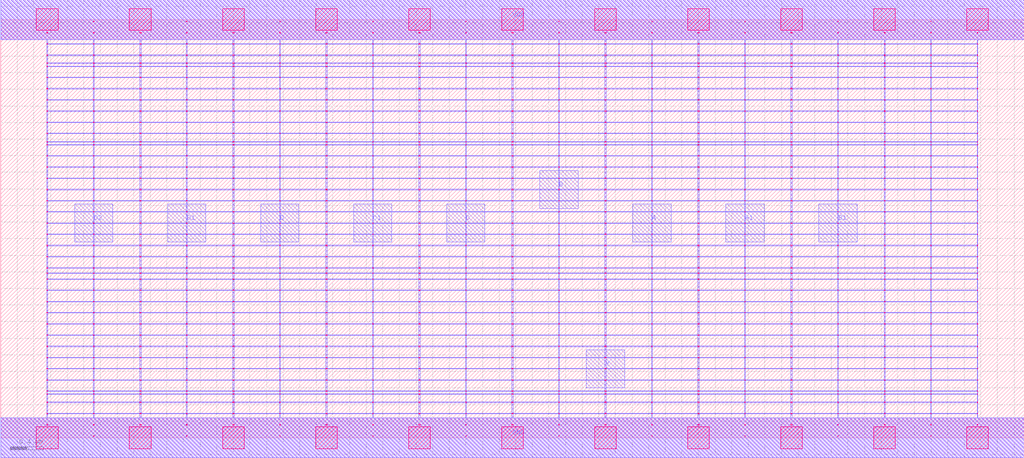
<source format=lef>
MACRO AAOAAOI2223_DEBUG
 CLASS CORE ;
 FOREIGN AAOAAOI2223_DEBUG 0 0 ;
 SIZE 12.32 BY 5.04 ;
 ORIGIN 0 0 ;
 SYMMETRY X Y R90 ;
 SITE unit ;
  PIN VDD
   DIRECTION INOUT ;
   USE SIGNAL ;
   SHAPE ABUTMENT ;
    PORT
     CLASS CORE ;
       LAYER met1 ;
        RECT 0.00000000 4.80000000 12.32000000 5.28000000 ;
       LAYER met2 ;
        RECT 0.00000000 4.80000000 12.32000000 5.28000000 ;
    END
  END VDD

  PIN GND
   DIRECTION INOUT ;
   USE SIGNAL ;
   SHAPE ABUTMENT ;
    PORT
     CLASS CORE ;
       LAYER met1 ;
        RECT 0.00000000 -0.24000000 12.32000000 0.24000000 ;
       LAYER met2 ;
        RECT 0.00000000 -0.24000000 12.32000000 0.24000000 ;
    END
  END GND

  PIN Y
   DIRECTION INOUT ;
   USE SIGNAL ;
   SHAPE ABUTMENT ;
    PORT
     CLASS CORE ;
       LAYER met2 ;
        RECT 7.05000000 0.60200000 7.51000000 1.06200000 ;
    END
  END Y

  PIN D
   DIRECTION INOUT ;
   USE SIGNAL ;
   SHAPE ABUTMENT ;
    PORT
     CLASS CORE ;
       LAYER met2 ;
        RECT 3.13000000 2.35700000 3.59000000 2.81700000 ;
    END
  END D

  PIN A
   DIRECTION INOUT ;
   USE SIGNAL ;
   SHAPE ABUTMENT ;
    PORT
     CLASS CORE ;
       LAYER met2 ;
        RECT 7.61000000 2.35700000 8.07000000 2.81700000 ;
    END
  END A

  PIN D2
   DIRECTION INOUT ;
   USE SIGNAL ;
   SHAPE ABUTMENT ;
    PORT
     CLASS CORE ;
       LAYER met2 ;
        RECT 0.89000000 2.35700000 1.35000000 2.81700000 ;
    END
  END D2

  PIN D1
   DIRECTION INOUT ;
   USE SIGNAL ;
   SHAPE ABUTMENT ;
    PORT
     CLASS CORE ;
       LAYER met2 ;
        RECT 2.01000000 2.35700000 2.47000000 2.81700000 ;
    END
  END D1

  PIN B
   DIRECTION INOUT ;
   USE SIGNAL ;
   SHAPE ABUTMENT ;
    PORT
     CLASS CORE ;
       LAYER met2 ;
        RECT 6.49000000 2.76200000 6.95000000 3.22200000 ;
    END
  END B

  PIN C1
   DIRECTION INOUT ;
   USE SIGNAL ;
   SHAPE ABUTMENT ;
    PORT
     CLASS CORE ;
       LAYER met2 ;
        RECT 4.25000000 2.35700000 4.71000000 2.81700000 ;
    END
  END C1

  PIN C
   DIRECTION INOUT ;
   USE SIGNAL ;
   SHAPE ABUTMENT ;
    PORT
     CLASS CORE ;
       LAYER met2 ;
        RECT 5.37000000 2.35700000 5.83000000 2.81700000 ;
    END
  END C

  PIN B1
   DIRECTION INOUT ;
   USE SIGNAL ;
   SHAPE ABUTMENT ;
    PORT
     CLASS CORE ;
       LAYER met2 ;
        RECT 9.85000000 2.35700000 10.31000000 2.81700000 ;
    END
  END B1

  PIN A1
   DIRECTION INOUT ;
   USE SIGNAL ;
   SHAPE ABUTMENT ;
    PORT
     CLASS CORE ;
       LAYER met2 ;
        RECT 8.73000000 2.35700000 9.19000000 2.81700000 ;
    END
  END A1

 OBS
    LAYER polycont ;
     RECT 6.15100000 2.58300000 6.16900000 2.59100000 ;
     RECT 6.15100000 2.71800000 6.16900000 2.72600000 ;
     RECT 6.15100000 2.85300000 6.16900000 2.86100000 ;
     RECT 6.15100000 2.98800000 6.16900000 2.99600000 ;
     RECT 8.39100000 2.58300000 8.40900000 2.59100000 ;
     RECT 8.95600000 2.58300000 8.96400000 2.59100000 ;
     RECT 9.51100000 2.58300000 9.52900000 2.59100000 ;
     RECT 10.07600000 2.58300000 10.08400000 2.59100000 ;
     RECT 10.63600000 2.58300000 10.64900000 2.59100000 ;
     RECT 11.19600000 2.58300000 11.20400000 2.59100000 ;
     RECT 11.75600000 2.58300000 11.76400000 2.59100000 ;
     RECT 6.71600000 2.58300000 6.72400000 2.59100000 ;
     RECT 6.71600000 2.71800000 6.72400000 2.72600000 ;
     RECT 7.27100000 2.71800000 7.28900000 2.72600000 ;
     RECT 7.83600000 2.71800000 7.84400000 2.72600000 ;
     RECT 8.39100000 2.71800000 8.40900000 2.72600000 ;
     RECT 8.95600000 2.71800000 8.96400000 2.72600000 ;
     RECT 9.51100000 2.71800000 9.52900000 2.72600000 ;
     RECT 10.07600000 2.71800000 10.08400000 2.72600000 ;
     RECT 10.63600000 2.71800000 10.64900000 2.72600000 ;
     RECT 11.19600000 2.71800000 11.20400000 2.72600000 ;
     RECT 11.75600000 2.71800000 11.76400000 2.72600000 ;
     RECT 7.27100000 2.58300000 7.28900000 2.59100000 ;
     RECT 6.71600000 2.85300000 6.72400000 2.86100000 ;
     RECT 7.27100000 2.85300000 7.28900000 2.86100000 ;
     RECT 7.83600000 2.85300000 7.84400000 2.86100000 ;
     RECT 8.39100000 2.85300000 8.40900000 2.86100000 ;
     RECT 8.95600000 2.85300000 8.96400000 2.86100000 ;
     RECT 9.51100000 2.85300000 9.52900000 2.86100000 ;
     RECT 10.07600000 2.85300000 10.08400000 2.86100000 ;
     RECT 10.63600000 2.85300000 10.64900000 2.86100000 ;
     RECT 11.19600000 2.85300000 11.20400000 2.86100000 ;
     RECT 11.75600000 2.85300000 11.76400000 2.86100000 ;
     RECT 7.83600000 2.58300000 7.84400000 2.59100000 ;
     RECT 6.71600000 2.98800000 6.72400000 2.99600000 ;
     RECT 7.27100000 2.98800000 7.28900000 2.99600000 ;
     RECT 7.83600000 2.98800000 7.84400000 2.99600000 ;
     RECT 8.39100000 2.98800000 8.40900000 2.99600000 ;
     RECT 8.95600000 2.98800000 8.96400000 2.99600000 ;
     RECT 9.51100000 2.98800000 9.52900000 2.99600000 ;
     RECT 10.07600000 2.98800000 10.08400000 2.99600000 ;
     RECT 10.63600000 2.98800000 10.64900000 2.99600000 ;
     RECT 11.19600000 2.98800000 11.20400000 2.99600000 ;
     RECT 11.75600000 2.98800000 11.76400000 2.99600000 ;
     RECT 11.19600000 3.12300000 11.20400000 3.13100000 ;
     RECT 11.75600000 3.12300000 11.76400000 3.13100000 ;
     RECT 11.19600000 3.25800000 11.20400000 3.26600000 ;
     RECT 11.75600000 3.25800000 11.76400000 3.26600000 ;
     RECT 11.19600000 3.39300000 11.20400000 3.40100000 ;
     RECT 11.75600000 3.39300000 11.76400000 3.40100000 ;
     RECT 11.19600000 3.52800000 11.20400000 3.53600000 ;
     RECT 11.75600000 3.52800000 11.76400000 3.53600000 ;
     RECT 11.19600000 3.56100000 11.20400000 3.56900000 ;
     RECT 11.75600000 3.56100000 11.76400000 3.56900000 ;
     RECT 11.19600000 3.66300000 11.20400000 3.67100000 ;
     RECT 11.75600000 3.66300000 11.76400000 3.67100000 ;
     RECT 11.19600000 3.79800000 11.20400000 3.80600000 ;
     RECT 11.75600000 3.79800000 11.76400000 3.80600000 ;
     RECT 11.19600000 3.93300000 11.20400000 3.94100000 ;
     RECT 11.75600000 3.93300000 11.76400000 3.94100000 ;
     RECT 11.19600000 4.06800000 11.20400000 4.07600000 ;
     RECT 11.75600000 4.06800000 11.76400000 4.07600000 ;
     RECT 11.19600000 4.20300000 11.20400000 4.21100000 ;
     RECT 11.75600000 4.20300000 11.76400000 4.21100000 ;
     RECT 11.19600000 4.33800000 11.20400000 4.34600000 ;
     RECT 11.75600000 4.33800000 11.76400000 4.34600000 ;
     RECT 11.19600000 4.47300000 11.20400000 4.48100000 ;
     RECT 11.75600000 4.47300000 11.76400000 4.48100000 ;
     RECT 11.19600000 4.51100000 11.20400000 4.51900000 ;
     RECT 11.75600000 4.51100000 11.76400000 4.51900000 ;
     RECT 11.19600000 4.60800000 11.20400000 4.61600000 ;
     RECT 11.75600000 4.60800000 11.76400000 4.61600000 ;
     RECT 11.19600000 4.74300000 11.20400000 4.75100000 ;
     RECT 11.75600000 4.74300000 11.76400000 4.75100000 ;
     RECT 11.19600000 4.87800000 11.20400000 4.88600000 ;
     RECT 11.75600000 4.87800000 11.76400000 4.88600000 ;
     RECT 3.91100000 2.58300000 3.92900000 2.59100000 ;
     RECT 4.47600000 2.58300000 4.48400000 2.59100000 ;
     RECT 5.03100000 2.58300000 5.04900000 2.59100000 ;
     RECT 5.59600000 2.58300000 5.60400000 2.59100000 ;
     RECT 0.55100000 2.58300000 0.56400000 2.59100000 ;
     RECT 0.55100000 2.71800000 0.56400000 2.72600000 ;
     RECT 0.55100000 2.85300000 0.56400000 2.86100000 ;
     RECT 1.11600000 2.85300000 1.12400000 2.86100000 ;
     RECT 1.67100000 2.85300000 1.68900000 2.86100000 ;
     RECT 2.23600000 2.85300000 2.24400000 2.86100000 ;
     RECT 2.79100000 2.85300000 2.80900000 2.86100000 ;
     RECT 3.35600000 2.85300000 3.36400000 2.86100000 ;
     RECT 3.91100000 2.85300000 3.92900000 2.86100000 ;
     RECT 4.47600000 2.85300000 4.48400000 2.86100000 ;
     RECT 5.03100000 2.85300000 5.04900000 2.86100000 ;
     RECT 5.59600000 2.85300000 5.60400000 2.86100000 ;
     RECT 1.11600000 2.71800000 1.12400000 2.72600000 ;
     RECT 1.67100000 2.71800000 1.68900000 2.72600000 ;
     RECT 2.23600000 2.71800000 2.24400000 2.72600000 ;
     RECT 2.79100000 2.71800000 2.80900000 2.72600000 ;
     RECT 3.35600000 2.71800000 3.36400000 2.72600000 ;
     RECT 3.91100000 2.71800000 3.92900000 2.72600000 ;
     RECT 4.47600000 2.71800000 4.48400000 2.72600000 ;
     RECT 5.03100000 2.71800000 5.04900000 2.72600000 ;
     RECT 5.59600000 2.71800000 5.60400000 2.72600000 ;
     RECT 1.11600000 2.58300000 1.12400000 2.59100000 ;
     RECT 1.67100000 2.58300000 1.68900000 2.59100000 ;
     RECT 0.55100000 2.98800000 0.56400000 2.99600000 ;
     RECT 1.11600000 2.98800000 1.12400000 2.99600000 ;
     RECT 1.67100000 2.98800000 1.68900000 2.99600000 ;
     RECT 2.23600000 2.98800000 2.24400000 2.99600000 ;
     RECT 2.79100000 2.98800000 2.80900000 2.99600000 ;
     RECT 3.35600000 2.98800000 3.36400000 2.99600000 ;
     RECT 3.91100000 2.98800000 3.92900000 2.99600000 ;
     RECT 4.47600000 2.98800000 4.48400000 2.99600000 ;
     RECT 5.03100000 2.98800000 5.04900000 2.99600000 ;
     RECT 5.59600000 2.98800000 5.60400000 2.99600000 ;
     RECT 2.23600000 2.58300000 2.24400000 2.59100000 ;
     RECT 2.79100000 2.58300000 2.80900000 2.59100000 ;
     RECT 3.35600000 2.58300000 3.36400000 2.59100000 ;
     RECT 6.71600000 2.04300000 6.72400000 2.05100000 ;
     RECT 6.71600000 2.17800000 6.72400000 2.18600000 ;
     RECT 6.71600000 2.31300000 6.72400000 2.32100000 ;
     RECT 6.71600000 2.44800000 6.72400000 2.45600000 ;
     RECT 6.71600000 0.15300000 6.72400000 0.16100000 ;
     RECT 6.71600000 0.28800000 6.72400000 0.29600000 ;
     RECT 6.71600000 0.42300000 6.72400000 0.43100000 ;
     RECT 6.71600000 0.52100000 6.72400000 0.52900000 ;
     RECT 6.71600000 0.55800000 6.72400000 0.56600000 ;
     RECT 6.71600000 0.69300000 6.72400000 0.70100000 ;
     RECT 6.71600000 0.82800000 6.72400000 0.83600000 ;
     RECT 6.71600000 0.96300000 6.72400000 0.97100000 ;
     RECT 6.71600000 1.09800000 6.72400000 1.10600000 ;
     RECT 6.71600000 1.23300000 6.72400000 1.24100000 ;
     RECT 6.71600000 1.36800000 6.72400000 1.37600000 ;
     RECT 6.71600000 1.50300000 6.72400000 1.51100000 ;
     RECT 6.71600000 1.63800000 6.72400000 1.64600000 ;
     RECT 6.71600000 1.77300000 6.72400000 1.78100000 ;
     RECT 6.71600000 1.90800000 6.72400000 1.91600000 ;
     RECT 6.71600000 1.98100000 6.72400000 1.98900000 ;

    LAYER pdiffc ;
     RECT 0.55100000 3.39300000 0.55900000 3.40100000 ;
     RECT 10.64100000 3.39300000 10.64900000 3.40100000 ;
     RECT 0.55100000 3.52800000 0.55900000 3.53600000 ;
     RECT 10.64100000 3.52800000 10.64900000 3.53600000 ;
     RECT 0.55100000 3.56100000 0.55900000 3.56900000 ;
     RECT 10.64100000 3.56100000 10.64900000 3.56900000 ;
     RECT 0.55100000 3.66300000 0.55900000 3.67100000 ;
     RECT 10.64100000 3.66300000 10.64900000 3.67100000 ;
     RECT 0.55100000 3.79800000 0.55900000 3.80600000 ;
     RECT 10.64100000 3.79800000 10.64900000 3.80600000 ;
     RECT 0.55100000 3.93300000 0.55900000 3.94100000 ;
     RECT 10.64100000 3.93300000 10.64900000 3.94100000 ;
     RECT 0.55100000 4.06800000 0.55900000 4.07600000 ;
     RECT 10.64100000 4.06800000 10.64900000 4.07600000 ;
     RECT 0.55100000 4.20300000 0.55900000 4.21100000 ;
     RECT 10.64100000 4.20300000 10.64900000 4.21100000 ;
     RECT 0.55100000 4.33800000 0.55900000 4.34600000 ;
     RECT 10.64100000 4.33800000 10.64900000 4.34600000 ;
     RECT 0.55100000 4.47300000 0.55900000 4.48100000 ;
     RECT 10.64100000 4.47300000 10.64900000 4.48100000 ;
     RECT 0.55100000 4.51100000 0.55900000 4.51900000 ;
     RECT 10.64100000 4.51100000 10.64900000 4.51900000 ;
     RECT 0.55100000 4.60800000 0.55900000 4.61600000 ;
     RECT 10.64100000 4.60800000 10.64900000 4.61600000 ;

    LAYER ndiffc ;
     RECT 6.15100000 0.42300000 6.16900000 0.43100000 ;
     RECT 6.15100000 0.52100000 6.16900000 0.52900000 ;
     RECT 6.15100000 0.55800000 6.16900000 0.56600000 ;
     RECT 6.15100000 0.69300000 6.16900000 0.70100000 ;
     RECT 6.15100000 0.82800000 6.16900000 0.83600000 ;
     RECT 6.15100000 0.96300000 6.16900000 0.97100000 ;
     RECT 6.15100000 1.09800000 6.16900000 1.10600000 ;
     RECT 6.15100000 1.23300000 6.16900000 1.24100000 ;
     RECT 6.15100000 1.36800000 6.16900000 1.37600000 ;
     RECT 6.15100000 1.50300000 6.16900000 1.51100000 ;
     RECT 6.15100000 1.63800000 6.16900000 1.64600000 ;
     RECT 6.15100000 1.77300000 6.16900000 1.78100000 ;
     RECT 6.15100000 1.90800000 6.16900000 1.91600000 ;
     RECT 6.15100000 1.98100000 6.16900000 1.98900000 ;
     RECT 6.15100000 2.04300000 6.16900000 2.05100000 ;
     RECT 9.51100000 0.55800000 9.52900000 0.56600000 ;
     RECT 10.63600000 0.55800000 10.64900000 0.56600000 ;
     RECT 11.75600000 0.55800000 11.76400000 0.56600000 ;
     RECT 9.51100000 0.42300000 9.52900000 0.43100000 ;
     RECT 7.27100000 0.69300000 7.28900000 0.70100000 ;
     RECT 8.39100000 0.69300000 8.40900000 0.70100000 ;
     RECT 9.51100000 0.69300000 9.52900000 0.70100000 ;
     RECT 10.63600000 0.69300000 10.64900000 0.70100000 ;
     RECT 11.75600000 0.69300000 11.76400000 0.70100000 ;
     RECT 10.63600000 0.42300000 10.64900000 0.43100000 ;
     RECT 7.27100000 0.82800000 7.28900000 0.83600000 ;
     RECT 8.39100000 0.82800000 8.40900000 0.83600000 ;
     RECT 9.51100000 0.82800000 9.52900000 0.83600000 ;
     RECT 10.63600000 0.82800000 10.64900000 0.83600000 ;
     RECT 11.75600000 0.82800000 11.76400000 0.83600000 ;
     RECT 11.75600000 0.42300000 11.76400000 0.43100000 ;
     RECT 7.27100000 0.96300000 7.28900000 0.97100000 ;
     RECT 8.39100000 0.96300000 8.40900000 0.97100000 ;
     RECT 9.51100000 0.96300000 9.52900000 0.97100000 ;
     RECT 10.63600000 0.96300000 10.64900000 0.97100000 ;
     RECT 11.75600000 0.96300000 11.76400000 0.97100000 ;
     RECT 7.27100000 0.42300000 7.28900000 0.43100000 ;
     RECT 7.27100000 1.09800000 7.28900000 1.10600000 ;
     RECT 8.39100000 1.09800000 8.40900000 1.10600000 ;
     RECT 9.51100000 1.09800000 9.52900000 1.10600000 ;
     RECT 10.63600000 1.09800000 10.64900000 1.10600000 ;
     RECT 11.75600000 1.09800000 11.76400000 1.10600000 ;
     RECT 7.27100000 0.52100000 7.28900000 0.52900000 ;
     RECT 7.27100000 1.23300000 7.28900000 1.24100000 ;
     RECT 8.39100000 1.23300000 8.40900000 1.24100000 ;
     RECT 9.51100000 1.23300000 9.52900000 1.24100000 ;
     RECT 10.63600000 1.23300000 10.64900000 1.24100000 ;
     RECT 11.75600000 1.23300000 11.76400000 1.24100000 ;
     RECT 8.39100000 0.52100000 8.40900000 0.52900000 ;
     RECT 7.27100000 1.36800000 7.28900000 1.37600000 ;
     RECT 8.39100000 1.36800000 8.40900000 1.37600000 ;
     RECT 9.51100000 1.36800000 9.52900000 1.37600000 ;
     RECT 10.63600000 1.36800000 10.64900000 1.37600000 ;
     RECT 11.75600000 1.36800000 11.76400000 1.37600000 ;
     RECT 9.51100000 0.52100000 9.52900000 0.52900000 ;
     RECT 7.27100000 1.50300000 7.28900000 1.51100000 ;
     RECT 8.39100000 1.50300000 8.40900000 1.51100000 ;
     RECT 9.51100000 1.50300000 9.52900000 1.51100000 ;
     RECT 10.63600000 1.50300000 10.64900000 1.51100000 ;
     RECT 11.75600000 1.50300000 11.76400000 1.51100000 ;
     RECT 10.63600000 0.52100000 10.64900000 0.52900000 ;
     RECT 7.27100000 1.63800000 7.28900000 1.64600000 ;
     RECT 8.39100000 1.63800000 8.40900000 1.64600000 ;
     RECT 9.51100000 1.63800000 9.52900000 1.64600000 ;
     RECT 10.63600000 1.63800000 10.64900000 1.64600000 ;
     RECT 11.75600000 1.63800000 11.76400000 1.64600000 ;
     RECT 11.75600000 0.52100000 11.76400000 0.52900000 ;
     RECT 7.27100000 1.77300000 7.28900000 1.78100000 ;
     RECT 8.39100000 1.77300000 8.40900000 1.78100000 ;
     RECT 9.51100000 1.77300000 9.52900000 1.78100000 ;
     RECT 10.63600000 1.77300000 10.64900000 1.78100000 ;
     RECT 11.75600000 1.77300000 11.76400000 1.78100000 ;
     RECT 8.39100000 0.42300000 8.40900000 0.43100000 ;
     RECT 7.27100000 1.90800000 7.28900000 1.91600000 ;
     RECT 8.39100000 1.90800000 8.40900000 1.91600000 ;
     RECT 9.51100000 1.90800000 9.52900000 1.91600000 ;
     RECT 10.63600000 1.90800000 10.64900000 1.91600000 ;
     RECT 11.75600000 1.90800000 11.76400000 1.91600000 ;
     RECT 7.27100000 0.55800000 7.28900000 0.56600000 ;
     RECT 7.27100000 1.98100000 7.28900000 1.98900000 ;
     RECT 8.39100000 1.98100000 8.40900000 1.98900000 ;
     RECT 9.51100000 1.98100000 9.52900000 1.98900000 ;
     RECT 10.63600000 1.98100000 10.64900000 1.98900000 ;
     RECT 11.75600000 1.98100000 11.76400000 1.98900000 ;
     RECT 8.39100000 0.55800000 8.40900000 0.56600000 ;
     RECT 7.27100000 2.04300000 7.28900000 2.05100000 ;
     RECT 8.39100000 2.04300000 8.40900000 2.05100000 ;
     RECT 9.51100000 2.04300000 9.52900000 2.05100000 ;
     RECT 10.63600000 2.04300000 10.64900000 2.05100000 ;
     RECT 11.75600000 2.04300000 11.76400000 2.05100000 ;
     RECT 2.79100000 1.36800000 2.80900000 1.37600000 ;
     RECT 3.91100000 1.36800000 3.92900000 1.37600000 ;
     RECT 5.03100000 1.36800000 5.04900000 1.37600000 ;
     RECT 5.03100000 0.82800000 5.04900000 0.83600000 ;
     RECT 2.79100000 0.55800000 2.80900000 0.56600000 ;
     RECT 3.91100000 0.55800000 3.92900000 0.56600000 ;
     RECT 5.03100000 0.55800000 5.04900000 0.56600000 ;
     RECT 1.67100000 0.52100000 1.68900000 0.52900000 ;
     RECT 2.79100000 0.52100000 2.80900000 0.52900000 ;
     RECT 0.55100000 1.50300000 0.56400000 1.51100000 ;
     RECT 1.67100000 1.50300000 1.68900000 1.51100000 ;
     RECT 2.79100000 1.50300000 2.80900000 1.51100000 ;
     RECT 3.91100000 1.50300000 3.92900000 1.51100000 ;
     RECT 5.03100000 1.50300000 5.04900000 1.51100000 ;
     RECT 3.91100000 0.52100000 3.92900000 0.52900000 ;
     RECT 0.55100000 0.96300000 0.56400000 0.97100000 ;
     RECT 1.67100000 0.96300000 1.68900000 0.97100000 ;
     RECT 2.79100000 0.96300000 2.80900000 0.97100000 ;
     RECT 3.91100000 0.96300000 3.92900000 0.97100000 ;
     RECT 5.03100000 0.96300000 5.04900000 0.97100000 ;
     RECT 0.55100000 1.63800000 0.56400000 1.64600000 ;
     RECT 1.67100000 1.63800000 1.68900000 1.64600000 ;
     RECT 2.79100000 1.63800000 2.80900000 1.64600000 ;
     RECT 3.91100000 1.63800000 3.92900000 1.64600000 ;
     RECT 5.03100000 1.63800000 5.04900000 1.64600000 ;
     RECT 5.03100000 0.52100000 5.04900000 0.52900000 ;
     RECT 1.67100000 0.42300000 1.68900000 0.43100000 ;
     RECT 2.79100000 0.42300000 2.80900000 0.43100000 ;
     RECT 0.55100000 0.69300000 0.56400000 0.70100000 ;
     RECT 1.67100000 0.69300000 1.68900000 0.70100000 ;
     RECT 2.79100000 0.69300000 2.80900000 0.70100000 ;
     RECT 0.55100000 1.77300000 0.56400000 1.78100000 ;
     RECT 1.67100000 1.77300000 1.68900000 1.78100000 ;
     RECT 2.79100000 1.77300000 2.80900000 1.78100000 ;
     RECT 3.91100000 1.77300000 3.92900000 1.78100000 ;
     RECT 5.03100000 1.77300000 5.04900000 1.78100000 ;
     RECT 0.55100000 1.09800000 0.56400000 1.10600000 ;
     RECT 1.67100000 1.09800000 1.68900000 1.10600000 ;
     RECT 2.79100000 1.09800000 2.80900000 1.10600000 ;
     RECT 3.91100000 1.09800000 3.92900000 1.10600000 ;
     RECT 5.03100000 1.09800000 5.04900000 1.10600000 ;
     RECT 3.91100000 0.69300000 3.92900000 0.70100000 ;
     RECT 0.55100000 1.90800000 0.56400000 1.91600000 ;
     RECT 1.67100000 1.90800000 1.68900000 1.91600000 ;
     RECT 2.79100000 1.90800000 2.80900000 1.91600000 ;
     RECT 3.91100000 1.90800000 3.92900000 1.91600000 ;
     RECT 5.03100000 1.90800000 5.04900000 1.91600000 ;
     RECT 5.03100000 0.69300000 5.04900000 0.70100000 ;
     RECT 3.91100000 0.42300000 3.92900000 0.43100000 ;
     RECT 5.03100000 0.42300000 5.04900000 0.43100000 ;
     RECT 0.55100000 0.42300000 0.56400000 0.43100000 ;
     RECT 0.55100000 0.52100000 0.56400000 0.52900000 ;
     RECT 0.55100000 1.23300000 0.56400000 1.24100000 ;
     RECT 0.55100000 1.98100000 0.56400000 1.98900000 ;
     RECT 1.67100000 1.98100000 1.68900000 1.98900000 ;
     RECT 2.79100000 1.98100000 2.80900000 1.98900000 ;
     RECT 3.91100000 1.98100000 3.92900000 1.98900000 ;
     RECT 5.03100000 1.98100000 5.04900000 1.98900000 ;
     RECT 1.67100000 1.23300000 1.68900000 1.24100000 ;
     RECT 2.79100000 1.23300000 2.80900000 1.24100000 ;
     RECT 3.91100000 1.23300000 3.92900000 1.24100000 ;
     RECT 5.03100000 1.23300000 5.04900000 1.24100000 ;
     RECT 0.55100000 0.55800000 0.56400000 0.56600000 ;
     RECT 1.67100000 0.55800000 1.68900000 0.56600000 ;
     RECT 0.55100000 2.04300000 0.56400000 2.05100000 ;
     RECT 1.67100000 2.04300000 1.68900000 2.05100000 ;
     RECT 2.79100000 2.04300000 2.80900000 2.05100000 ;
     RECT 3.91100000 2.04300000 3.92900000 2.05100000 ;
     RECT 5.03100000 2.04300000 5.04900000 2.05100000 ;
     RECT 0.55100000 0.82800000 0.56400000 0.83600000 ;
     RECT 1.67100000 0.82800000 1.68900000 0.83600000 ;
     RECT 2.79100000 0.82800000 2.80900000 0.83600000 ;
     RECT 3.91100000 0.82800000 3.92900000 0.83600000 ;
     RECT 0.55100000 1.36800000 0.56400000 1.37600000 ;
     RECT 1.67100000 1.36800000 1.68900000 1.37600000 ;

    LAYER met1 ;
     RECT 0.00000000 -0.24000000 12.32000000 0.24000000 ;
     RECT 6.15100000 0.24000000 6.16900000 0.28800000 ;
     RECT 0.55100000 0.28800000 11.76400000 0.29600000 ;
     RECT 6.15100000 0.29600000 6.16900000 0.42300000 ;
     RECT 0.55100000 0.42300000 11.76400000 0.43100000 ;
     RECT 6.15100000 0.43100000 6.16900000 0.52100000 ;
     RECT 0.55100000 0.52100000 11.76400000 0.52900000 ;
     RECT 6.15100000 0.52900000 6.16900000 0.55800000 ;
     RECT 0.55100000 0.55800000 11.76400000 0.56600000 ;
     RECT 6.15100000 0.56600000 6.16900000 0.69300000 ;
     RECT 0.55100000 0.69300000 11.76400000 0.70100000 ;
     RECT 6.15100000 0.70100000 6.16900000 0.82800000 ;
     RECT 0.55100000 0.82800000 11.76400000 0.83600000 ;
     RECT 6.15100000 0.83600000 6.16900000 0.96300000 ;
     RECT 0.55100000 0.96300000 11.76400000 0.97100000 ;
     RECT 6.15100000 0.97100000 6.16900000 1.09800000 ;
     RECT 0.55100000 1.09800000 11.76400000 1.10600000 ;
     RECT 6.15100000 1.10600000 6.16900000 1.23300000 ;
     RECT 0.55100000 1.23300000 11.76400000 1.24100000 ;
     RECT 6.15100000 1.24100000 6.16900000 1.36800000 ;
     RECT 0.55100000 1.36800000 11.76400000 1.37600000 ;
     RECT 6.15100000 1.37600000 6.16900000 1.50300000 ;
     RECT 0.55100000 1.50300000 11.76400000 1.51100000 ;
     RECT 6.15100000 1.51100000 6.16900000 1.63800000 ;
     RECT 0.55100000 1.63800000 11.76400000 1.64600000 ;
     RECT 6.15100000 1.64600000 6.16900000 1.77300000 ;
     RECT 0.55100000 1.77300000 11.76400000 1.78100000 ;
     RECT 6.15100000 1.78100000 6.16900000 1.90800000 ;
     RECT 0.55100000 1.90800000 11.76400000 1.91600000 ;
     RECT 6.15100000 1.91600000 6.16900000 1.98100000 ;
     RECT 0.55100000 1.98100000 11.76400000 1.98900000 ;
     RECT 6.15100000 1.98900000 6.16900000 2.04300000 ;
     RECT 0.55100000 2.04300000 11.76400000 2.05100000 ;
     RECT 6.15100000 2.05100000 6.16900000 2.17800000 ;
     RECT 0.55100000 2.17800000 11.76400000 2.18600000 ;
     RECT 6.15100000 2.18600000 6.16900000 2.31300000 ;
     RECT 0.55100000 2.31300000 11.76400000 2.32100000 ;
     RECT 6.15100000 2.32100000 6.16900000 2.44800000 ;
     RECT 0.55100000 2.44800000 11.76400000 2.45600000 ;
     RECT 0.55100000 2.45600000 0.56400000 2.58300000 ;
     RECT 1.11600000 2.45600000 1.12400000 2.58300000 ;
     RECT 1.67100000 2.45600000 1.68900000 2.58300000 ;
     RECT 2.23600000 2.45600000 2.24400000 2.58300000 ;
     RECT 2.79100000 2.45600000 2.80900000 2.58300000 ;
     RECT 3.35600000 2.45600000 3.36400000 2.58300000 ;
     RECT 3.91100000 2.45600000 3.92900000 2.58300000 ;
     RECT 4.47600000 2.45600000 4.48400000 2.58300000 ;
     RECT 5.03100000 2.45600000 5.04900000 2.58300000 ;
     RECT 5.59600000 2.45600000 5.60400000 2.58300000 ;
     RECT 6.15100000 2.45600000 6.16900000 2.58300000 ;
     RECT 6.71600000 2.45600000 6.72400000 2.58300000 ;
     RECT 7.27100000 2.45600000 7.28900000 2.58300000 ;
     RECT 7.83600000 2.45600000 7.84400000 2.58300000 ;
     RECT 8.39100000 2.45600000 8.40900000 2.58300000 ;
     RECT 8.95600000 2.45600000 8.96400000 2.58300000 ;
     RECT 9.51100000 2.45600000 9.52900000 2.58300000 ;
     RECT 10.07600000 2.45600000 10.08400000 2.58300000 ;
     RECT 10.63600000 2.45600000 10.64900000 2.58300000 ;
     RECT 11.19600000 2.45600000 11.20400000 2.58300000 ;
     RECT 11.75600000 2.45600000 11.76400000 2.58300000 ;
     RECT 0.55100000 2.58300000 11.76400000 2.59100000 ;
     RECT 6.15100000 2.59100000 6.16900000 2.71800000 ;
     RECT 0.55100000 2.71800000 11.76400000 2.72600000 ;
     RECT 6.15100000 2.72600000 6.16900000 2.85300000 ;
     RECT 0.55100000 2.85300000 11.76400000 2.86100000 ;
     RECT 6.15100000 2.86100000 6.16900000 2.98800000 ;
     RECT 0.55100000 2.98800000 11.76400000 2.99600000 ;
     RECT 6.15100000 2.99600000 6.16900000 3.12300000 ;
     RECT 0.55100000 3.12300000 11.76400000 3.13100000 ;
     RECT 6.15100000 3.13100000 6.16900000 3.25800000 ;
     RECT 0.55100000 3.25800000 11.76400000 3.26600000 ;
     RECT 6.15100000 3.26600000 6.16900000 3.39300000 ;
     RECT 0.55100000 3.39300000 11.76400000 3.40100000 ;
     RECT 6.15100000 3.40100000 6.16900000 3.52800000 ;
     RECT 0.55100000 3.52800000 11.76400000 3.53600000 ;
     RECT 6.15100000 3.53600000 6.16900000 3.56100000 ;
     RECT 0.55100000 3.56100000 11.76400000 3.56900000 ;
     RECT 6.15100000 3.56900000 6.16900000 3.66300000 ;
     RECT 0.55100000 3.66300000 11.76400000 3.67100000 ;
     RECT 6.15100000 3.67100000 6.16900000 3.79800000 ;
     RECT 0.55100000 3.79800000 11.76400000 3.80600000 ;
     RECT 6.15100000 3.80600000 6.16900000 3.93300000 ;
     RECT 0.55100000 3.93300000 11.76400000 3.94100000 ;
     RECT 6.15100000 3.94100000 6.16900000 4.06800000 ;
     RECT 0.55100000 4.06800000 11.76400000 4.07600000 ;
     RECT 6.15100000 4.07600000 6.16900000 4.20300000 ;
     RECT 0.55100000 4.20300000 11.76400000 4.21100000 ;
     RECT 6.15100000 4.21100000 6.16900000 4.33800000 ;
     RECT 0.55100000 4.33800000 11.76400000 4.34600000 ;
     RECT 6.15100000 4.34600000 6.16900000 4.47300000 ;
     RECT 0.55100000 4.47300000 11.76400000 4.48100000 ;
     RECT 6.15100000 4.48100000 6.16900000 4.51100000 ;
     RECT 0.55100000 4.51100000 11.76400000 4.51900000 ;
     RECT 6.15100000 4.51900000 6.16900000 4.60800000 ;
     RECT 0.55100000 4.60800000 11.76400000 4.61600000 ;
     RECT 6.15100000 4.61600000 6.16900000 4.74300000 ;
     RECT 0.55100000 4.74300000 11.76400000 4.75100000 ;
     RECT 6.15100000 4.75100000 6.16900000 4.80000000 ;
     RECT 0.00000000 4.80000000 12.32000000 5.28000000 ;
     RECT 6.71600000 3.80600000 6.72400000 3.93300000 ;
     RECT 7.27100000 3.80600000 7.28900000 3.93300000 ;
     RECT 7.83600000 3.80600000 7.84400000 3.93300000 ;
     RECT 8.39100000 3.80600000 8.40900000 3.93300000 ;
     RECT 8.95600000 3.80600000 8.96400000 3.93300000 ;
     RECT 9.51100000 3.80600000 9.52900000 3.93300000 ;
     RECT 10.07600000 3.80600000 10.08400000 3.93300000 ;
     RECT 10.63600000 3.80600000 10.64900000 3.93300000 ;
     RECT 11.19600000 3.80600000 11.20400000 3.93300000 ;
     RECT 11.75600000 3.80600000 11.76400000 3.93300000 ;
     RECT 9.51100000 3.94100000 9.52900000 4.06800000 ;
     RECT 10.07600000 3.94100000 10.08400000 4.06800000 ;
     RECT 10.63600000 3.94100000 10.64900000 4.06800000 ;
     RECT 11.19600000 3.94100000 11.20400000 4.06800000 ;
     RECT 11.75600000 3.94100000 11.76400000 4.06800000 ;
     RECT 9.51100000 4.07600000 9.52900000 4.20300000 ;
     RECT 10.07600000 4.07600000 10.08400000 4.20300000 ;
     RECT 10.63600000 4.07600000 10.64900000 4.20300000 ;
     RECT 11.19600000 4.07600000 11.20400000 4.20300000 ;
     RECT 11.75600000 4.07600000 11.76400000 4.20300000 ;
     RECT 9.51100000 4.21100000 9.52900000 4.33800000 ;
     RECT 10.07600000 4.21100000 10.08400000 4.33800000 ;
     RECT 10.63600000 4.21100000 10.64900000 4.33800000 ;
     RECT 11.19600000 4.21100000 11.20400000 4.33800000 ;
     RECT 11.75600000 4.21100000 11.76400000 4.33800000 ;
     RECT 9.51100000 4.34600000 9.52900000 4.47300000 ;
     RECT 10.07600000 4.34600000 10.08400000 4.47300000 ;
     RECT 10.63600000 4.34600000 10.64900000 4.47300000 ;
     RECT 11.19600000 4.34600000 11.20400000 4.47300000 ;
     RECT 11.75600000 4.34600000 11.76400000 4.47300000 ;
     RECT 9.51100000 4.48100000 9.52900000 4.51100000 ;
     RECT 10.07600000 4.48100000 10.08400000 4.51100000 ;
     RECT 10.63600000 4.48100000 10.64900000 4.51100000 ;
     RECT 11.19600000 4.48100000 11.20400000 4.51100000 ;
     RECT 11.75600000 4.48100000 11.76400000 4.51100000 ;
     RECT 9.51100000 4.51900000 9.52900000 4.60800000 ;
     RECT 10.07600000 4.51900000 10.08400000 4.60800000 ;
     RECT 10.63600000 4.51900000 10.64900000 4.60800000 ;
     RECT 11.19600000 4.51900000 11.20400000 4.60800000 ;
     RECT 11.75600000 4.51900000 11.76400000 4.60800000 ;
     RECT 9.51100000 4.61600000 9.52900000 4.74300000 ;
     RECT 10.07600000 4.61600000 10.08400000 4.74300000 ;
     RECT 10.63600000 4.61600000 10.64900000 4.74300000 ;
     RECT 11.19600000 4.61600000 11.20400000 4.74300000 ;
     RECT 11.75600000 4.61600000 11.76400000 4.74300000 ;
     RECT 9.51100000 4.75100000 9.52900000 4.80000000 ;
     RECT 10.07600000 4.75100000 10.08400000 4.80000000 ;
     RECT 10.63600000 4.75100000 10.64900000 4.80000000 ;
     RECT 11.19600000 4.75100000 11.20400000 4.80000000 ;
     RECT 11.75600000 4.75100000 11.76400000 4.80000000 ;
     RECT 6.71600000 4.48100000 6.72400000 4.51100000 ;
     RECT 7.27100000 4.48100000 7.28900000 4.51100000 ;
     RECT 7.83600000 4.48100000 7.84400000 4.51100000 ;
     RECT 8.39100000 4.48100000 8.40900000 4.51100000 ;
     RECT 8.95600000 4.48100000 8.96400000 4.51100000 ;
     RECT 6.71600000 4.21100000 6.72400000 4.33800000 ;
     RECT 7.27100000 4.21100000 7.28900000 4.33800000 ;
     RECT 7.83600000 4.21100000 7.84400000 4.33800000 ;
     RECT 8.39100000 4.21100000 8.40900000 4.33800000 ;
     RECT 8.95600000 4.21100000 8.96400000 4.33800000 ;
     RECT 6.71600000 4.51900000 6.72400000 4.60800000 ;
     RECT 7.27100000 4.51900000 7.28900000 4.60800000 ;
     RECT 7.83600000 4.51900000 7.84400000 4.60800000 ;
     RECT 8.39100000 4.51900000 8.40900000 4.60800000 ;
     RECT 8.95600000 4.51900000 8.96400000 4.60800000 ;
     RECT 6.71600000 4.07600000 6.72400000 4.20300000 ;
     RECT 7.27100000 4.07600000 7.28900000 4.20300000 ;
     RECT 7.83600000 4.07600000 7.84400000 4.20300000 ;
     RECT 8.39100000 4.07600000 8.40900000 4.20300000 ;
     RECT 8.95600000 4.07600000 8.96400000 4.20300000 ;
     RECT 6.71600000 4.61600000 6.72400000 4.74300000 ;
     RECT 7.27100000 4.61600000 7.28900000 4.74300000 ;
     RECT 7.83600000 4.61600000 7.84400000 4.74300000 ;
     RECT 8.39100000 4.61600000 8.40900000 4.74300000 ;
     RECT 8.95600000 4.61600000 8.96400000 4.74300000 ;
     RECT 6.71600000 4.34600000 6.72400000 4.47300000 ;
     RECT 7.27100000 4.34600000 7.28900000 4.47300000 ;
     RECT 7.83600000 4.34600000 7.84400000 4.47300000 ;
     RECT 8.39100000 4.34600000 8.40900000 4.47300000 ;
     RECT 8.95600000 4.34600000 8.96400000 4.47300000 ;
     RECT 6.71600000 4.75100000 6.72400000 4.80000000 ;
     RECT 7.27100000 4.75100000 7.28900000 4.80000000 ;
     RECT 7.83600000 4.75100000 7.84400000 4.80000000 ;
     RECT 8.39100000 4.75100000 8.40900000 4.80000000 ;
     RECT 8.95600000 4.75100000 8.96400000 4.80000000 ;
     RECT 6.71600000 3.94100000 6.72400000 4.06800000 ;
     RECT 7.27100000 3.94100000 7.28900000 4.06800000 ;
     RECT 7.83600000 3.94100000 7.84400000 4.06800000 ;
     RECT 8.39100000 3.94100000 8.40900000 4.06800000 ;
     RECT 8.95600000 3.94100000 8.96400000 4.06800000 ;
     RECT 8.39100000 2.99600000 8.40900000 3.12300000 ;
     RECT 8.95600000 2.99600000 8.96400000 3.12300000 ;
     RECT 6.71600000 3.13100000 6.72400000 3.25800000 ;
     RECT 7.27100000 3.13100000 7.28900000 3.25800000 ;
     RECT 7.83600000 3.13100000 7.84400000 3.25800000 ;
     RECT 8.39100000 3.13100000 8.40900000 3.25800000 ;
     RECT 8.95600000 3.13100000 8.96400000 3.25800000 ;
     RECT 8.95600000 2.86100000 8.96400000 2.98800000 ;
     RECT 6.71600000 3.26600000 6.72400000 3.39300000 ;
     RECT 7.27100000 3.26600000 7.28900000 3.39300000 ;
     RECT 7.83600000 3.26600000 7.84400000 3.39300000 ;
     RECT 8.39100000 3.26600000 8.40900000 3.39300000 ;
     RECT 8.95600000 3.26600000 8.96400000 3.39300000 ;
     RECT 6.71600000 2.59100000 6.72400000 2.71800000 ;
     RECT 7.27100000 2.59100000 7.28900000 2.71800000 ;
     RECT 6.71600000 3.40100000 6.72400000 3.52800000 ;
     RECT 7.27100000 3.40100000 7.28900000 3.52800000 ;
     RECT 7.83600000 3.40100000 7.84400000 3.52800000 ;
     RECT 8.39100000 3.40100000 8.40900000 3.52800000 ;
     RECT 7.83600000 2.59100000 7.84400000 2.71800000 ;
     RECT 8.39100000 2.59100000 8.40900000 2.71800000 ;
     RECT 8.95600000 3.40100000 8.96400000 3.52800000 ;
     RECT 6.71600000 2.72600000 6.72400000 2.85300000 ;
     RECT 7.27100000 2.72600000 7.28900000 2.85300000 ;
     RECT 6.71600000 3.53600000 6.72400000 3.56100000 ;
     RECT 7.27100000 3.53600000 7.28900000 3.56100000 ;
     RECT 7.83600000 3.53600000 7.84400000 3.56100000 ;
     RECT 8.39100000 3.53600000 8.40900000 3.56100000 ;
     RECT 8.95600000 3.53600000 8.96400000 3.56100000 ;
     RECT 7.83600000 2.72600000 7.84400000 2.85300000 ;
     RECT 8.39100000 2.72600000 8.40900000 2.85300000 ;
     RECT 6.71600000 2.86100000 6.72400000 2.98800000 ;
     RECT 7.27100000 2.86100000 7.28900000 2.98800000 ;
     RECT 6.71600000 3.56900000 6.72400000 3.66300000 ;
     RECT 7.27100000 3.56900000 7.28900000 3.66300000 ;
     RECT 7.83600000 3.56900000 7.84400000 3.66300000 ;
     RECT 8.39100000 3.56900000 8.40900000 3.66300000 ;
     RECT 8.95600000 3.56900000 8.96400000 3.66300000 ;
     RECT 8.95600000 2.59100000 8.96400000 2.71800000 ;
     RECT 8.95600000 2.72600000 8.96400000 2.85300000 ;
     RECT 6.71600000 3.67100000 6.72400000 3.79800000 ;
     RECT 7.27100000 3.67100000 7.28900000 3.79800000 ;
     RECT 7.83600000 3.67100000 7.84400000 3.79800000 ;
     RECT 8.39100000 3.67100000 8.40900000 3.79800000 ;
     RECT 7.83600000 2.86100000 7.84400000 2.98800000 ;
     RECT 8.39100000 2.86100000 8.40900000 2.98800000 ;
     RECT 8.95600000 3.67100000 8.96400000 3.79800000 ;
     RECT 7.27100000 2.99600000 7.28900000 3.12300000 ;
     RECT 7.83600000 2.99600000 7.84400000 3.12300000 ;
     RECT 6.71600000 2.99600000 6.72400000 3.12300000 ;
     RECT 9.51100000 3.53600000 9.52900000 3.56100000 ;
     RECT 10.07600000 3.53600000 10.08400000 3.56100000 ;
     RECT 9.51100000 2.86100000 9.52900000 2.98800000 ;
     RECT 10.63600000 3.53600000 10.64900000 3.56100000 ;
     RECT 11.19600000 3.53600000 11.20400000 3.56100000 ;
     RECT 11.75600000 3.53600000 11.76400000 3.56100000 ;
     RECT 9.51100000 3.26600000 9.52900000 3.39300000 ;
     RECT 10.07600000 3.26600000 10.08400000 3.39300000 ;
     RECT 10.63600000 3.26600000 10.64900000 3.39300000 ;
     RECT 11.19600000 3.26600000 11.20400000 3.39300000 ;
     RECT 11.75600000 3.26600000 11.76400000 3.39300000 ;
     RECT 11.19600000 2.99600000 11.20400000 3.12300000 ;
     RECT 11.75600000 2.99600000 11.76400000 3.12300000 ;
     RECT 10.07600000 2.86100000 10.08400000 2.98800000 ;
     RECT 10.63600000 2.86100000 10.64900000 2.98800000 ;
     RECT 9.51100000 3.56900000 9.52900000 3.66300000 ;
     RECT 10.07600000 3.56900000 10.08400000 3.66300000 ;
     RECT 10.63600000 3.56900000 10.64900000 3.66300000 ;
     RECT 11.19600000 3.56900000 11.20400000 3.66300000 ;
     RECT 11.75600000 3.56900000 11.76400000 3.66300000 ;
     RECT 9.51100000 3.13100000 9.52900000 3.25800000 ;
     RECT 9.51100000 2.72600000 9.52900000 2.85300000 ;
     RECT 10.07600000 3.13100000 10.08400000 3.25800000 ;
     RECT 10.63600000 3.13100000 10.64900000 3.25800000 ;
     RECT 11.19600000 3.13100000 11.20400000 3.25800000 ;
     RECT 11.19600000 2.86100000 11.20400000 2.98800000 ;
     RECT 11.75600000 2.86100000 11.76400000 2.98800000 ;
     RECT 11.75600000 3.13100000 11.76400000 3.25800000 ;
     RECT 9.51100000 3.40100000 9.52900000 3.52800000 ;
     RECT 9.51100000 3.67100000 9.52900000 3.79800000 ;
     RECT 10.07600000 3.67100000 10.08400000 3.79800000 ;
     RECT 10.63600000 3.67100000 10.64900000 3.79800000 ;
     RECT 11.19600000 3.67100000 11.20400000 3.79800000 ;
     RECT 11.75600000 3.67100000 11.76400000 3.79800000 ;
     RECT 10.07600000 2.72600000 10.08400000 2.85300000 ;
     RECT 10.63600000 2.72600000 10.64900000 2.85300000 ;
     RECT 10.07600000 3.40100000 10.08400000 3.52800000 ;
     RECT 10.63600000 3.40100000 10.64900000 3.52800000 ;
     RECT 9.51100000 2.59100000 9.52900000 2.71800000 ;
     RECT 11.19600000 3.40100000 11.20400000 3.52800000 ;
     RECT 11.75600000 3.40100000 11.76400000 3.52800000 ;
     RECT 11.19600000 2.59100000 11.20400000 2.71800000 ;
     RECT 11.75600000 2.59100000 11.76400000 2.71800000 ;
     RECT 10.07600000 2.59100000 10.08400000 2.71800000 ;
     RECT 10.63600000 2.59100000 10.64900000 2.71800000 ;
     RECT 9.51100000 2.99600000 9.52900000 3.12300000 ;
     RECT 10.07600000 2.99600000 10.08400000 3.12300000 ;
     RECT 11.19600000 2.72600000 11.20400000 2.85300000 ;
     RECT 11.75600000 2.72600000 11.76400000 2.85300000 ;
     RECT 10.63600000 2.99600000 10.64900000 3.12300000 ;
     RECT 5.03100000 3.80600000 5.04900000 3.93300000 ;
     RECT 5.59600000 3.80600000 5.60400000 3.93300000 ;
     RECT 0.55100000 3.80600000 0.56400000 3.93300000 ;
     RECT 1.11600000 3.80600000 1.12400000 3.93300000 ;
     RECT 1.67100000 3.80600000 1.68900000 3.93300000 ;
     RECT 2.23600000 3.80600000 2.24400000 3.93300000 ;
     RECT 2.79100000 3.80600000 2.80900000 3.93300000 ;
     RECT 3.35600000 3.80600000 3.36400000 3.93300000 ;
     RECT 3.91100000 3.80600000 3.92900000 3.93300000 ;
     RECT 4.47600000 3.80600000 4.48400000 3.93300000 ;
     RECT 5.03100000 4.07600000 5.04900000 4.20300000 ;
     RECT 5.59600000 4.07600000 5.60400000 4.20300000 ;
     RECT 3.35600000 4.21100000 3.36400000 4.33800000 ;
     RECT 3.91100000 4.21100000 3.92900000 4.33800000 ;
     RECT 4.47600000 4.21100000 4.48400000 4.33800000 ;
     RECT 5.03100000 4.21100000 5.04900000 4.33800000 ;
     RECT 5.59600000 4.21100000 5.60400000 4.33800000 ;
     RECT 3.35600000 4.34600000 3.36400000 4.47300000 ;
     RECT 3.91100000 4.34600000 3.92900000 4.47300000 ;
     RECT 4.47600000 4.34600000 4.48400000 4.47300000 ;
     RECT 5.03100000 4.34600000 5.04900000 4.47300000 ;
     RECT 5.59600000 4.34600000 5.60400000 4.47300000 ;
     RECT 3.35600000 4.48100000 3.36400000 4.51100000 ;
     RECT 3.91100000 4.48100000 3.92900000 4.51100000 ;
     RECT 4.47600000 4.48100000 4.48400000 4.51100000 ;
     RECT 5.03100000 4.48100000 5.04900000 4.51100000 ;
     RECT 5.59600000 4.48100000 5.60400000 4.51100000 ;
     RECT 3.35600000 4.51900000 3.36400000 4.60800000 ;
     RECT 3.91100000 4.51900000 3.92900000 4.60800000 ;
     RECT 4.47600000 4.51900000 4.48400000 4.60800000 ;
     RECT 5.03100000 4.51900000 5.04900000 4.60800000 ;
     RECT 5.59600000 4.51900000 5.60400000 4.60800000 ;
     RECT 3.35600000 4.61600000 3.36400000 4.74300000 ;
     RECT 3.91100000 4.61600000 3.92900000 4.74300000 ;
     RECT 4.47600000 4.61600000 4.48400000 4.74300000 ;
     RECT 5.03100000 4.61600000 5.04900000 4.74300000 ;
     RECT 5.59600000 4.61600000 5.60400000 4.74300000 ;
     RECT 3.35600000 4.75100000 3.36400000 4.80000000 ;
     RECT 3.91100000 4.75100000 3.92900000 4.80000000 ;
     RECT 4.47600000 4.75100000 4.48400000 4.80000000 ;
     RECT 5.03100000 4.75100000 5.04900000 4.80000000 ;
     RECT 5.59600000 4.75100000 5.60400000 4.80000000 ;
     RECT 3.35600000 3.94100000 3.36400000 4.06800000 ;
     RECT 3.91100000 3.94100000 3.92900000 4.06800000 ;
     RECT 4.47600000 3.94100000 4.48400000 4.06800000 ;
     RECT 5.03100000 3.94100000 5.04900000 4.06800000 ;
     RECT 5.59600000 3.94100000 5.60400000 4.06800000 ;
     RECT 3.35600000 4.07600000 3.36400000 4.20300000 ;
     RECT 3.91100000 4.07600000 3.92900000 4.20300000 ;
     RECT 4.47600000 4.07600000 4.48400000 4.20300000 ;
     RECT 2.23600000 4.21100000 2.24400000 4.33800000 ;
     RECT 2.79100000 4.21100000 2.80900000 4.33800000 ;
     RECT 0.55100000 4.51900000 0.56400000 4.60800000 ;
     RECT 1.11600000 4.51900000 1.12400000 4.60800000 ;
     RECT 1.67100000 4.51900000 1.68900000 4.60800000 ;
     RECT 2.23600000 4.51900000 2.24400000 4.60800000 ;
     RECT 2.79100000 4.51900000 2.80900000 4.60800000 ;
     RECT 0.55100000 4.07600000 0.56400000 4.20300000 ;
     RECT 1.11600000 4.07600000 1.12400000 4.20300000 ;
     RECT 1.67100000 4.07600000 1.68900000 4.20300000 ;
     RECT 2.23600000 4.07600000 2.24400000 4.20300000 ;
     RECT 2.79100000 4.07600000 2.80900000 4.20300000 ;
     RECT 0.55100000 4.61600000 0.56400000 4.74300000 ;
     RECT 1.11600000 4.61600000 1.12400000 4.74300000 ;
     RECT 1.67100000 4.61600000 1.68900000 4.74300000 ;
     RECT 2.23600000 4.61600000 2.24400000 4.74300000 ;
     RECT 2.79100000 4.61600000 2.80900000 4.74300000 ;
     RECT 0.55100000 4.34600000 0.56400000 4.47300000 ;
     RECT 1.11600000 4.34600000 1.12400000 4.47300000 ;
     RECT 1.67100000 4.34600000 1.68900000 4.47300000 ;
     RECT 2.23600000 4.34600000 2.24400000 4.47300000 ;
     RECT 2.79100000 4.34600000 2.80900000 4.47300000 ;
     RECT 0.55100000 4.75100000 0.56400000 4.80000000 ;
     RECT 1.11600000 4.75100000 1.12400000 4.80000000 ;
     RECT 1.67100000 4.75100000 1.68900000 4.80000000 ;
     RECT 2.23600000 4.75100000 2.24400000 4.80000000 ;
     RECT 2.79100000 4.75100000 2.80900000 4.80000000 ;
     RECT 0.55100000 3.94100000 0.56400000 4.06800000 ;
     RECT 1.11600000 3.94100000 1.12400000 4.06800000 ;
     RECT 1.67100000 3.94100000 1.68900000 4.06800000 ;
     RECT 2.23600000 3.94100000 2.24400000 4.06800000 ;
     RECT 2.79100000 3.94100000 2.80900000 4.06800000 ;
     RECT 0.55100000 4.48100000 0.56400000 4.51100000 ;
     RECT 1.11600000 4.48100000 1.12400000 4.51100000 ;
     RECT 1.67100000 4.48100000 1.68900000 4.51100000 ;
     RECT 2.23600000 4.48100000 2.24400000 4.51100000 ;
     RECT 2.79100000 4.48100000 2.80900000 4.51100000 ;
     RECT 0.55100000 4.21100000 0.56400000 4.33800000 ;
     RECT 1.11600000 4.21100000 1.12400000 4.33800000 ;
     RECT 1.67100000 4.21100000 1.68900000 4.33800000 ;
     RECT 2.79100000 3.53600000 2.80900000 3.56100000 ;
     RECT 0.55100000 2.86100000 0.56400000 2.98800000 ;
     RECT 1.11600000 2.86100000 1.12400000 2.98800000 ;
     RECT 1.67100000 2.86100000 1.68900000 2.98800000 ;
     RECT 2.23600000 2.86100000 2.24400000 2.98800000 ;
     RECT 2.23600000 2.59100000 2.24400000 2.71800000 ;
     RECT 0.55100000 3.40100000 0.56400000 3.52800000 ;
     RECT 1.11600000 3.40100000 1.12400000 3.52800000 ;
     RECT 0.55100000 2.59100000 0.56400000 2.71800000 ;
     RECT 1.67100000 2.72600000 1.68900000 2.85300000 ;
     RECT 2.23600000 2.72600000 2.24400000 2.85300000 ;
     RECT 2.79100000 2.72600000 2.80900000 2.85300000 ;
     RECT 0.55100000 3.67100000 0.56400000 3.79800000 ;
     RECT 1.11600000 3.67100000 1.12400000 3.79800000 ;
     RECT 1.67100000 3.67100000 1.68900000 3.79800000 ;
     RECT 2.23600000 3.67100000 2.24400000 3.79800000 ;
     RECT 2.79100000 3.67100000 2.80900000 3.79800000 ;
     RECT 1.11600000 2.59100000 1.12400000 2.71800000 ;
     RECT 0.55100000 2.72600000 0.56400000 2.85300000 ;
     RECT 1.11600000 2.72600000 1.12400000 2.85300000 ;
     RECT 0.55100000 3.53600000 0.56400000 3.56100000 ;
     RECT 1.11600000 3.53600000 1.12400000 3.56100000 ;
     RECT 1.67100000 3.40100000 1.68900000 3.52800000 ;
     RECT 0.55100000 3.13100000 0.56400000 3.25800000 ;
     RECT 1.11600000 3.13100000 1.12400000 3.25800000 ;
     RECT 1.67100000 3.13100000 1.68900000 3.25800000 ;
     RECT 2.23600000 3.13100000 2.24400000 3.25800000 ;
     RECT 0.55100000 3.26600000 0.56400000 3.39300000 ;
     RECT 1.11600000 3.26600000 1.12400000 3.39300000 ;
     RECT 1.67100000 3.26600000 1.68900000 3.39300000 ;
     RECT 2.23600000 3.26600000 2.24400000 3.39300000 ;
     RECT 2.79100000 3.26600000 2.80900000 3.39300000 ;
     RECT 2.79100000 3.13100000 2.80900000 3.25800000 ;
     RECT 0.55100000 3.56900000 0.56400000 3.66300000 ;
     RECT 1.11600000 3.56900000 1.12400000 3.66300000 ;
     RECT 1.67100000 3.56900000 1.68900000 3.66300000 ;
     RECT 2.23600000 3.56900000 2.24400000 3.66300000 ;
     RECT 2.23600000 3.40100000 2.24400000 3.52800000 ;
     RECT 2.79100000 3.40100000 2.80900000 3.52800000 ;
     RECT 2.79100000 2.59100000 2.80900000 2.71800000 ;
     RECT 0.55100000 2.99600000 0.56400000 3.12300000 ;
     RECT 1.11600000 2.99600000 1.12400000 3.12300000 ;
     RECT 1.67100000 2.99600000 1.68900000 3.12300000 ;
     RECT 2.23600000 2.99600000 2.24400000 3.12300000 ;
     RECT 2.79100000 2.99600000 2.80900000 3.12300000 ;
     RECT 1.67100000 2.59100000 1.68900000 2.71800000 ;
     RECT 1.67100000 3.53600000 1.68900000 3.56100000 ;
     RECT 2.79100000 3.56900000 2.80900000 3.66300000 ;
     RECT 2.79100000 2.86100000 2.80900000 2.98800000 ;
     RECT 2.23600000 3.53600000 2.24400000 3.56100000 ;
     RECT 5.59600000 2.72600000 5.60400000 2.85300000 ;
     RECT 5.03100000 2.72600000 5.04900000 2.85300000 ;
     RECT 3.35600000 3.40100000 3.36400000 3.52800000 ;
     RECT 3.91100000 3.40100000 3.92900000 3.52800000 ;
     RECT 4.47600000 3.40100000 4.48400000 3.52800000 ;
     RECT 3.35600000 3.67100000 3.36400000 3.79800000 ;
     RECT 5.03100000 3.40100000 5.04900000 3.52800000 ;
     RECT 5.59600000 3.40100000 5.60400000 3.52800000 ;
     RECT 3.91100000 2.99600000 3.92900000 3.12300000 ;
     RECT 5.03100000 2.99600000 5.04900000 3.12300000 ;
     RECT 5.59600000 2.99600000 5.60400000 3.12300000 ;
     RECT 3.91100000 2.59100000 3.92900000 2.71800000 ;
     RECT 3.35600000 3.56900000 3.36400000 3.66300000 ;
     RECT 3.91100000 3.56900000 3.92900000 3.66300000 ;
     RECT 4.47600000 3.56900000 4.48400000 3.66300000 ;
     RECT 5.03100000 3.56900000 5.04900000 3.66300000 ;
     RECT 3.91100000 3.67100000 3.92900000 3.79800000 ;
     RECT 4.47600000 3.67100000 4.48400000 3.79800000 ;
     RECT 5.03100000 3.67100000 5.04900000 3.79800000 ;
     RECT 5.59600000 3.67100000 5.60400000 3.79800000 ;
     RECT 3.91100000 2.72600000 3.92900000 2.85300000 ;
     RECT 4.47600000 2.72600000 4.48400000 2.85300000 ;
     RECT 5.59600000 3.56900000 5.60400000 3.66300000 ;
     RECT 5.03100000 3.13100000 5.04900000 3.25800000 ;
     RECT 5.59600000 3.13100000 5.60400000 3.25800000 ;
     RECT 4.47600000 2.59100000 4.48400000 2.71800000 ;
     RECT 3.35600000 2.86100000 3.36400000 2.98800000 ;
     RECT 3.35600000 3.26600000 3.36400000 3.39300000 ;
     RECT 3.91100000 2.86100000 3.92900000 2.98800000 ;
     RECT 4.47600000 2.86100000 4.48400000 2.98800000 ;
     RECT 5.03100000 2.59100000 5.04900000 2.71800000 ;
     RECT 5.59600000 2.59100000 5.60400000 2.71800000 ;
     RECT 4.47600000 2.99600000 4.48400000 3.12300000 ;
     RECT 3.35600000 2.99600000 3.36400000 3.12300000 ;
     RECT 3.35600000 3.53600000 3.36400000 3.56100000 ;
     RECT 3.91100000 3.53600000 3.92900000 3.56100000 ;
     RECT 3.35600000 3.13100000 3.36400000 3.25800000 ;
     RECT 3.91100000 3.13100000 3.92900000 3.25800000 ;
     RECT 3.91100000 3.26600000 3.92900000 3.39300000 ;
     RECT 4.47600000 3.26600000 4.48400000 3.39300000 ;
     RECT 5.03100000 3.26600000 5.04900000 3.39300000 ;
     RECT 5.59600000 3.26600000 5.60400000 3.39300000 ;
     RECT 4.47600000 3.13100000 4.48400000 3.25800000 ;
     RECT 4.47600000 3.53600000 4.48400000 3.56100000 ;
     RECT 5.03100000 2.86100000 5.04900000 2.98800000 ;
     RECT 5.59600000 2.86100000 5.60400000 2.98800000 ;
     RECT 5.03100000 3.53600000 5.04900000 3.56100000 ;
     RECT 5.59600000 3.53600000 5.60400000 3.56100000 ;
     RECT 3.35600000 2.59100000 3.36400000 2.71800000 ;
     RECT 3.35600000 2.72600000 3.36400000 2.85300000 ;
     RECT 1.67100000 1.10600000 1.68900000 1.23300000 ;
     RECT 2.23600000 1.10600000 2.24400000 1.23300000 ;
     RECT 2.79100000 1.10600000 2.80900000 1.23300000 ;
     RECT 3.35600000 1.10600000 3.36400000 1.23300000 ;
     RECT 3.91100000 1.10600000 3.92900000 1.23300000 ;
     RECT 4.47600000 1.10600000 4.48400000 1.23300000 ;
     RECT 5.03100000 1.10600000 5.04900000 1.23300000 ;
     RECT 5.59600000 1.10600000 5.60400000 1.23300000 ;
     RECT 0.55100000 1.10600000 0.56400000 1.23300000 ;
     RECT 1.11600000 1.10600000 1.12400000 1.23300000 ;
     RECT 4.47600000 1.24100000 4.48400000 1.36800000 ;
     RECT 5.03100000 1.24100000 5.04900000 1.36800000 ;
     RECT 5.59600000 1.24100000 5.60400000 1.36800000 ;
     RECT 3.35600000 1.37600000 3.36400000 1.50300000 ;
     RECT 3.91100000 1.37600000 3.92900000 1.50300000 ;
     RECT 4.47600000 1.37600000 4.48400000 1.50300000 ;
     RECT 5.03100000 1.37600000 5.04900000 1.50300000 ;
     RECT 5.59600000 1.37600000 5.60400000 1.50300000 ;
     RECT 3.35600000 1.51100000 3.36400000 1.63800000 ;
     RECT 3.91100000 1.51100000 3.92900000 1.63800000 ;
     RECT 4.47600000 1.51100000 4.48400000 1.63800000 ;
     RECT 5.03100000 1.51100000 5.04900000 1.63800000 ;
     RECT 5.59600000 1.51100000 5.60400000 1.63800000 ;
     RECT 3.35600000 1.64600000 3.36400000 1.77300000 ;
     RECT 3.91100000 1.64600000 3.92900000 1.77300000 ;
     RECT 4.47600000 1.64600000 4.48400000 1.77300000 ;
     RECT 5.03100000 1.64600000 5.04900000 1.77300000 ;
     RECT 5.59600000 1.64600000 5.60400000 1.77300000 ;
     RECT 3.35600000 1.78100000 3.36400000 1.90800000 ;
     RECT 3.91100000 1.78100000 3.92900000 1.90800000 ;
     RECT 4.47600000 1.78100000 4.48400000 1.90800000 ;
     RECT 5.03100000 1.78100000 5.04900000 1.90800000 ;
     RECT 5.59600000 1.78100000 5.60400000 1.90800000 ;
     RECT 3.35600000 1.91600000 3.36400000 1.98100000 ;
     RECT 3.91100000 1.91600000 3.92900000 1.98100000 ;
     RECT 4.47600000 1.91600000 4.48400000 1.98100000 ;
     RECT 5.03100000 1.91600000 5.04900000 1.98100000 ;
     RECT 5.59600000 1.91600000 5.60400000 1.98100000 ;
     RECT 3.35600000 1.98900000 3.36400000 2.04300000 ;
     RECT 3.91100000 1.98900000 3.92900000 2.04300000 ;
     RECT 4.47600000 1.98900000 4.48400000 2.04300000 ;
     RECT 5.03100000 1.98900000 5.04900000 2.04300000 ;
     RECT 5.59600000 1.98900000 5.60400000 2.04300000 ;
     RECT 3.35600000 2.05100000 3.36400000 2.17800000 ;
     RECT 3.91100000 2.05100000 3.92900000 2.17800000 ;
     RECT 4.47600000 2.05100000 4.48400000 2.17800000 ;
     RECT 5.03100000 2.05100000 5.04900000 2.17800000 ;
     RECT 5.59600000 2.05100000 5.60400000 2.17800000 ;
     RECT 3.35600000 2.18600000 3.36400000 2.31300000 ;
     RECT 3.91100000 2.18600000 3.92900000 2.31300000 ;
     RECT 4.47600000 2.18600000 4.48400000 2.31300000 ;
     RECT 5.03100000 2.18600000 5.04900000 2.31300000 ;
     RECT 5.59600000 2.18600000 5.60400000 2.31300000 ;
     RECT 3.35600000 2.32100000 3.36400000 2.44800000 ;
     RECT 3.91100000 2.32100000 3.92900000 2.44800000 ;
     RECT 4.47600000 2.32100000 4.48400000 2.44800000 ;
     RECT 5.03100000 2.32100000 5.04900000 2.44800000 ;
     RECT 5.59600000 2.32100000 5.60400000 2.44800000 ;
     RECT 3.35600000 1.24100000 3.36400000 1.36800000 ;
     RECT 3.91100000 1.24100000 3.92900000 1.36800000 ;
     RECT 1.67100000 1.91600000 1.68900000 1.98100000 ;
     RECT 2.23600000 1.91600000 2.24400000 1.98100000 ;
     RECT 2.79100000 1.91600000 2.80900000 1.98100000 ;
     RECT 0.55100000 1.37600000 0.56400000 1.50300000 ;
     RECT 1.11600000 1.37600000 1.12400000 1.50300000 ;
     RECT 1.67100000 1.37600000 1.68900000 1.50300000 ;
     RECT 2.23600000 1.37600000 2.24400000 1.50300000 ;
     RECT 2.79100000 1.37600000 2.80900000 1.50300000 ;
     RECT 0.55100000 1.98900000 0.56400000 2.04300000 ;
     RECT 1.11600000 1.98900000 1.12400000 2.04300000 ;
     RECT 1.67100000 1.98900000 1.68900000 2.04300000 ;
     RECT 2.23600000 1.98900000 2.24400000 2.04300000 ;
     RECT 2.79100000 1.98900000 2.80900000 2.04300000 ;
     RECT 0.55100000 1.64600000 0.56400000 1.77300000 ;
     RECT 1.11600000 1.64600000 1.12400000 1.77300000 ;
     RECT 1.67100000 1.64600000 1.68900000 1.77300000 ;
     RECT 2.23600000 1.64600000 2.24400000 1.77300000 ;
     RECT 2.79100000 1.64600000 2.80900000 1.77300000 ;
     RECT 0.55100000 2.05100000 0.56400000 2.17800000 ;
     RECT 1.11600000 2.05100000 1.12400000 2.17800000 ;
     RECT 1.67100000 2.05100000 1.68900000 2.17800000 ;
     RECT 2.23600000 2.05100000 2.24400000 2.17800000 ;
     RECT 2.79100000 2.05100000 2.80900000 2.17800000 ;
     RECT 0.55100000 1.24100000 0.56400000 1.36800000 ;
     RECT 1.11600000 1.24100000 1.12400000 1.36800000 ;
     RECT 1.67100000 1.24100000 1.68900000 1.36800000 ;
     RECT 2.23600000 1.24100000 2.24400000 1.36800000 ;
     RECT 2.79100000 1.24100000 2.80900000 1.36800000 ;
     RECT 0.55100000 2.18600000 0.56400000 2.31300000 ;
     RECT 1.11600000 2.18600000 1.12400000 2.31300000 ;
     RECT 1.67100000 2.18600000 1.68900000 2.31300000 ;
     RECT 2.23600000 2.18600000 2.24400000 2.31300000 ;
     RECT 2.79100000 2.18600000 2.80900000 2.31300000 ;
     RECT 0.55100000 1.78100000 0.56400000 1.90800000 ;
     RECT 1.11600000 1.78100000 1.12400000 1.90800000 ;
     RECT 1.67100000 1.78100000 1.68900000 1.90800000 ;
     RECT 2.23600000 1.78100000 2.24400000 1.90800000 ;
     RECT 2.79100000 1.78100000 2.80900000 1.90800000 ;
     RECT 0.55100000 2.32100000 0.56400000 2.44800000 ;
     RECT 1.11600000 2.32100000 1.12400000 2.44800000 ;
     RECT 1.67100000 2.32100000 1.68900000 2.44800000 ;
     RECT 2.23600000 2.32100000 2.24400000 2.44800000 ;
     RECT 2.79100000 2.32100000 2.80900000 2.44800000 ;
     RECT 0.55100000 1.51100000 0.56400000 1.63800000 ;
     RECT 1.11600000 1.51100000 1.12400000 1.63800000 ;
     RECT 1.67100000 1.51100000 1.68900000 1.63800000 ;
     RECT 2.23600000 1.51100000 2.24400000 1.63800000 ;
     RECT 2.79100000 1.51100000 2.80900000 1.63800000 ;
     RECT 0.55100000 1.91600000 0.56400000 1.98100000 ;
     RECT 1.11600000 1.91600000 1.12400000 1.98100000 ;
     RECT 1.11600000 0.43100000 1.12400000 0.52100000 ;
     RECT 1.67100000 0.43100000 1.68900000 0.52100000 ;
     RECT 2.23600000 0.43100000 2.24400000 0.52100000 ;
     RECT 1.67100000 0.24000000 1.68900000 0.28800000 ;
     RECT 2.23600000 0.24000000 2.24400000 0.28800000 ;
     RECT 2.79100000 0.24000000 2.80900000 0.28800000 ;
     RECT 2.79100000 0.29600000 2.80900000 0.42300000 ;
     RECT 0.55100000 0.52900000 0.56400000 0.55800000 ;
     RECT 1.11600000 0.52900000 1.12400000 0.55800000 ;
     RECT 1.67100000 0.52900000 1.68900000 0.55800000 ;
     RECT 2.23600000 0.52900000 2.24400000 0.55800000 ;
     RECT 2.79100000 0.52900000 2.80900000 0.55800000 ;
     RECT 0.55100000 0.56600000 0.56400000 0.69300000 ;
     RECT 1.11600000 0.56600000 1.12400000 0.69300000 ;
     RECT 1.67100000 0.56600000 1.68900000 0.69300000 ;
     RECT 2.23600000 0.56600000 2.24400000 0.69300000 ;
     RECT 2.79100000 0.56600000 2.80900000 0.69300000 ;
     RECT 0.55100000 0.70100000 0.56400000 0.82800000 ;
     RECT 1.11600000 0.70100000 1.12400000 0.82800000 ;
     RECT 1.67100000 0.70100000 1.68900000 0.82800000 ;
     RECT 2.23600000 0.70100000 2.24400000 0.82800000 ;
     RECT 2.79100000 0.70100000 2.80900000 0.82800000 ;
     RECT 0.55100000 0.24000000 0.56400000 0.28800000 ;
     RECT 1.11600000 0.24000000 1.12400000 0.28800000 ;
     RECT 0.55100000 0.83600000 0.56400000 0.96300000 ;
     RECT 1.11600000 0.83600000 1.12400000 0.96300000 ;
     RECT 1.67100000 0.83600000 1.68900000 0.96300000 ;
     RECT 2.23600000 0.83600000 2.24400000 0.96300000 ;
     RECT 2.79100000 0.83600000 2.80900000 0.96300000 ;
     RECT 0.55100000 0.29600000 0.56400000 0.42300000 ;
     RECT 1.11600000 0.29600000 1.12400000 0.42300000 ;
     RECT 0.55100000 0.97100000 0.56400000 1.09800000 ;
     RECT 1.11600000 0.97100000 1.12400000 1.09800000 ;
     RECT 1.67100000 0.97100000 1.68900000 1.09800000 ;
     RECT 2.23600000 0.97100000 2.24400000 1.09800000 ;
     RECT 2.79100000 0.97100000 2.80900000 1.09800000 ;
     RECT 1.67100000 0.29600000 1.68900000 0.42300000 ;
     RECT 2.23600000 0.29600000 2.24400000 0.42300000 ;
     RECT 2.79100000 0.43100000 2.80900000 0.52100000 ;
     RECT 0.55100000 0.43100000 0.56400000 0.52100000 ;
     RECT 5.03100000 0.24000000 5.04900000 0.28800000 ;
     RECT 5.59600000 0.24000000 5.60400000 0.28800000 ;
     RECT 3.35600000 0.29600000 3.36400000 0.42300000 ;
     RECT 3.35600000 0.24000000 3.36400000 0.28800000 ;
     RECT 5.03100000 0.29600000 5.04900000 0.42300000 ;
     RECT 5.59600000 0.29600000 5.60400000 0.42300000 ;
     RECT 3.91100000 0.29600000 3.92900000 0.42300000 ;
     RECT 3.35600000 0.70100000 3.36400000 0.82800000 ;
     RECT 3.91100000 0.70100000 3.92900000 0.82800000 ;
     RECT 4.47600000 0.70100000 4.48400000 0.82800000 ;
     RECT 5.03100000 0.70100000 5.04900000 0.82800000 ;
     RECT 5.59600000 0.70100000 5.60400000 0.82800000 ;
     RECT 3.91100000 0.43100000 3.92900000 0.52100000 ;
     RECT 3.35600000 0.52900000 3.36400000 0.55800000 ;
     RECT 3.91100000 0.52900000 3.92900000 0.55800000 ;
     RECT 4.47600000 0.52900000 4.48400000 0.55800000 ;
     RECT 5.03100000 0.52900000 5.04900000 0.55800000 ;
     RECT 5.59600000 0.52900000 5.60400000 0.55800000 ;
     RECT 3.91100000 0.24000000 3.92900000 0.28800000 ;
     RECT 3.35600000 0.83600000 3.36400000 0.96300000 ;
     RECT 3.91100000 0.83600000 3.92900000 0.96300000 ;
     RECT 4.47600000 0.83600000 4.48400000 0.96300000 ;
     RECT 5.03100000 0.83600000 5.04900000 0.96300000 ;
     RECT 5.59600000 0.83600000 5.60400000 0.96300000 ;
     RECT 4.47600000 0.24000000 4.48400000 0.28800000 ;
     RECT 4.47600000 0.43100000 4.48400000 0.52100000 ;
     RECT 4.47600000 0.29600000 4.48400000 0.42300000 ;
     RECT 3.35600000 0.43100000 3.36400000 0.52100000 ;
     RECT 5.03100000 0.43100000 5.04900000 0.52100000 ;
     RECT 5.59600000 0.43100000 5.60400000 0.52100000 ;
     RECT 3.35600000 0.56600000 3.36400000 0.69300000 ;
     RECT 3.35600000 0.97100000 3.36400000 1.09800000 ;
     RECT 3.91100000 0.97100000 3.92900000 1.09800000 ;
     RECT 4.47600000 0.97100000 4.48400000 1.09800000 ;
     RECT 5.03100000 0.97100000 5.04900000 1.09800000 ;
     RECT 5.59600000 0.97100000 5.60400000 1.09800000 ;
     RECT 3.91100000 0.56600000 3.92900000 0.69300000 ;
     RECT 4.47600000 0.56600000 4.48400000 0.69300000 ;
     RECT 5.03100000 0.56600000 5.04900000 0.69300000 ;
     RECT 5.59600000 0.56600000 5.60400000 0.69300000 ;
     RECT 6.71600000 1.10600000 6.72400000 1.23300000 ;
     RECT 7.27100000 1.10600000 7.28900000 1.23300000 ;
     RECT 7.83600000 1.10600000 7.84400000 1.23300000 ;
     RECT 8.39100000 1.10600000 8.40900000 1.23300000 ;
     RECT 8.95600000 1.10600000 8.96400000 1.23300000 ;
     RECT 9.51100000 1.10600000 9.52900000 1.23300000 ;
     RECT 10.07600000 1.10600000 10.08400000 1.23300000 ;
     RECT 10.63600000 1.10600000 10.64900000 1.23300000 ;
     RECT 11.19600000 1.10600000 11.20400000 1.23300000 ;
     RECT 11.75600000 1.10600000 11.76400000 1.23300000 ;
     RECT 9.51100000 1.78100000 9.52900000 1.90800000 ;
     RECT 10.07600000 1.78100000 10.08400000 1.90800000 ;
     RECT 10.63600000 1.78100000 10.64900000 1.90800000 ;
     RECT 11.19600000 1.78100000 11.20400000 1.90800000 ;
     RECT 9.51100000 1.98900000 9.52900000 2.04300000 ;
     RECT 10.07600000 1.98900000 10.08400000 2.04300000 ;
     RECT 10.63600000 1.98900000 10.64900000 2.04300000 ;
     RECT 11.19600000 1.98900000 11.20400000 2.04300000 ;
     RECT 11.75600000 1.98900000 11.76400000 2.04300000 ;
     RECT 11.75600000 1.78100000 11.76400000 1.90800000 ;
     RECT 9.51100000 1.91600000 9.52900000 1.98100000 ;
     RECT 10.07600000 1.91600000 10.08400000 1.98100000 ;
     RECT 10.63600000 1.91600000 10.64900000 1.98100000 ;
     RECT 11.19600000 1.91600000 11.20400000 1.98100000 ;
     RECT 11.75600000 1.91600000 11.76400000 1.98100000 ;
     RECT 9.51100000 2.05100000 9.52900000 2.17800000 ;
     RECT 10.07600000 2.05100000 10.08400000 2.17800000 ;
     RECT 10.63600000 2.05100000 10.64900000 2.17800000 ;
     RECT 11.19600000 2.05100000 11.20400000 2.17800000 ;
     RECT 11.75600000 2.05100000 11.76400000 2.17800000 ;
     RECT 9.51100000 1.24100000 9.52900000 1.36800000 ;
     RECT 9.51100000 2.18600000 9.52900000 2.31300000 ;
     RECT 10.07600000 2.18600000 10.08400000 2.31300000 ;
     RECT 10.63600000 2.18600000 10.64900000 2.31300000 ;
     RECT 11.19600000 2.18600000 11.20400000 2.31300000 ;
     RECT 11.75600000 2.18600000 11.76400000 2.31300000 ;
     RECT 10.07600000 1.24100000 10.08400000 1.36800000 ;
     RECT 10.63600000 1.24100000 10.64900000 1.36800000 ;
     RECT 11.19600000 1.24100000 11.20400000 1.36800000 ;
     RECT 11.75600000 1.24100000 11.76400000 1.36800000 ;
     RECT 9.51100000 2.32100000 9.52900000 2.44800000 ;
     RECT 10.07600000 2.32100000 10.08400000 2.44800000 ;
     RECT 10.63600000 2.32100000 10.64900000 2.44800000 ;
     RECT 11.19600000 2.32100000 11.20400000 2.44800000 ;
     RECT 11.75600000 2.32100000 11.76400000 2.44800000 ;
     RECT 9.51100000 1.37600000 9.52900000 1.50300000 ;
     RECT 10.07600000 1.37600000 10.08400000 1.50300000 ;
     RECT 10.63600000 1.37600000 10.64900000 1.50300000 ;
     RECT 11.19600000 1.37600000 11.20400000 1.50300000 ;
     RECT 11.75600000 1.37600000 11.76400000 1.50300000 ;
     RECT 9.51100000 1.51100000 9.52900000 1.63800000 ;
     RECT 10.07600000 1.51100000 10.08400000 1.63800000 ;
     RECT 10.63600000 1.51100000 10.64900000 1.63800000 ;
     RECT 11.19600000 1.51100000 11.20400000 1.63800000 ;
     RECT 11.75600000 1.51100000 11.76400000 1.63800000 ;
     RECT 9.51100000 1.64600000 9.52900000 1.77300000 ;
     RECT 10.07600000 1.64600000 10.08400000 1.77300000 ;
     RECT 10.63600000 1.64600000 10.64900000 1.77300000 ;
     RECT 11.19600000 1.64600000 11.20400000 1.77300000 ;
     RECT 11.75600000 1.64600000 11.76400000 1.77300000 ;
     RECT 8.95600000 2.18600000 8.96400000 2.31300000 ;
     RECT 7.27100000 1.78100000 7.28900000 1.90800000 ;
     RECT 7.83600000 1.78100000 7.84400000 1.90800000 ;
     RECT 8.39100000 1.78100000 8.40900000 1.90800000 ;
     RECT 8.95600000 1.78100000 8.96400000 1.90800000 ;
     RECT 6.71600000 1.91600000 6.72400000 1.98100000 ;
     RECT 7.27100000 1.91600000 7.28900000 1.98100000 ;
     RECT 7.83600000 1.91600000 7.84400000 1.98100000 ;
     RECT 8.39100000 1.91600000 8.40900000 1.98100000 ;
     RECT 6.71600000 1.98900000 6.72400000 2.04300000 ;
     RECT 6.71600000 2.32100000 6.72400000 2.44800000 ;
     RECT 7.27100000 2.32100000 7.28900000 2.44800000 ;
     RECT 7.83600000 2.32100000 7.84400000 2.44800000 ;
     RECT 8.39100000 2.32100000 8.40900000 2.44800000 ;
     RECT 8.95600000 2.32100000 8.96400000 2.44800000 ;
     RECT 6.71600000 2.05100000 6.72400000 2.17800000 ;
     RECT 7.27100000 2.05100000 7.28900000 2.17800000 ;
     RECT 7.83600000 2.05100000 7.84400000 2.17800000 ;
     RECT 8.39100000 2.05100000 8.40900000 2.17800000 ;
     RECT 8.95600000 2.05100000 8.96400000 2.17800000 ;
     RECT 6.71600000 1.37600000 6.72400000 1.50300000 ;
     RECT 7.27100000 1.37600000 7.28900000 1.50300000 ;
     RECT 7.83600000 1.37600000 7.84400000 1.50300000 ;
     RECT 8.39100000 1.37600000 8.40900000 1.50300000 ;
     RECT 8.95600000 1.37600000 8.96400000 1.50300000 ;
     RECT 7.27100000 1.98900000 7.28900000 2.04300000 ;
     RECT 7.83600000 1.98900000 7.84400000 2.04300000 ;
     RECT 8.39100000 1.98900000 8.40900000 2.04300000 ;
     RECT 8.95600000 1.98900000 8.96400000 2.04300000 ;
     RECT 8.95600000 1.91600000 8.96400000 1.98100000 ;
     RECT 6.71600000 1.51100000 6.72400000 1.63800000 ;
     RECT 7.27100000 1.51100000 7.28900000 1.63800000 ;
     RECT 7.83600000 1.51100000 7.84400000 1.63800000 ;
     RECT 8.39100000 1.51100000 8.40900000 1.63800000 ;
     RECT 8.95600000 1.51100000 8.96400000 1.63800000 ;
     RECT 6.71600000 1.24100000 6.72400000 1.36800000 ;
     RECT 7.27100000 1.24100000 7.28900000 1.36800000 ;
     RECT 7.83600000 1.24100000 7.84400000 1.36800000 ;
     RECT 8.39100000 1.24100000 8.40900000 1.36800000 ;
     RECT 8.95600000 1.24100000 8.96400000 1.36800000 ;
     RECT 6.71600000 1.64600000 6.72400000 1.77300000 ;
     RECT 7.27100000 1.64600000 7.28900000 1.77300000 ;
     RECT 7.83600000 1.64600000 7.84400000 1.77300000 ;
     RECT 8.39100000 1.64600000 8.40900000 1.77300000 ;
     RECT 8.95600000 1.64600000 8.96400000 1.77300000 ;
     RECT 6.71600000 1.78100000 6.72400000 1.90800000 ;
     RECT 6.71600000 2.18600000 6.72400000 2.31300000 ;
     RECT 7.27100000 2.18600000 7.28900000 2.31300000 ;
     RECT 7.83600000 2.18600000 7.84400000 2.31300000 ;
     RECT 8.39100000 2.18600000 8.40900000 2.31300000 ;
     RECT 7.27100000 0.97100000 7.28900000 1.09800000 ;
     RECT 6.71600000 0.24000000 6.72400000 0.28800000 ;
     RECT 7.27100000 0.24000000 7.28900000 0.28800000 ;
     RECT 6.71600000 0.29600000 6.72400000 0.42300000 ;
     RECT 7.27100000 0.29600000 7.28900000 0.42300000 ;
     RECT 7.83600000 0.97100000 7.84400000 1.09800000 ;
     RECT 8.39100000 0.97100000 8.40900000 1.09800000 ;
     RECT 7.83600000 0.24000000 7.84400000 0.28800000 ;
     RECT 8.39100000 0.24000000 8.40900000 0.28800000 ;
     RECT 8.95600000 0.24000000 8.96400000 0.28800000 ;
     RECT 6.71600000 0.52900000 6.72400000 0.55800000 ;
     RECT 7.27100000 0.52900000 7.28900000 0.55800000 ;
     RECT 7.83600000 0.52900000 7.84400000 0.55800000 ;
     RECT 8.39100000 0.52900000 8.40900000 0.55800000 ;
     RECT 8.95600000 0.52900000 8.96400000 0.55800000 ;
     RECT 8.95600000 0.97100000 8.96400000 1.09800000 ;
     RECT 7.83600000 0.29600000 7.84400000 0.42300000 ;
     RECT 6.71600000 0.70100000 6.72400000 0.82800000 ;
     RECT 7.27100000 0.70100000 7.28900000 0.82800000 ;
     RECT 7.83600000 0.70100000 7.84400000 0.82800000 ;
     RECT 8.39100000 0.70100000 8.40900000 0.82800000 ;
     RECT 8.95600000 0.70100000 8.96400000 0.82800000 ;
     RECT 8.39100000 0.29600000 8.40900000 0.42300000 ;
     RECT 8.95600000 0.29600000 8.96400000 0.42300000 ;
     RECT 6.71600000 0.43100000 6.72400000 0.52100000 ;
     RECT 6.71600000 0.83600000 6.72400000 0.96300000 ;
     RECT 7.27100000 0.83600000 7.28900000 0.96300000 ;
     RECT 7.83600000 0.83600000 7.84400000 0.96300000 ;
     RECT 8.39100000 0.83600000 8.40900000 0.96300000 ;
     RECT 8.95600000 0.83600000 8.96400000 0.96300000 ;
     RECT 6.71600000 0.56600000 6.72400000 0.69300000 ;
     RECT 7.27100000 0.56600000 7.28900000 0.69300000 ;
     RECT 7.83600000 0.56600000 7.84400000 0.69300000 ;
     RECT 8.39100000 0.56600000 8.40900000 0.69300000 ;
     RECT 8.95600000 0.56600000 8.96400000 0.69300000 ;
     RECT 7.27100000 0.43100000 7.28900000 0.52100000 ;
     RECT 7.83600000 0.43100000 7.84400000 0.52100000 ;
     RECT 8.95600000 0.43100000 8.96400000 0.52100000 ;
     RECT 8.39100000 0.43100000 8.40900000 0.52100000 ;
     RECT 6.71600000 0.97100000 6.72400000 1.09800000 ;
     RECT 11.75600000 0.97100000 11.76400000 1.09800000 ;
     RECT 11.19600000 0.24000000 11.20400000 0.28800000 ;
     RECT 11.75600000 0.24000000 11.76400000 0.28800000 ;
     RECT 10.63600000 0.24000000 10.64900000 0.28800000 ;
     RECT 9.51100000 0.52900000 9.52900000 0.55800000 ;
     RECT 9.51100000 0.56600000 9.52900000 0.69300000 ;
     RECT 11.19600000 0.43100000 11.20400000 0.52100000 ;
     RECT 11.75600000 0.43100000 11.76400000 0.52100000 ;
     RECT 11.19600000 0.56600000 11.20400000 0.69300000 ;
     RECT 10.07600000 0.70100000 10.08400000 0.82800000 ;
     RECT 10.63600000 0.70100000 10.64900000 0.82800000 ;
     RECT 11.19600000 0.70100000 11.20400000 0.82800000 ;
     RECT 11.75600000 0.70100000 11.76400000 0.82800000 ;
     RECT 11.75600000 0.56600000 11.76400000 0.69300000 ;
     RECT 10.07600000 0.56600000 10.08400000 0.69300000 ;
     RECT 9.51100000 0.29600000 9.52900000 0.42300000 ;
     RECT 9.51100000 0.43100000 9.52900000 0.52100000 ;
     RECT 10.07600000 0.29600000 10.08400000 0.42300000 ;
     RECT 10.63600000 0.29600000 10.64900000 0.42300000 ;
     RECT 10.07600000 0.43100000 10.08400000 0.52100000 ;
     RECT 9.51100000 0.83600000 9.52900000 0.96300000 ;
     RECT 10.07600000 0.83600000 10.08400000 0.96300000 ;
     RECT 10.63600000 0.83600000 10.64900000 0.96300000 ;
     RECT 11.19600000 0.83600000 11.20400000 0.96300000 ;
     RECT 11.75600000 0.83600000 11.76400000 0.96300000 ;
     RECT 10.07600000 0.52900000 10.08400000 0.55800000 ;
     RECT 10.63600000 0.52900000 10.64900000 0.55800000 ;
     RECT 10.63600000 0.43100000 10.64900000 0.52100000 ;
     RECT 10.63600000 0.56600000 10.64900000 0.69300000 ;
     RECT 9.51100000 0.97100000 9.52900000 1.09800000 ;
     RECT 11.19600000 0.29600000 11.20400000 0.42300000 ;
     RECT 11.75600000 0.29600000 11.76400000 0.42300000 ;
     RECT 10.07600000 0.97100000 10.08400000 1.09800000 ;
     RECT 9.51100000 0.70100000 9.52900000 0.82800000 ;
     RECT 10.63600000 0.97100000 10.64900000 1.09800000 ;
     RECT 9.51100000 0.24000000 9.52900000 0.28800000 ;
     RECT 11.19600000 0.97100000 11.20400000 1.09800000 ;
     RECT 11.19600000 0.52900000 11.20400000 0.55800000 ;
     RECT 11.75600000 0.52900000 11.76400000 0.55800000 ;
     RECT 10.07600000 0.24000000 10.08400000 0.28800000 ;

    LAYER via1 ;
     RECT 6.03000000 -0.13000000 6.29000000 0.13000000 ;
     RECT 6.15100000 0.15300000 6.16900000 0.16100000 ;
     RECT 6.15100000 0.28800000 6.16900000 0.29600000 ;
     RECT 6.15100000 0.42300000 6.16900000 0.43100000 ;
     RECT 6.15100000 0.52100000 6.16900000 0.52900000 ;
     RECT 6.15100000 0.55800000 6.16900000 0.56600000 ;
     RECT 6.15100000 0.69300000 6.16900000 0.70100000 ;
     RECT 6.15100000 0.82800000 6.16900000 0.83600000 ;
     RECT 6.15100000 0.96300000 6.16900000 0.97100000 ;
     RECT 6.15100000 1.09800000 6.16900000 1.10600000 ;
     RECT 6.15100000 1.23300000 6.16900000 1.24100000 ;
     RECT 6.15100000 1.36800000 6.16900000 1.37600000 ;
     RECT 6.15100000 1.50300000 6.16900000 1.51100000 ;
     RECT 6.15100000 1.63800000 6.16900000 1.64600000 ;
     RECT 6.15100000 1.77300000 6.16900000 1.78100000 ;
     RECT 6.15100000 1.90800000 6.16900000 1.91600000 ;
     RECT 6.15100000 1.98100000 6.16900000 1.98900000 ;
     RECT 6.15100000 2.04300000 6.16900000 2.05100000 ;
     RECT 6.15100000 2.17800000 6.16900000 2.18600000 ;
     RECT 6.15100000 2.31300000 6.16900000 2.32100000 ;
     RECT 6.15100000 2.44800000 6.16900000 2.45600000 ;
     RECT 6.15100000 2.58300000 6.16900000 2.59100000 ;
     RECT 6.15100000 2.71800000 6.16900000 2.72600000 ;
     RECT 6.15100000 2.85300000 6.16900000 2.86100000 ;
     RECT 6.15100000 2.98800000 6.16900000 2.99600000 ;
     RECT 6.15100000 3.12300000 6.16900000 3.13100000 ;
     RECT 6.15100000 3.25800000 6.16900000 3.26600000 ;
     RECT 6.15100000 3.39300000 6.16900000 3.40100000 ;
     RECT 6.15100000 3.52800000 6.16900000 3.53600000 ;
     RECT 6.15100000 3.56100000 6.16900000 3.56900000 ;
     RECT 6.15100000 3.66300000 6.16900000 3.67100000 ;
     RECT 6.15100000 3.79800000 6.16900000 3.80600000 ;
     RECT 6.15100000 3.93300000 6.16900000 3.94100000 ;
     RECT 6.15100000 4.06800000 6.16900000 4.07600000 ;
     RECT 6.15100000 4.20300000 6.16900000 4.21100000 ;
     RECT 6.15100000 4.33800000 6.16900000 4.34600000 ;
     RECT 6.15100000 4.47300000 6.16900000 4.48100000 ;
     RECT 6.15100000 4.51100000 6.16900000 4.51900000 ;
     RECT 6.15100000 4.60800000 6.16900000 4.61600000 ;
     RECT 6.15100000 4.74300000 6.16900000 4.75100000 ;
     RECT 6.15100000 4.87800000 6.16900000 4.88600000 ;
     RECT 6.03000000 4.91000000 6.29000000 5.17000000 ;
     RECT 9.51100000 3.93300000 9.52900000 3.94100000 ;
     RECT 10.07600000 3.93300000 10.08400000 3.94100000 ;
     RECT 10.63600000 3.93300000 10.64900000 3.94100000 ;
     RECT 11.19600000 3.93300000 11.20400000 3.94100000 ;
     RECT 11.75600000 3.93300000 11.76400000 3.94100000 ;
     RECT 9.51100000 4.06800000 9.52900000 4.07600000 ;
     RECT 10.07600000 4.06800000 10.08400000 4.07600000 ;
     RECT 10.63600000 4.06800000 10.64900000 4.07600000 ;
     RECT 11.19600000 4.06800000 11.20400000 4.07600000 ;
     RECT 11.75600000 4.06800000 11.76400000 4.07600000 ;
     RECT 9.51100000 4.20300000 9.52900000 4.21100000 ;
     RECT 10.07600000 4.20300000 10.08400000 4.21100000 ;
     RECT 10.63600000 4.20300000 10.64900000 4.21100000 ;
     RECT 11.19600000 4.20300000 11.20400000 4.21100000 ;
     RECT 11.75600000 4.20300000 11.76400000 4.21100000 ;
     RECT 9.51100000 4.33800000 9.52900000 4.34600000 ;
     RECT 10.07600000 4.33800000 10.08400000 4.34600000 ;
     RECT 10.63600000 4.33800000 10.64900000 4.34600000 ;
     RECT 11.19600000 4.33800000 11.20400000 4.34600000 ;
     RECT 11.75600000 4.33800000 11.76400000 4.34600000 ;
     RECT 9.51100000 4.47300000 9.52900000 4.48100000 ;
     RECT 10.07600000 4.47300000 10.08400000 4.48100000 ;
     RECT 10.63600000 4.47300000 10.64900000 4.48100000 ;
     RECT 11.19600000 4.47300000 11.20400000 4.48100000 ;
     RECT 11.75600000 4.47300000 11.76400000 4.48100000 ;
     RECT 9.51100000 4.51100000 9.52900000 4.51900000 ;
     RECT 10.07600000 4.51100000 10.08400000 4.51900000 ;
     RECT 10.63600000 4.51100000 10.64900000 4.51900000 ;
     RECT 11.19600000 4.51100000 11.20400000 4.51900000 ;
     RECT 11.75600000 4.51100000 11.76400000 4.51900000 ;
     RECT 9.51100000 4.60800000 9.52900000 4.61600000 ;
     RECT 10.07600000 4.60800000 10.08400000 4.61600000 ;
     RECT 10.63600000 4.60800000 10.64900000 4.61600000 ;
     RECT 11.19600000 4.60800000 11.20400000 4.61600000 ;
     RECT 11.75600000 4.60800000 11.76400000 4.61600000 ;
     RECT 9.51100000 4.74300000 9.52900000 4.75100000 ;
     RECT 10.07600000 4.74300000 10.08400000 4.75100000 ;
     RECT 10.63600000 4.74300000 10.64900000 4.75100000 ;
     RECT 11.19600000 4.74300000 11.20400000 4.75100000 ;
     RECT 11.75600000 4.74300000 11.76400000 4.75100000 ;
     RECT 9.51100000 4.87800000 9.52900000 4.88600000 ;
     RECT 10.07600000 4.87800000 10.08400000 4.88600000 ;
     RECT 10.63600000 4.87800000 10.64900000 4.88600000 ;
     RECT 11.19600000 4.87800000 11.20400000 4.88600000 ;
     RECT 11.75600000 4.87800000 11.76400000 4.88600000 ;
     RECT 10.07600000 5.01300000 10.08400000 5.02100000 ;
     RECT 11.19600000 5.01300000 11.20400000 5.02100000 ;
     RECT 9.39000000 4.91000000 9.65000000 5.17000000 ;
     RECT 10.51000000 4.91000000 10.77000000 5.17000000 ;
     RECT 11.63000000 4.91000000 11.89000000 5.17000000 ;
     RECT 6.71600000 4.51100000 6.72400000 4.51900000 ;
     RECT 7.27100000 4.51100000 7.28900000 4.51900000 ;
     RECT 7.83600000 4.51100000 7.84400000 4.51900000 ;
     RECT 8.39100000 4.51100000 8.40900000 4.51900000 ;
     RECT 8.95600000 4.51100000 8.96400000 4.51900000 ;
     RECT 6.71600000 4.06800000 6.72400000 4.07600000 ;
     RECT 7.27100000 4.06800000 7.28900000 4.07600000 ;
     RECT 7.83600000 4.06800000 7.84400000 4.07600000 ;
     RECT 8.39100000 4.06800000 8.40900000 4.07600000 ;
     RECT 8.95600000 4.06800000 8.96400000 4.07600000 ;
     RECT 6.71600000 4.60800000 6.72400000 4.61600000 ;
     RECT 7.27100000 4.60800000 7.28900000 4.61600000 ;
     RECT 7.83600000 4.60800000 7.84400000 4.61600000 ;
     RECT 8.39100000 4.60800000 8.40900000 4.61600000 ;
     RECT 8.95600000 4.60800000 8.96400000 4.61600000 ;
     RECT 6.71600000 4.33800000 6.72400000 4.34600000 ;
     RECT 7.27100000 4.33800000 7.28900000 4.34600000 ;
     RECT 7.83600000 4.33800000 7.84400000 4.34600000 ;
     RECT 8.39100000 4.33800000 8.40900000 4.34600000 ;
     RECT 8.95600000 4.33800000 8.96400000 4.34600000 ;
     RECT 6.71600000 4.74300000 6.72400000 4.75100000 ;
     RECT 7.27100000 4.74300000 7.28900000 4.75100000 ;
     RECT 7.83600000 4.74300000 7.84400000 4.75100000 ;
     RECT 8.39100000 4.74300000 8.40900000 4.75100000 ;
     RECT 8.95600000 4.74300000 8.96400000 4.75100000 ;
     RECT 6.71600000 3.93300000 6.72400000 3.94100000 ;
     RECT 7.27100000 3.93300000 7.28900000 3.94100000 ;
     RECT 7.83600000 3.93300000 7.84400000 3.94100000 ;
     RECT 8.39100000 3.93300000 8.40900000 3.94100000 ;
     RECT 8.95600000 3.93300000 8.96400000 3.94100000 ;
     RECT 6.71600000 4.87800000 6.72400000 4.88600000 ;
     RECT 7.27100000 4.87800000 7.28900000 4.88600000 ;
     RECT 7.83600000 4.87800000 7.84400000 4.88600000 ;
     RECT 8.39100000 4.87800000 8.40900000 4.88600000 ;
     RECT 8.95600000 4.87800000 8.96400000 4.88600000 ;
     RECT 6.71600000 4.47300000 6.72400000 4.48100000 ;
     RECT 7.27100000 4.47300000 7.28900000 4.48100000 ;
     RECT 7.83600000 4.47300000 7.84400000 4.48100000 ;
     RECT 8.39100000 4.47300000 8.40900000 4.48100000 ;
     RECT 8.95600000 4.47300000 8.96400000 4.48100000 ;
     RECT 6.71600000 5.01300000 6.72400000 5.02100000 ;
     RECT 7.83600000 5.01300000 7.84400000 5.02100000 ;
     RECT 8.95600000 5.01300000 8.96400000 5.02100000 ;
     RECT 6.71600000 4.20300000 6.72400000 4.21100000 ;
     RECT 7.27100000 4.20300000 7.28900000 4.21100000 ;
     RECT 7.15000000 4.91000000 7.41000000 5.17000000 ;
     RECT 8.27000000 4.91000000 8.53000000 5.17000000 ;
     RECT 7.83600000 4.20300000 7.84400000 4.21100000 ;
     RECT 8.39100000 4.20300000 8.40900000 4.21100000 ;
     RECT 8.95600000 4.20300000 8.96400000 4.21100000 ;
     RECT 7.83600000 3.79800000 7.84400000 3.80600000 ;
     RECT 8.39100000 3.79800000 8.40900000 3.80600000 ;
     RECT 8.95600000 3.79800000 8.96400000 3.80600000 ;
     RECT 6.71600000 2.58300000 6.72400000 2.59100000 ;
     RECT 8.95600000 2.71800000 8.96400000 2.72600000 ;
     RECT 7.27100000 2.58300000 7.28900000 2.59100000 ;
     RECT 6.71600000 2.85300000 6.72400000 2.86100000 ;
     RECT 7.27100000 2.85300000 7.28900000 2.86100000 ;
     RECT 7.83600000 2.85300000 7.84400000 2.86100000 ;
     RECT 8.39100000 2.85300000 8.40900000 2.86100000 ;
     RECT 8.95600000 2.85300000 8.96400000 2.86100000 ;
     RECT 7.83600000 2.58300000 7.84400000 2.59100000 ;
     RECT 6.71600000 2.98800000 6.72400000 2.99600000 ;
     RECT 7.27100000 2.98800000 7.28900000 2.99600000 ;
     RECT 7.83600000 2.98800000 7.84400000 2.99600000 ;
     RECT 6.71600000 2.71800000 6.72400000 2.72600000 ;
     RECT 8.39100000 2.98800000 8.40900000 2.99600000 ;
     RECT 8.95600000 2.98800000 8.96400000 2.99600000 ;
     RECT 8.39100000 2.58300000 8.40900000 2.59100000 ;
     RECT 6.71600000 3.12300000 6.72400000 3.13100000 ;
     RECT 7.27100000 3.12300000 7.28900000 3.13100000 ;
     RECT 7.83600000 3.12300000 7.84400000 3.13100000 ;
     RECT 8.39100000 3.12300000 8.40900000 3.13100000 ;
     RECT 8.95600000 3.12300000 8.96400000 3.13100000 ;
     RECT 8.95600000 2.58300000 8.96400000 2.59100000 ;
     RECT 6.71600000 3.25800000 6.72400000 3.26600000 ;
     RECT 7.27100000 2.71800000 7.28900000 2.72600000 ;
     RECT 7.27100000 3.25800000 7.28900000 3.26600000 ;
     RECT 7.83600000 3.25800000 7.84400000 3.26600000 ;
     RECT 8.39100000 3.25800000 8.40900000 3.26600000 ;
     RECT 8.95600000 3.25800000 8.96400000 3.26600000 ;
     RECT 6.71600000 3.39300000 6.72400000 3.40100000 ;
     RECT 7.27100000 3.39300000 7.28900000 3.40100000 ;
     RECT 7.83600000 3.39300000 7.84400000 3.40100000 ;
     RECT 8.39100000 3.39300000 8.40900000 3.40100000 ;
     RECT 8.95600000 3.39300000 8.96400000 3.40100000 ;
     RECT 6.71600000 3.52800000 6.72400000 3.53600000 ;
     RECT 7.83600000 2.71800000 7.84400000 2.72600000 ;
     RECT 7.27100000 3.52800000 7.28900000 3.53600000 ;
     RECT 7.83600000 3.52800000 7.84400000 3.53600000 ;
     RECT 8.39100000 3.52800000 8.40900000 3.53600000 ;
     RECT 8.95600000 3.52800000 8.96400000 3.53600000 ;
     RECT 6.71600000 3.56100000 6.72400000 3.56900000 ;
     RECT 7.27100000 3.56100000 7.28900000 3.56900000 ;
     RECT 7.83600000 3.56100000 7.84400000 3.56900000 ;
     RECT 8.39100000 3.56100000 8.40900000 3.56900000 ;
     RECT 8.95600000 3.56100000 8.96400000 3.56900000 ;
     RECT 6.71600000 3.66300000 6.72400000 3.67100000 ;
     RECT 8.39100000 2.71800000 8.40900000 2.72600000 ;
     RECT 7.27100000 3.66300000 7.28900000 3.67100000 ;
     RECT 7.83600000 3.66300000 7.84400000 3.67100000 ;
     RECT 8.39100000 3.66300000 8.40900000 3.67100000 ;
     RECT 8.95600000 3.66300000 8.96400000 3.67100000 ;
     RECT 6.71600000 3.79800000 6.72400000 3.80600000 ;
     RECT 7.27100000 3.79800000 7.28900000 3.80600000 ;
     RECT 10.63600000 3.39300000 10.64900000 3.40100000 ;
     RECT 11.19600000 3.39300000 11.20400000 3.40100000 ;
     RECT 11.75600000 3.39300000 11.76400000 3.40100000 ;
     RECT 10.07600000 2.58300000 10.08400000 2.59100000 ;
     RECT 9.51100000 3.12300000 9.52900000 3.13100000 ;
     RECT 10.07600000 3.12300000 10.08400000 3.13100000 ;
     RECT 10.63600000 3.12300000 10.64900000 3.13100000 ;
     RECT 11.19600000 3.12300000 11.20400000 3.13100000 ;
     RECT 11.75600000 3.12300000 11.76400000 3.13100000 ;
     RECT 9.51100000 3.52800000 9.52900000 3.53600000 ;
     RECT 10.07600000 3.52800000 10.08400000 3.53600000 ;
     RECT 9.51100000 2.71800000 9.52900000 2.72600000 ;
     RECT 10.63600000 3.52800000 10.64900000 3.53600000 ;
     RECT 11.19600000 3.52800000 11.20400000 3.53600000 ;
     RECT 11.75600000 3.52800000 11.76400000 3.53600000 ;
     RECT 10.63600000 2.58300000 10.64900000 2.59100000 ;
     RECT 9.51100000 2.98800000 9.52900000 2.99600000 ;
     RECT 10.07600000 2.98800000 10.08400000 2.99600000 ;
     RECT 10.63600000 2.98800000 10.64900000 2.99600000 ;
     RECT 11.19600000 2.98800000 11.20400000 2.99600000 ;
     RECT 11.75600000 2.98800000 11.76400000 2.99600000 ;
     RECT 9.51100000 3.56100000 9.52900000 3.56900000 ;
     RECT 10.07600000 2.71800000 10.08400000 2.72600000 ;
     RECT 10.07600000 3.56100000 10.08400000 3.56900000 ;
     RECT 10.63600000 3.56100000 10.64900000 3.56900000 ;
     RECT 11.19600000 3.56100000 11.20400000 3.56900000 ;
     RECT 11.75600000 3.56100000 11.76400000 3.56900000 ;
     RECT 11.19600000 2.58300000 11.20400000 2.59100000 ;
     RECT 11.75600000 2.71800000 11.76400000 2.72600000 ;
     RECT 9.51100000 3.25800000 9.52900000 3.26600000 ;
     RECT 10.07600000 3.25800000 10.08400000 3.26600000 ;
     RECT 10.63600000 3.25800000 10.64900000 3.26600000 ;
     RECT 11.19600000 3.25800000 11.20400000 3.26600000 ;
     RECT 10.63600000 2.71800000 10.64900000 2.72600000 ;
     RECT 9.51100000 3.66300000 9.52900000 3.67100000 ;
     RECT 10.07600000 3.66300000 10.08400000 3.67100000 ;
     RECT 10.63600000 3.66300000 10.64900000 3.67100000 ;
     RECT 11.19600000 3.66300000 11.20400000 3.67100000 ;
     RECT 11.75600000 3.66300000 11.76400000 3.67100000 ;
     RECT 11.75600000 2.58300000 11.76400000 2.59100000 ;
     RECT 11.75600000 3.25800000 11.76400000 3.26600000 ;
     RECT 9.51100000 2.58300000 9.52900000 2.59100000 ;
     RECT 9.51100000 2.85300000 9.52900000 2.86100000 ;
     RECT 10.07600000 2.85300000 10.08400000 2.86100000 ;
     RECT 10.63600000 2.85300000 10.64900000 2.86100000 ;
     RECT 9.51100000 3.79800000 9.52900000 3.80600000 ;
     RECT 10.07600000 3.79800000 10.08400000 3.80600000 ;
     RECT 10.63600000 3.79800000 10.64900000 3.80600000 ;
     RECT 11.19600000 3.79800000 11.20400000 3.80600000 ;
     RECT 11.19600000 2.71800000 11.20400000 2.72600000 ;
     RECT 11.75600000 3.79800000 11.76400000 3.80600000 ;
     RECT 11.19600000 2.85300000 11.20400000 2.86100000 ;
     RECT 11.75600000 2.85300000 11.76400000 2.86100000 ;
     RECT 9.51100000 3.39300000 9.52900000 3.40100000 ;
     RECT 10.07600000 3.39300000 10.08400000 3.40100000 ;
     RECT 3.35600000 3.93300000 3.36400000 3.94100000 ;
     RECT 3.91100000 3.93300000 3.92900000 3.94100000 ;
     RECT 4.47600000 3.93300000 4.48400000 3.94100000 ;
     RECT 5.03100000 3.93300000 5.04900000 3.94100000 ;
     RECT 5.59600000 3.93300000 5.60400000 3.94100000 ;
     RECT 3.35600000 4.06800000 3.36400000 4.07600000 ;
     RECT 3.91100000 4.06800000 3.92900000 4.07600000 ;
     RECT 4.47600000 4.06800000 4.48400000 4.07600000 ;
     RECT 5.03100000 4.06800000 5.04900000 4.07600000 ;
     RECT 5.59600000 4.06800000 5.60400000 4.07600000 ;
     RECT 3.35600000 4.20300000 3.36400000 4.21100000 ;
     RECT 3.91100000 4.20300000 3.92900000 4.21100000 ;
     RECT 4.47600000 4.20300000 4.48400000 4.21100000 ;
     RECT 5.03100000 4.20300000 5.04900000 4.21100000 ;
     RECT 5.59600000 4.20300000 5.60400000 4.21100000 ;
     RECT 3.35600000 4.33800000 3.36400000 4.34600000 ;
     RECT 3.91100000 4.33800000 3.92900000 4.34600000 ;
     RECT 4.47600000 4.33800000 4.48400000 4.34600000 ;
     RECT 5.03100000 4.33800000 5.04900000 4.34600000 ;
     RECT 5.59600000 4.33800000 5.60400000 4.34600000 ;
     RECT 3.35600000 4.47300000 3.36400000 4.48100000 ;
     RECT 3.91100000 4.47300000 3.92900000 4.48100000 ;
     RECT 4.47600000 4.47300000 4.48400000 4.48100000 ;
     RECT 5.03100000 4.47300000 5.04900000 4.48100000 ;
     RECT 5.59600000 4.47300000 5.60400000 4.48100000 ;
     RECT 3.35600000 4.51100000 3.36400000 4.51900000 ;
     RECT 3.91100000 4.51100000 3.92900000 4.51900000 ;
     RECT 4.47600000 4.51100000 4.48400000 4.51900000 ;
     RECT 5.03100000 4.51100000 5.04900000 4.51900000 ;
     RECT 5.59600000 4.51100000 5.60400000 4.51900000 ;
     RECT 3.35600000 4.60800000 3.36400000 4.61600000 ;
     RECT 3.91100000 4.60800000 3.92900000 4.61600000 ;
     RECT 4.47600000 4.60800000 4.48400000 4.61600000 ;
     RECT 5.03100000 4.60800000 5.04900000 4.61600000 ;
     RECT 5.59600000 4.60800000 5.60400000 4.61600000 ;
     RECT 3.35600000 4.74300000 3.36400000 4.75100000 ;
     RECT 3.91100000 4.74300000 3.92900000 4.75100000 ;
     RECT 4.47600000 4.74300000 4.48400000 4.75100000 ;
     RECT 5.03100000 4.74300000 5.04900000 4.75100000 ;
     RECT 5.59600000 4.74300000 5.60400000 4.75100000 ;
     RECT 3.35600000 4.87800000 3.36400000 4.88600000 ;
     RECT 3.91100000 4.87800000 3.92900000 4.88600000 ;
     RECT 4.47600000 4.87800000 4.48400000 4.88600000 ;
     RECT 5.03100000 4.87800000 5.04900000 4.88600000 ;
     RECT 5.59600000 4.87800000 5.60400000 4.88600000 ;
     RECT 3.35600000 5.01300000 3.36400000 5.02100000 ;
     RECT 4.47600000 5.01300000 4.48400000 5.02100000 ;
     RECT 5.59600000 5.01300000 5.60400000 5.02100000 ;
     RECT 3.79000000 4.91000000 4.05000000 5.17000000 ;
     RECT 4.91000000 4.91000000 5.17000000 5.17000000 ;
     RECT 0.55100000 4.51100000 0.56400000 4.51900000 ;
     RECT 1.11600000 4.51100000 1.12400000 4.51900000 ;
     RECT 1.67100000 4.51100000 1.68900000 4.51900000 ;
     RECT 2.23600000 4.51100000 2.24400000 4.51900000 ;
     RECT 2.79100000 4.51100000 2.80900000 4.51900000 ;
     RECT 0.55100000 4.06800000 0.56400000 4.07600000 ;
     RECT 1.11600000 4.06800000 1.12400000 4.07600000 ;
     RECT 1.67100000 4.06800000 1.68900000 4.07600000 ;
     RECT 2.23600000 4.06800000 2.24400000 4.07600000 ;
     RECT 2.79100000 4.06800000 2.80900000 4.07600000 ;
     RECT 0.55100000 4.60800000 0.56400000 4.61600000 ;
     RECT 1.11600000 4.60800000 1.12400000 4.61600000 ;
     RECT 1.67100000 4.60800000 1.68900000 4.61600000 ;
     RECT 2.23600000 4.60800000 2.24400000 4.61600000 ;
     RECT 2.79100000 4.60800000 2.80900000 4.61600000 ;
     RECT 0.55100000 4.33800000 0.56400000 4.34600000 ;
     RECT 1.11600000 4.33800000 1.12400000 4.34600000 ;
     RECT 1.67100000 4.33800000 1.68900000 4.34600000 ;
     RECT 2.23600000 4.33800000 2.24400000 4.34600000 ;
     RECT 2.79100000 4.33800000 2.80900000 4.34600000 ;
     RECT 0.55100000 4.74300000 0.56400000 4.75100000 ;
     RECT 1.11600000 4.74300000 1.12400000 4.75100000 ;
     RECT 1.67100000 4.74300000 1.68900000 4.75100000 ;
     RECT 2.23600000 4.74300000 2.24400000 4.75100000 ;
     RECT 2.79100000 4.74300000 2.80900000 4.75100000 ;
     RECT 0.55100000 3.93300000 0.56400000 3.94100000 ;
     RECT 1.11600000 3.93300000 1.12400000 3.94100000 ;
     RECT 1.67100000 3.93300000 1.68900000 3.94100000 ;
     RECT 2.23600000 3.93300000 2.24400000 3.94100000 ;
     RECT 2.79100000 3.93300000 2.80900000 3.94100000 ;
     RECT 0.55100000 4.87800000 0.56400000 4.88600000 ;
     RECT 1.11600000 4.87800000 1.12400000 4.88600000 ;
     RECT 1.67100000 4.87800000 1.68900000 4.88600000 ;
     RECT 2.23600000 4.87800000 2.24400000 4.88600000 ;
     RECT 2.79100000 4.87800000 2.80900000 4.88600000 ;
     RECT 0.55100000 4.47300000 0.56400000 4.48100000 ;
     RECT 1.11600000 4.47300000 1.12400000 4.48100000 ;
     RECT 1.67100000 4.47300000 1.68900000 4.48100000 ;
     RECT 2.23600000 4.47300000 2.24400000 4.48100000 ;
     RECT 2.79100000 4.47300000 2.80900000 4.48100000 ;
     RECT 1.11600000 5.01300000 1.12400000 5.02100000 ;
     RECT 2.23600000 5.01300000 2.24400000 5.02100000 ;
     RECT 0.55100000 4.20300000 0.56400000 4.21100000 ;
     RECT 1.11600000 4.20300000 1.12400000 4.21100000 ;
     RECT 1.67100000 4.20300000 1.68900000 4.21100000 ;
     RECT 0.43000000 4.91000000 0.69000000 5.17000000 ;
     RECT 1.55000000 4.91000000 1.81000000 5.17000000 ;
     RECT 2.67000000 4.91000000 2.93000000 5.17000000 ;
     RECT 2.23600000 4.20300000 2.24400000 4.21100000 ;
     RECT 2.79100000 4.20300000 2.80900000 4.21100000 ;
     RECT 2.23600000 3.39300000 2.24400000 3.40100000 ;
     RECT 2.79100000 3.39300000 2.80900000 3.40100000 ;
     RECT 2.23600000 2.58300000 2.24400000 2.59100000 ;
     RECT 2.79100000 2.58300000 2.80900000 2.59100000 ;
     RECT 0.55100000 3.52800000 0.56400000 3.53600000 ;
     RECT 1.11600000 3.52800000 1.12400000 3.53600000 ;
     RECT 0.55100000 3.66300000 0.56400000 3.67100000 ;
     RECT 1.11600000 3.66300000 1.12400000 3.67100000 ;
     RECT 1.67100000 3.66300000 1.68900000 3.67100000 ;
     RECT 2.23600000 3.66300000 2.24400000 3.67100000 ;
     RECT 2.79100000 3.66300000 2.80900000 3.67100000 ;
     RECT 1.67100000 3.52800000 1.68900000 3.53600000 ;
     RECT 2.23600000 3.52800000 2.24400000 3.53600000 ;
     RECT 2.79100000 3.52800000 2.80900000 3.53600000 ;
     RECT 2.23600000 2.98800000 2.24400000 2.99600000 ;
     RECT 1.11600000 3.12300000 1.12400000 3.13100000 ;
     RECT 1.67100000 3.12300000 1.68900000 3.13100000 ;
     RECT 2.23600000 3.12300000 2.24400000 3.13100000 ;
     RECT 0.55100000 3.56100000 0.56400000 3.56900000 ;
     RECT 1.11600000 3.56100000 1.12400000 3.56900000 ;
     RECT 1.67100000 3.56100000 1.68900000 3.56900000 ;
     RECT 1.11600000 2.71800000 1.12400000 2.72600000 ;
     RECT 1.67100000 2.71800000 1.68900000 2.72600000 ;
     RECT 2.23600000 2.71800000 2.24400000 2.72600000 ;
     RECT 0.55100000 3.25800000 0.56400000 3.26600000 ;
     RECT 1.11600000 3.25800000 1.12400000 3.26600000 ;
     RECT 1.67100000 3.25800000 1.68900000 3.26600000 ;
     RECT 2.23600000 3.25800000 2.24400000 3.26600000 ;
     RECT 2.23600000 3.56100000 2.24400000 3.56900000 ;
     RECT 2.79100000 3.56100000 2.80900000 3.56900000 ;
     RECT 2.79100000 2.98800000 2.80900000 2.99600000 ;
     RECT 1.11600000 2.58300000 1.12400000 2.59100000 ;
     RECT 1.67100000 2.58300000 1.68900000 2.59100000 ;
     RECT 0.55100000 2.98800000 0.56400000 2.99600000 ;
     RECT 1.11600000 2.98800000 1.12400000 2.99600000 ;
     RECT 1.67100000 2.98800000 1.68900000 2.99600000 ;
     RECT 0.55100000 3.39300000 0.56400000 3.40100000 ;
     RECT 1.11600000 3.39300000 1.12400000 3.40100000 ;
     RECT 2.79100000 3.25800000 2.80900000 3.26600000 ;
     RECT 0.55100000 3.79800000 0.56400000 3.80600000 ;
     RECT 1.11600000 3.79800000 1.12400000 3.80600000 ;
     RECT 1.67100000 3.79800000 1.68900000 3.80600000 ;
     RECT 2.23600000 3.79800000 2.24400000 3.80600000 ;
     RECT 2.79100000 3.79800000 2.80900000 3.80600000 ;
     RECT 1.67100000 3.39300000 1.68900000 3.40100000 ;
     RECT 0.55100000 2.58300000 0.56400000 2.59100000 ;
     RECT 2.79100000 3.12300000 2.80900000 3.13100000 ;
     RECT 1.67100000 2.85300000 1.68900000 2.86100000 ;
     RECT 2.23600000 2.85300000 2.24400000 2.86100000 ;
     RECT 2.79100000 2.85300000 2.80900000 2.86100000 ;
     RECT 0.55100000 2.71800000 0.56400000 2.72600000 ;
     RECT 0.55100000 2.85300000 0.56400000 2.86100000 ;
     RECT 1.11600000 2.85300000 1.12400000 2.86100000 ;
     RECT 0.55100000 3.12300000 0.56400000 3.13100000 ;
     RECT 2.79100000 2.71800000 2.80900000 2.72600000 ;
     RECT 3.91100000 3.12300000 3.92900000 3.13100000 ;
     RECT 4.47600000 3.12300000 4.48400000 3.13100000 ;
     RECT 5.59600000 3.66300000 5.60400000 3.67100000 ;
     RECT 4.47600000 2.85300000 4.48400000 2.86100000 ;
     RECT 5.03100000 2.85300000 5.04900000 2.86100000 ;
     RECT 5.59600000 2.85300000 5.60400000 2.86100000 ;
     RECT 5.03100000 3.12300000 5.04900000 3.13100000 ;
     RECT 5.59600000 3.12300000 5.60400000 3.13100000 ;
     RECT 4.47600000 3.52800000 4.48400000 3.53600000 ;
     RECT 5.03100000 3.52800000 5.04900000 3.53600000 ;
     RECT 5.59600000 3.52800000 5.60400000 3.53600000 ;
     RECT 4.47600000 2.58300000 4.48400000 2.59100000 ;
     RECT 5.03100000 2.58300000 5.04900000 2.59100000 ;
     RECT 5.59600000 2.58300000 5.60400000 2.59100000 ;
     RECT 3.35600000 2.98800000 3.36400000 2.99600000 ;
     RECT 3.91100000 2.98800000 3.92900000 2.99600000 ;
     RECT 3.35600000 3.52800000 3.36400000 3.53600000 ;
     RECT 3.35600000 3.56100000 3.36400000 3.56900000 ;
     RECT 3.91100000 3.56100000 3.92900000 3.56900000 ;
     RECT 4.47600000 3.56100000 4.48400000 3.56900000 ;
     RECT 3.91100000 3.52800000 3.92900000 3.53600000 ;
     RECT 3.35600000 2.85300000 3.36400000 2.86100000 ;
     RECT 3.91100000 2.85300000 3.92900000 2.86100000 ;
     RECT 4.47600000 2.98800000 4.48400000 2.99600000 ;
     RECT 5.03100000 2.98800000 5.04900000 2.99600000 ;
     RECT 5.59600000 2.98800000 5.60400000 2.99600000 ;
     RECT 4.47600000 3.39300000 4.48400000 3.40100000 ;
     RECT 5.03100000 3.39300000 5.04900000 3.40100000 ;
     RECT 3.35600000 3.66300000 3.36400000 3.67100000 ;
     RECT 3.35600000 3.79800000 3.36400000 3.80600000 ;
     RECT 3.91100000 3.79800000 3.92900000 3.80600000 ;
     RECT 4.47600000 3.79800000 4.48400000 3.80600000 ;
     RECT 5.03100000 3.79800000 5.04900000 3.80600000 ;
     RECT 5.59600000 3.79800000 5.60400000 3.80600000 ;
     RECT 3.91100000 3.66300000 3.92900000 3.67100000 ;
     RECT 4.47600000 3.66300000 4.48400000 3.67100000 ;
     RECT 5.03100000 3.66300000 5.04900000 3.67100000 ;
     RECT 3.35600000 2.58300000 3.36400000 2.59100000 ;
     RECT 3.91100000 2.58300000 3.92900000 2.59100000 ;
     RECT 3.35600000 3.25800000 3.36400000 3.26600000 ;
     RECT 3.91100000 3.25800000 3.92900000 3.26600000 ;
     RECT 4.47600000 3.25800000 4.48400000 3.26600000 ;
     RECT 5.03100000 3.25800000 5.04900000 3.26600000 ;
     RECT 5.59600000 3.25800000 5.60400000 3.26600000 ;
     RECT 5.59600000 3.39300000 5.60400000 3.40100000 ;
     RECT 3.35600000 3.39300000 3.36400000 3.40100000 ;
     RECT 5.03100000 3.56100000 5.04900000 3.56900000 ;
     RECT 5.59600000 3.56100000 5.60400000 3.56900000 ;
     RECT 3.91100000 3.39300000 3.92900000 3.40100000 ;
     RECT 3.35600000 3.12300000 3.36400000 3.13100000 ;
     RECT 3.35600000 2.71800000 3.36400000 2.72600000 ;
     RECT 3.91100000 2.71800000 3.92900000 2.72600000 ;
     RECT 4.47600000 2.71800000 4.48400000 2.72600000 ;
     RECT 5.03100000 2.71800000 5.04900000 2.72600000 ;
     RECT 5.59600000 2.71800000 5.60400000 2.72600000 ;
     RECT 3.35600000 1.23300000 3.36400000 1.24100000 ;
     RECT 3.91100000 1.23300000 3.92900000 1.24100000 ;
     RECT 4.47600000 1.23300000 4.48400000 1.24100000 ;
     RECT 5.03100000 1.23300000 5.04900000 1.24100000 ;
     RECT 5.59600000 1.23300000 5.60400000 1.24100000 ;
     RECT 3.35600000 1.36800000 3.36400000 1.37600000 ;
     RECT 3.91100000 1.36800000 3.92900000 1.37600000 ;
     RECT 4.47600000 1.36800000 4.48400000 1.37600000 ;
     RECT 5.03100000 1.36800000 5.04900000 1.37600000 ;
     RECT 5.59600000 1.36800000 5.60400000 1.37600000 ;
     RECT 3.35600000 1.50300000 3.36400000 1.51100000 ;
     RECT 3.91100000 1.50300000 3.92900000 1.51100000 ;
     RECT 4.47600000 1.50300000 4.48400000 1.51100000 ;
     RECT 5.03100000 1.50300000 5.04900000 1.51100000 ;
     RECT 5.59600000 1.50300000 5.60400000 1.51100000 ;
     RECT 3.35600000 1.63800000 3.36400000 1.64600000 ;
     RECT 3.91100000 1.63800000 3.92900000 1.64600000 ;
     RECT 4.47600000 1.63800000 4.48400000 1.64600000 ;
     RECT 5.03100000 1.63800000 5.04900000 1.64600000 ;
     RECT 5.59600000 1.63800000 5.60400000 1.64600000 ;
     RECT 3.35600000 1.77300000 3.36400000 1.78100000 ;
     RECT 3.91100000 1.77300000 3.92900000 1.78100000 ;
     RECT 4.47600000 1.77300000 4.48400000 1.78100000 ;
     RECT 5.03100000 1.77300000 5.04900000 1.78100000 ;
     RECT 5.59600000 1.77300000 5.60400000 1.78100000 ;
     RECT 3.35600000 1.90800000 3.36400000 1.91600000 ;
     RECT 3.91100000 1.90800000 3.92900000 1.91600000 ;
     RECT 4.47600000 1.90800000 4.48400000 1.91600000 ;
     RECT 5.03100000 1.90800000 5.04900000 1.91600000 ;
     RECT 5.59600000 1.90800000 5.60400000 1.91600000 ;
     RECT 3.35600000 1.98100000 3.36400000 1.98900000 ;
     RECT 3.91100000 1.98100000 3.92900000 1.98900000 ;
     RECT 4.47600000 1.98100000 4.48400000 1.98900000 ;
     RECT 5.03100000 1.98100000 5.04900000 1.98900000 ;
     RECT 5.59600000 1.98100000 5.60400000 1.98900000 ;
     RECT 3.35600000 2.04300000 3.36400000 2.05100000 ;
     RECT 3.91100000 2.04300000 3.92900000 2.05100000 ;
     RECT 4.47600000 2.04300000 4.48400000 2.05100000 ;
     RECT 5.03100000 2.04300000 5.04900000 2.05100000 ;
     RECT 5.59600000 2.04300000 5.60400000 2.05100000 ;
     RECT 3.35600000 2.17800000 3.36400000 2.18600000 ;
     RECT 3.91100000 2.17800000 3.92900000 2.18600000 ;
     RECT 4.47600000 2.17800000 4.48400000 2.18600000 ;
     RECT 5.03100000 2.17800000 5.04900000 2.18600000 ;
     RECT 5.59600000 2.17800000 5.60400000 2.18600000 ;
     RECT 3.35600000 2.31300000 3.36400000 2.32100000 ;
     RECT 3.91100000 2.31300000 3.92900000 2.32100000 ;
     RECT 4.47600000 2.31300000 4.48400000 2.32100000 ;
     RECT 5.03100000 2.31300000 5.04900000 2.32100000 ;
     RECT 5.59600000 2.31300000 5.60400000 2.32100000 ;
     RECT 3.35600000 2.44800000 3.36400000 2.45600000 ;
     RECT 3.91100000 2.44800000 3.92900000 2.45600000 ;
     RECT 4.47600000 2.44800000 4.48400000 2.45600000 ;
     RECT 5.03100000 2.44800000 5.04900000 2.45600000 ;
     RECT 5.59600000 2.44800000 5.60400000 2.45600000 ;
     RECT 0.55100000 1.36800000 0.56400000 1.37600000 ;
     RECT 1.11600000 1.36800000 1.12400000 1.37600000 ;
     RECT 1.67100000 1.36800000 1.68900000 1.37600000 ;
     RECT 2.23600000 1.36800000 2.24400000 1.37600000 ;
     RECT 2.79100000 1.36800000 2.80900000 1.37600000 ;
     RECT 0.55100000 1.98100000 0.56400000 1.98900000 ;
     RECT 1.11600000 1.98100000 1.12400000 1.98900000 ;
     RECT 1.67100000 1.98100000 1.68900000 1.98900000 ;
     RECT 2.23600000 1.98100000 2.24400000 1.98900000 ;
     RECT 2.79100000 1.98100000 2.80900000 1.98900000 ;
     RECT 0.55100000 1.63800000 0.56400000 1.64600000 ;
     RECT 1.11600000 1.63800000 1.12400000 1.64600000 ;
     RECT 1.67100000 1.63800000 1.68900000 1.64600000 ;
     RECT 2.23600000 1.63800000 2.24400000 1.64600000 ;
     RECT 2.79100000 1.63800000 2.80900000 1.64600000 ;
     RECT 0.55100000 2.04300000 0.56400000 2.05100000 ;
     RECT 1.11600000 2.04300000 1.12400000 2.05100000 ;
     RECT 1.67100000 2.04300000 1.68900000 2.05100000 ;
     RECT 2.23600000 2.04300000 2.24400000 2.05100000 ;
     RECT 2.79100000 2.04300000 2.80900000 2.05100000 ;
     RECT 0.55100000 1.23300000 0.56400000 1.24100000 ;
     RECT 1.11600000 1.23300000 1.12400000 1.24100000 ;
     RECT 1.67100000 1.23300000 1.68900000 1.24100000 ;
     RECT 2.23600000 1.23300000 2.24400000 1.24100000 ;
     RECT 2.79100000 1.23300000 2.80900000 1.24100000 ;
     RECT 0.55100000 2.17800000 0.56400000 2.18600000 ;
     RECT 1.11600000 2.17800000 1.12400000 2.18600000 ;
     RECT 1.67100000 2.17800000 1.68900000 2.18600000 ;
     RECT 2.23600000 2.17800000 2.24400000 2.18600000 ;
     RECT 2.79100000 2.17800000 2.80900000 2.18600000 ;
     RECT 0.55100000 1.77300000 0.56400000 1.78100000 ;
     RECT 1.11600000 1.77300000 1.12400000 1.78100000 ;
     RECT 1.67100000 1.77300000 1.68900000 1.78100000 ;
     RECT 2.23600000 1.77300000 2.24400000 1.78100000 ;
     RECT 2.79100000 1.77300000 2.80900000 1.78100000 ;
     RECT 0.55100000 2.31300000 0.56400000 2.32100000 ;
     RECT 1.11600000 2.31300000 1.12400000 2.32100000 ;
     RECT 1.67100000 2.31300000 1.68900000 2.32100000 ;
     RECT 2.23600000 2.31300000 2.24400000 2.32100000 ;
     RECT 2.79100000 2.31300000 2.80900000 2.32100000 ;
     RECT 0.55100000 1.50300000 0.56400000 1.51100000 ;
     RECT 1.11600000 1.50300000 1.12400000 1.51100000 ;
     RECT 1.67100000 1.50300000 1.68900000 1.51100000 ;
     RECT 2.23600000 1.50300000 2.24400000 1.51100000 ;
     RECT 2.79100000 1.50300000 2.80900000 1.51100000 ;
     RECT 0.55100000 2.44800000 0.56400000 2.45600000 ;
     RECT 1.11600000 2.44800000 1.12400000 2.45600000 ;
     RECT 1.67100000 2.44800000 1.68900000 2.45600000 ;
     RECT 2.23600000 2.44800000 2.24400000 2.45600000 ;
     RECT 2.79100000 2.44800000 2.80900000 2.45600000 ;
     RECT 0.55100000 1.90800000 0.56400000 1.91600000 ;
     RECT 1.11600000 1.90800000 1.12400000 1.91600000 ;
     RECT 1.67100000 1.90800000 1.68900000 1.91600000 ;
     RECT 2.23600000 1.90800000 2.24400000 1.91600000 ;
     RECT 2.79100000 1.90800000 2.80900000 1.91600000 ;
     RECT 1.67100000 0.52100000 1.68900000 0.52900000 ;
     RECT 2.23600000 0.52100000 2.24400000 0.52900000 ;
     RECT 2.79100000 0.52100000 2.80900000 0.52900000 ;
     RECT 0.55100000 0.55800000 0.56400000 0.56600000 ;
     RECT 1.11600000 0.55800000 1.12400000 0.56600000 ;
     RECT 1.67100000 0.15300000 1.68900000 0.16100000 ;
     RECT 1.67100000 0.55800000 1.68900000 0.56600000 ;
     RECT 2.23600000 0.55800000 2.24400000 0.56600000 ;
     RECT 2.79100000 0.55800000 2.80900000 0.56600000 ;
     RECT 1.11600000 0.01800000 1.12400000 0.02600000 ;
     RECT 0.43000000 -0.13000000 0.69000000 0.13000000 ;
     RECT 0.55100000 0.69300000 0.56400000 0.70100000 ;
     RECT 1.11600000 0.69300000 1.12400000 0.70100000 ;
     RECT 1.67100000 0.69300000 1.68900000 0.70100000 ;
     RECT 2.23600000 0.69300000 2.24400000 0.70100000 ;
     RECT 2.79100000 0.69300000 2.80900000 0.70100000 ;
     RECT 2.23600000 0.15300000 2.24400000 0.16100000 ;
     RECT 1.55000000 -0.13000000 1.81000000 0.13000000 ;
     RECT 0.55100000 0.82800000 0.56400000 0.83600000 ;
     RECT 1.11600000 0.82800000 1.12400000 0.83600000 ;
     RECT 1.67100000 0.82800000 1.68900000 0.83600000 ;
     RECT 0.55100000 0.15300000 0.56400000 0.16100000 ;
     RECT 2.23600000 0.82800000 2.24400000 0.83600000 ;
     RECT 2.79100000 0.82800000 2.80900000 0.83600000 ;
     RECT 2.67000000 -0.13000000 2.93000000 0.13000000 ;
     RECT 0.55100000 0.96300000 0.56400000 0.97100000 ;
     RECT 1.11600000 0.96300000 1.12400000 0.97100000 ;
     RECT 2.79100000 0.15300000 2.80900000 0.16100000 ;
     RECT 1.67100000 0.96300000 1.68900000 0.97100000 ;
     RECT 2.23600000 0.96300000 2.24400000 0.97100000 ;
     RECT 2.79100000 0.96300000 2.80900000 0.97100000 ;
     RECT 0.55100000 1.09800000 0.56400000 1.10600000 ;
     RECT 1.11600000 1.09800000 1.12400000 1.10600000 ;
     RECT 1.11600000 0.15300000 1.12400000 0.16100000 ;
     RECT 1.67100000 1.09800000 1.68900000 1.10600000 ;
     RECT 2.23600000 1.09800000 2.24400000 1.10600000 ;
     RECT 2.79100000 1.09800000 2.80900000 1.10600000 ;
     RECT 0.55100000 0.52100000 0.56400000 0.52900000 ;
     RECT 1.11600000 0.52100000 1.12400000 0.52900000 ;
     RECT 2.23600000 0.01800000 2.24400000 0.02600000 ;
     RECT 0.55100000 0.28800000 0.56400000 0.29600000 ;
     RECT 1.11600000 0.28800000 1.12400000 0.29600000 ;
     RECT 1.67100000 0.28800000 1.68900000 0.29600000 ;
     RECT 2.23600000 0.28800000 2.24400000 0.29600000 ;
     RECT 2.79100000 0.28800000 2.80900000 0.29600000 ;
     RECT 0.55100000 0.42300000 0.56400000 0.43100000 ;
     RECT 1.11600000 0.42300000 1.12400000 0.43100000 ;
     RECT 1.67100000 0.42300000 1.68900000 0.43100000 ;
     RECT 2.23600000 0.42300000 2.24400000 0.43100000 ;
     RECT 2.79100000 0.42300000 2.80900000 0.43100000 ;
     RECT 4.47600000 0.96300000 4.48400000 0.97100000 ;
     RECT 5.03100000 0.96300000 5.04900000 0.97100000 ;
     RECT 5.59600000 0.96300000 5.60400000 0.97100000 ;
     RECT 3.79000000 -0.13000000 4.05000000 0.13000000 ;
     RECT 3.35600000 0.52100000 3.36400000 0.52900000 ;
     RECT 3.35600000 0.69300000 3.36400000 0.70100000 ;
     RECT 4.47600000 0.15300000 4.48400000 0.16100000 ;
     RECT 3.91100000 0.69300000 3.92900000 0.70100000 ;
     RECT 4.47600000 0.69300000 4.48400000 0.70100000 ;
     RECT 5.03100000 0.69300000 5.04900000 0.70100000 ;
     RECT 3.35600000 1.09800000 3.36400000 1.10600000 ;
     RECT 3.91100000 1.09800000 3.92900000 1.10600000 ;
     RECT 4.47600000 1.09800000 4.48400000 1.10600000 ;
     RECT 5.03100000 1.09800000 5.04900000 1.10600000 ;
     RECT 5.59600000 1.09800000 5.60400000 1.10600000 ;
     RECT 4.91000000 -0.13000000 5.17000000 0.13000000 ;
     RECT 5.59600000 0.69300000 5.60400000 0.70100000 ;
     RECT 5.03100000 0.15300000 5.04900000 0.16100000 ;
     RECT 3.91100000 0.52100000 3.92900000 0.52900000 ;
     RECT 4.47600000 0.52100000 4.48400000 0.52900000 ;
     RECT 3.35600000 0.55800000 3.36400000 0.56600000 ;
     RECT 3.91100000 0.55800000 3.92900000 0.56600000 ;
     RECT 4.47600000 0.55800000 4.48400000 0.56600000 ;
     RECT 3.35600000 0.15300000 3.36400000 0.16100000 ;
     RECT 5.03100000 0.55800000 5.04900000 0.56600000 ;
     RECT 3.35600000 0.82800000 3.36400000 0.83600000 ;
     RECT 3.91100000 0.82800000 3.92900000 0.83600000 ;
     RECT 4.47600000 0.82800000 4.48400000 0.83600000 ;
     RECT 5.59600000 0.15300000 5.60400000 0.16100000 ;
     RECT 5.03100000 0.82800000 5.04900000 0.83600000 ;
     RECT 5.59600000 0.82800000 5.60400000 0.83600000 ;
     RECT 5.59600000 0.55800000 5.60400000 0.56600000 ;
     RECT 5.03100000 0.52100000 5.04900000 0.52900000 ;
     RECT 5.59600000 0.52100000 5.60400000 0.52900000 ;
     RECT 5.59600000 0.01800000 5.60400000 0.02600000 ;
     RECT 3.35600000 0.28800000 3.36400000 0.29600000 ;
     RECT 3.91100000 0.28800000 3.92900000 0.29600000 ;
     RECT 4.47600000 0.28800000 4.48400000 0.29600000 ;
     RECT 5.03100000 0.28800000 5.04900000 0.29600000 ;
     RECT 5.59600000 0.28800000 5.60400000 0.29600000 ;
     RECT 3.35600000 0.01800000 3.36400000 0.02600000 ;
     RECT 3.91100000 0.15300000 3.92900000 0.16100000 ;
     RECT 4.47600000 0.01800000 4.48400000 0.02600000 ;
     RECT 5.59600000 0.42300000 5.60400000 0.43100000 ;
     RECT 3.35600000 0.96300000 3.36400000 0.97100000 ;
     RECT 3.91100000 0.96300000 3.92900000 0.97100000 ;
     RECT 3.35600000 0.42300000 3.36400000 0.43100000 ;
     RECT 3.91100000 0.42300000 3.92900000 0.43100000 ;
     RECT 4.47600000 0.42300000 4.48400000 0.43100000 ;
     RECT 5.03100000 0.42300000 5.04900000 0.43100000 ;
     RECT 9.51100000 1.50300000 9.52900000 1.51100000 ;
     RECT 10.07600000 1.50300000 10.08400000 1.51100000 ;
     RECT 10.63600000 1.50300000 10.64900000 1.51100000 ;
     RECT 11.19600000 1.50300000 11.20400000 1.51100000 ;
     RECT 11.75600000 1.50300000 11.76400000 1.51100000 ;
     RECT 9.51100000 1.63800000 9.52900000 1.64600000 ;
     RECT 10.07600000 1.63800000 10.08400000 1.64600000 ;
     RECT 10.63600000 1.63800000 10.64900000 1.64600000 ;
     RECT 11.19600000 1.63800000 11.20400000 1.64600000 ;
     RECT 11.75600000 1.63800000 11.76400000 1.64600000 ;
     RECT 9.51100000 1.77300000 9.52900000 1.78100000 ;
     RECT 10.07600000 1.77300000 10.08400000 1.78100000 ;
     RECT 10.63600000 1.77300000 10.64900000 1.78100000 ;
     RECT 11.19600000 1.77300000 11.20400000 1.78100000 ;
     RECT 11.75600000 1.77300000 11.76400000 1.78100000 ;
     RECT 9.51100000 1.90800000 9.52900000 1.91600000 ;
     RECT 10.07600000 1.90800000 10.08400000 1.91600000 ;
     RECT 10.63600000 1.90800000 10.64900000 1.91600000 ;
     RECT 11.19600000 1.90800000 11.20400000 1.91600000 ;
     RECT 11.75600000 1.90800000 11.76400000 1.91600000 ;
     RECT 9.51100000 1.98100000 9.52900000 1.98900000 ;
     RECT 10.07600000 1.98100000 10.08400000 1.98900000 ;
     RECT 10.63600000 1.98100000 10.64900000 1.98900000 ;
     RECT 11.19600000 1.98100000 11.20400000 1.98900000 ;
     RECT 11.75600000 1.98100000 11.76400000 1.98900000 ;
     RECT 9.51100000 2.04300000 9.52900000 2.05100000 ;
     RECT 10.07600000 2.04300000 10.08400000 2.05100000 ;
     RECT 10.63600000 2.04300000 10.64900000 2.05100000 ;
     RECT 11.19600000 2.04300000 11.20400000 2.05100000 ;
     RECT 11.75600000 2.04300000 11.76400000 2.05100000 ;
     RECT 9.51100000 2.17800000 9.52900000 2.18600000 ;
     RECT 10.07600000 2.17800000 10.08400000 2.18600000 ;
     RECT 10.63600000 2.17800000 10.64900000 2.18600000 ;
     RECT 11.19600000 2.17800000 11.20400000 2.18600000 ;
     RECT 11.75600000 2.17800000 11.76400000 2.18600000 ;
     RECT 9.51100000 2.31300000 9.52900000 2.32100000 ;
     RECT 10.07600000 2.31300000 10.08400000 2.32100000 ;
     RECT 10.63600000 2.31300000 10.64900000 2.32100000 ;
     RECT 11.19600000 2.31300000 11.20400000 2.32100000 ;
     RECT 11.75600000 2.31300000 11.76400000 2.32100000 ;
     RECT 9.51100000 1.23300000 9.52900000 1.24100000 ;
     RECT 10.07600000 1.23300000 10.08400000 1.24100000 ;
     RECT 10.63600000 1.23300000 10.64900000 1.24100000 ;
     RECT 11.19600000 1.23300000 11.20400000 1.24100000 ;
     RECT 11.75600000 1.23300000 11.76400000 1.24100000 ;
     RECT 9.51100000 2.44800000 9.52900000 2.45600000 ;
     RECT 10.07600000 2.44800000 10.08400000 2.45600000 ;
     RECT 10.63600000 2.44800000 10.64900000 2.45600000 ;
     RECT 11.19600000 2.44800000 11.20400000 2.45600000 ;
     RECT 11.75600000 2.44800000 11.76400000 2.45600000 ;
     RECT 9.51100000 1.36800000 9.52900000 1.37600000 ;
     RECT 10.07600000 1.36800000 10.08400000 1.37600000 ;
     RECT 10.63600000 1.36800000 10.64900000 1.37600000 ;
     RECT 11.19600000 1.36800000 11.20400000 1.37600000 ;
     RECT 11.75600000 1.36800000 11.76400000 1.37600000 ;
     RECT 6.71600000 1.63800000 6.72400000 1.64600000 ;
     RECT 7.27100000 1.63800000 7.28900000 1.64600000 ;
     RECT 7.83600000 1.63800000 7.84400000 1.64600000 ;
     RECT 8.39100000 1.63800000 8.40900000 1.64600000 ;
     RECT 8.95600000 1.63800000 8.96400000 1.64600000 ;
     RECT 6.71600000 2.17800000 6.72400000 2.18600000 ;
     RECT 7.27100000 2.17800000 7.28900000 2.18600000 ;
     RECT 7.83600000 2.17800000 7.84400000 2.18600000 ;
     RECT 8.39100000 2.17800000 8.40900000 2.18600000 ;
     RECT 8.95600000 2.17800000 8.96400000 2.18600000 ;
     RECT 6.71600000 1.90800000 6.72400000 1.91600000 ;
     RECT 7.27100000 1.90800000 7.28900000 1.91600000 ;
     RECT 7.83600000 1.90800000 7.84400000 1.91600000 ;
     RECT 8.39100000 1.90800000 8.40900000 1.91600000 ;
     RECT 8.95600000 1.90800000 8.96400000 1.91600000 ;
     RECT 6.71600000 2.31300000 6.72400000 2.32100000 ;
     RECT 7.27100000 2.31300000 7.28900000 2.32100000 ;
     RECT 7.83600000 2.31300000 7.84400000 2.32100000 ;
     RECT 8.39100000 2.31300000 8.40900000 2.32100000 ;
     RECT 8.95600000 2.31300000 8.96400000 2.32100000 ;
     RECT 6.71600000 1.50300000 6.72400000 1.51100000 ;
     RECT 7.27100000 1.50300000 7.28900000 1.51100000 ;
     RECT 7.83600000 1.50300000 7.84400000 1.51100000 ;
     RECT 8.39100000 1.50300000 8.40900000 1.51100000 ;
     RECT 8.95600000 1.50300000 8.96400000 1.51100000 ;
     RECT 6.71600000 1.23300000 6.72400000 1.24100000 ;
     RECT 7.27100000 1.23300000 7.28900000 1.24100000 ;
     RECT 7.83600000 1.23300000 7.84400000 1.24100000 ;
     RECT 8.39100000 1.23300000 8.40900000 1.24100000 ;
     RECT 8.95600000 1.23300000 8.96400000 1.24100000 ;
     RECT 6.71600000 1.98100000 6.72400000 1.98900000 ;
     RECT 7.27100000 1.98100000 7.28900000 1.98900000 ;
     RECT 7.83600000 1.98100000 7.84400000 1.98900000 ;
     RECT 8.39100000 1.98100000 8.40900000 1.98900000 ;
     RECT 8.95600000 1.98100000 8.96400000 1.98900000 ;
     RECT 6.71600000 2.44800000 6.72400000 2.45600000 ;
     RECT 7.27100000 2.44800000 7.28900000 2.45600000 ;
     RECT 7.83600000 2.44800000 7.84400000 2.45600000 ;
     RECT 8.39100000 2.44800000 8.40900000 2.45600000 ;
     RECT 8.95600000 2.44800000 8.96400000 2.45600000 ;
     RECT 6.71600000 1.77300000 6.72400000 1.78100000 ;
     RECT 7.27100000 1.77300000 7.28900000 1.78100000 ;
     RECT 7.83600000 1.77300000 7.84400000 1.78100000 ;
     RECT 8.39100000 1.77300000 8.40900000 1.78100000 ;
     RECT 8.95600000 1.77300000 8.96400000 1.78100000 ;
     RECT 6.71600000 1.36800000 6.72400000 1.37600000 ;
     RECT 7.27100000 1.36800000 7.28900000 1.37600000 ;
     RECT 7.83600000 1.36800000 7.84400000 1.37600000 ;
     RECT 8.39100000 1.36800000 8.40900000 1.37600000 ;
     RECT 8.95600000 1.36800000 8.96400000 1.37600000 ;
     RECT 6.71600000 2.04300000 6.72400000 2.05100000 ;
     RECT 7.27100000 2.04300000 7.28900000 2.05100000 ;
     RECT 7.83600000 2.04300000 7.84400000 2.05100000 ;
     RECT 8.39100000 2.04300000 8.40900000 2.05100000 ;
     RECT 8.95600000 2.04300000 8.96400000 2.05100000 ;
     RECT 7.83600000 0.96300000 7.84400000 0.97100000 ;
     RECT 7.27100000 0.15300000 7.28900000 0.16100000 ;
     RECT 7.83600000 0.15300000 7.84400000 0.16100000 ;
     RECT 8.39100000 0.15300000 8.40900000 0.16100000 ;
     RECT 6.71600000 0.55800000 6.72400000 0.56600000 ;
     RECT 7.27100000 0.55800000 7.28900000 0.56600000 ;
     RECT 7.83600000 0.55800000 7.84400000 0.56600000 ;
     RECT 8.39100000 0.55800000 8.40900000 0.56600000 ;
     RECT 8.39100000 0.96300000 8.40900000 0.97100000 ;
     RECT 8.95600000 0.96300000 8.96400000 0.97100000 ;
     RECT 6.71600000 0.42300000 6.72400000 0.43100000 ;
     RECT 7.27100000 0.42300000 7.28900000 0.43100000 ;
     RECT 7.83600000 0.42300000 7.84400000 0.43100000 ;
     RECT 6.71600000 0.69300000 6.72400000 0.70100000 ;
     RECT 7.27100000 0.69300000 7.28900000 0.70100000 ;
     RECT 7.83600000 0.69300000 7.84400000 0.70100000 ;
     RECT 8.39100000 0.69300000 8.40900000 0.70100000 ;
     RECT 8.95600000 0.69300000 8.96400000 0.70100000 ;
     RECT 8.95600000 0.55800000 8.96400000 0.56600000 ;
     RECT 8.95600000 0.01800000 8.96400000 0.02600000 ;
     RECT 7.83600000 0.01800000 7.84400000 0.02600000 ;
     RECT 8.95600000 0.52100000 8.96400000 0.52900000 ;
     RECT 7.83600000 0.28800000 7.84400000 0.29600000 ;
     RECT 8.39100000 0.28800000 8.40900000 0.29600000 ;
     RECT 8.95600000 0.28800000 8.96400000 0.29600000 ;
     RECT 6.71600000 0.15300000 6.72400000 0.16100000 ;
     RECT 6.71600000 0.28800000 6.72400000 0.29600000 ;
     RECT 7.27100000 0.28800000 7.28900000 0.29600000 ;
     RECT 6.71600000 0.52100000 6.72400000 0.52900000 ;
     RECT 8.39100000 0.42300000 8.40900000 0.43100000 ;
     RECT 6.71600000 0.01800000 6.72400000 0.02600000 ;
     RECT 7.15000000 -0.13000000 7.41000000 0.13000000 ;
     RECT 8.27000000 -0.13000000 8.53000000 0.13000000 ;
     RECT 6.71600000 0.82800000 6.72400000 0.83600000 ;
     RECT 7.27100000 0.82800000 7.28900000 0.83600000 ;
     RECT 6.71600000 1.09800000 6.72400000 1.10600000 ;
     RECT 7.27100000 1.09800000 7.28900000 1.10600000 ;
     RECT 7.83600000 1.09800000 7.84400000 1.10600000 ;
     RECT 8.39100000 1.09800000 8.40900000 1.10600000 ;
     RECT 8.95600000 0.15300000 8.96400000 0.16100000 ;
     RECT 8.95600000 1.09800000 8.96400000 1.10600000 ;
     RECT 7.83600000 0.82800000 7.84400000 0.83600000 ;
     RECT 8.39100000 0.82800000 8.40900000 0.83600000 ;
     RECT 8.95600000 0.82800000 8.96400000 0.83600000 ;
     RECT 8.95600000 0.42300000 8.96400000 0.43100000 ;
     RECT 7.27100000 0.52100000 7.28900000 0.52900000 ;
     RECT 7.83600000 0.52100000 7.84400000 0.52900000 ;
     RECT 8.39100000 0.52100000 8.40900000 0.52900000 ;
     RECT 6.71600000 0.96300000 6.72400000 0.97100000 ;
     RECT 7.27100000 0.96300000 7.28900000 0.97100000 ;
     RECT 9.51100000 0.42300000 9.52900000 0.43100000 ;
     RECT 9.51100000 0.82800000 9.52900000 0.83600000 ;
     RECT 9.51100000 0.96300000 9.52900000 0.97100000 ;
     RECT 10.07600000 0.96300000 10.08400000 0.97100000 ;
     RECT 10.63600000 0.96300000 10.64900000 0.97100000 ;
     RECT 10.07600000 0.82800000 10.08400000 0.83600000 ;
     RECT 9.51100000 0.28800000 9.52900000 0.29600000 ;
     RECT 10.07600000 0.28800000 10.08400000 0.29600000 ;
     RECT 10.07600000 0.42300000 10.08400000 0.43100000 ;
     RECT 10.63600000 0.42300000 10.64900000 0.43100000 ;
     RECT 11.19600000 0.42300000 11.20400000 0.43100000 ;
     RECT 11.19600000 0.01800000 11.20400000 0.02600000 ;
     RECT 11.75600000 0.42300000 11.76400000 0.43100000 ;
     RECT 9.51100000 1.09800000 9.52900000 1.10600000 ;
     RECT 10.07600000 1.09800000 10.08400000 1.10600000 ;
     RECT 10.63600000 1.09800000 10.64900000 1.10600000 ;
     RECT 11.19600000 1.09800000 11.20400000 1.10600000 ;
     RECT 10.07600000 0.69300000 10.08400000 0.70100000 ;
     RECT 10.63600000 0.69300000 10.64900000 0.70100000 ;
     RECT 11.19600000 0.69300000 11.20400000 0.70100000 ;
     RECT 11.75600000 0.69300000 11.76400000 0.70100000 ;
     RECT 11.19600000 0.96300000 11.20400000 0.97100000 ;
     RECT 11.75600000 0.96300000 11.76400000 0.97100000 ;
     RECT 10.07600000 0.01800000 10.08400000 0.02600000 ;
     RECT 9.51100000 0.52100000 9.52900000 0.52900000 ;
     RECT 10.07600000 0.52100000 10.08400000 0.52900000 ;
     RECT 10.63600000 0.52100000 10.64900000 0.52900000 ;
     RECT 11.75600000 1.09800000 11.76400000 1.10600000 ;
     RECT 10.63600000 0.28800000 10.64900000 0.29600000 ;
     RECT 9.51100000 0.55800000 9.52900000 0.56600000 ;
     RECT 10.07600000 0.55800000 10.08400000 0.56600000 ;
     RECT 10.63600000 0.55800000 10.64900000 0.56600000 ;
     RECT 11.19600000 0.55800000 11.20400000 0.56600000 ;
     RECT 11.75600000 0.55800000 11.76400000 0.56600000 ;
     RECT 11.19600000 0.28800000 11.20400000 0.29600000 ;
     RECT 9.51100000 0.15300000 9.52900000 0.16100000 ;
     RECT 10.07600000 0.15300000 10.08400000 0.16100000 ;
     RECT 10.63600000 0.15300000 10.64900000 0.16100000 ;
     RECT 11.19600000 0.15300000 11.20400000 0.16100000 ;
     RECT 11.75600000 0.15300000 11.76400000 0.16100000 ;
     RECT 11.75600000 0.28800000 11.76400000 0.29600000 ;
     RECT 11.19600000 0.52100000 11.20400000 0.52900000 ;
     RECT 11.75600000 0.52100000 11.76400000 0.52900000 ;
     RECT 10.63600000 0.82800000 10.64900000 0.83600000 ;
     RECT 11.19600000 0.82800000 11.20400000 0.83600000 ;
     RECT 11.75600000 0.82800000 11.76400000 0.83600000 ;
     RECT 9.39000000 -0.13000000 9.65000000 0.13000000 ;
     RECT 10.51000000 -0.13000000 10.77000000 0.13000000 ;
     RECT 11.63000000 -0.13000000 11.89000000 0.13000000 ;
     RECT 9.51100000 0.69300000 9.52900000 0.70100000 ;

    LAYER met2 ;
     RECT 0.00000000 -0.24000000 12.32000000 0.24000000 ;
     RECT 6.15100000 0.24000000 6.16900000 0.28800000 ;
     RECT 0.55100000 0.28800000 11.76400000 0.29600000 ;
     RECT 6.15100000 0.29600000 6.16900000 0.42300000 ;
     RECT 0.55100000 0.42300000 11.76400000 0.43100000 ;
     RECT 6.15100000 0.43100000 6.16900000 0.52100000 ;
     RECT 0.55100000 0.52100000 11.76400000 0.52900000 ;
     RECT 6.15100000 0.52900000 6.16900000 0.55800000 ;
     RECT 0.55100000 0.55800000 11.76400000 0.56600000 ;
     RECT 6.15100000 0.56600000 6.16900000 0.69300000 ;
     RECT 0.55100000 0.69300000 11.76400000 0.70100000 ;
     RECT 6.15100000 0.70100000 6.16900000 0.82800000 ;
     RECT 0.55100000 0.82800000 11.76400000 0.83600000 ;
     RECT 6.15100000 0.83600000 6.16900000 0.96300000 ;
     RECT 0.55100000 0.96300000 11.76400000 0.97100000 ;
     RECT 6.15100000 0.97100000 6.16900000 1.09800000 ;
     RECT 0.55100000 1.09800000 11.76400000 1.10600000 ;
     RECT 6.15100000 1.10600000 6.16900000 1.23300000 ;
     RECT 0.55100000 1.23300000 11.76400000 1.24100000 ;
     RECT 6.15100000 1.24100000 6.16900000 1.36800000 ;
     RECT 0.55100000 1.36800000 11.76400000 1.37600000 ;
     RECT 6.15100000 1.37600000 6.16900000 1.50300000 ;
     RECT 0.55100000 1.50300000 11.76400000 1.51100000 ;
     RECT 6.15100000 1.51100000 6.16900000 1.63800000 ;
     RECT 0.55100000 1.63800000 11.76400000 1.64600000 ;
     RECT 6.15100000 1.64600000 6.16900000 1.77300000 ;
     RECT 0.55100000 1.77300000 11.76400000 1.78100000 ;
     RECT 6.15100000 1.78100000 6.16900000 1.90800000 ;
     RECT 0.55100000 1.90800000 11.76400000 1.91600000 ;
     RECT 6.15100000 1.91600000 6.16900000 1.98100000 ;
     RECT 0.55100000 1.98100000 11.76400000 1.98900000 ;
     RECT 6.15100000 1.98900000 6.16900000 2.04300000 ;
     RECT 0.55100000 2.04300000 11.76400000 2.05100000 ;
     RECT 6.15100000 2.05100000 6.16900000 2.17800000 ;
     RECT 0.55100000 2.17800000 11.76400000 2.18600000 ;
     RECT 6.15100000 2.18600000 6.16900000 2.31300000 ;
     RECT 0.55100000 2.31300000 11.76400000 2.32100000 ;
     RECT 6.15100000 2.32100000 6.16900000 2.44800000 ;
     RECT 0.55100000 2.44800000 11.76400000 2.45600000 ;
     RECT 0.55100000 2.45600000 0.56400000 2.58300000 ;
     RECT 1.11600000 2.45600000 1.12400000 2.58300000 ;
     RECT 1.67100000 2.45600000 1.68900000 2.58300000 ;
     RECT 2.23600000 2.45600000 2.24400000 2.58300000 ;
     RECT 2.79100000 2.45600000 2.80900000 2.58300000 ;
     RECT 3.35600000 2.45600000 3.36400000 2.58300000 ;
     RECT 3.91100000 2.45600000 3.92900000 2.58300000 ;
     RECT 4.47600000 2.45600000 4.48400000 2.58300000 ;
     RECT 5.03100000 2.45600000 5.04900000 2.58300000 ;
     RECT 5.59600000 2.45600000 5.60400000 2.58300000 ;
     RECT 6.15100000 2.45600000 6.16900000 2.58300000 ;
     RECT 6.71600000 2.45600000 6.72400000 2.58300000 ;
     RECT 7.27100000 2.45600000 7.28900000 2.58300000 ;
     RECT 7.83600000 2.45600000 7.84400000 2.58300000 ;
     RECT 8.39100000 2.45600000 8.40900000 2.58300000 ;
     RECT 8.95600000 2.45600000 8.96400000 2.58300000 ;
     RECT 9.51100000 2.45600000 9.52900000 2.58300000 ;
     RECT 10.07600000 2.45600000 10.08400000 2.58300000 ;
     RECT 10.63600000 2.45600000 10.64900000 2.58300000 ;
     RECT 11.19600000 2.45600000 11.20400000 2.58300000 ;
     RECT 11.75600000 2.45600000 11.76400000 2.58300000 ;
     RECT 0.55100000 2.58300000 11.76400000 2.59100000 ;
     RECT 6.15100000 2.59100000 6.16900000 2.71800000 ;
     RECT 0.55100000 2.71800000 11.76400000 2.72600000 ;
     RECT 6.15100000 2.72600000 6.16900000 2.85300000 ;
     RECT 0.55100000 2.85300000 11.76400000 2.86100000 ;
     RECT 6.15100000 2.86100000 6.16900000 2.98800000 ;
     RECT 0.55100000 2.98800000 11.76400000 2.99600000 ;
     RECT 6.15100000 2.99600000 6.16900000 3.12300000 ;
     RECT 0.55100000 3.12300000 11.76400000 3.13100000 ;
     RECT 6.15100000 3.13100000 6.16900000 3.25800000 ;
     RECT 0.55100000 3.25800000 11.76400000 3.26600000 ;
     RECT 6.15100000 3.26600000 6.16900000 3.39300000 ;
     RECT 0.55100000 3.39300000 11.76400000 3.40100000 ;
     RECT 6.15100000 3.40100000 6.16900000 3.52800000 ;
     RECT 0.55100000 3.52800000 11.76400000 3.53600000 ;
     RECT 6.15100000 3.53600000 6.16900000 3.56100000 ;
     RECT 0.55100000 3.56100000 11.76400000 3.56900000 ;
     RECT 6.15100000 3.56900000 6.16900000 3.66300000 ;
     RECT 0.55100000 3.66300000 11.76400000 3.67100000 ;
     RECT 6.15100000 3.67100000 6.16900000 3.79800000 ;
     RECT 0.55100000 3.79800000 11.76400000 3.80600000 ;
     RECT 6.15100000 3.80600000 6.16900000 3.93300000 ;
     RECT 0.55100000 3.93300000 11.76400000 3.94100000 ;
     RECT 6.15100000 3.94100000 6.16900000 4.06800000 ;
     RECT 0.55100000 4.06800000 11.76400000 4.07600000 ;
     RECT 6.15100000 4.07600000 6.16900000 4.20300000 ;
     RECT 0.55100000 4.20300000 11.76400000 4.21100000 ;
     RECT 6.15100000 4.21100000 6.16900000 4.33800000 ;
     RECT 0.55100000 4.33800000 11.76400000 4.34600000 ;
     RECT 6.15100000 4.34600000 6.16900000 4.47300000 ;
     RECT 0.55100000 4.47300000 11.76400000 4.48100000 ;
     RECT 6.15100000 4.48100000 6.16900000 4.51100000 ;
     RECT 0.55100000 4.51100000 11.76400000 4.51900000 ;
     RECT 6.15100000 4.51900000 6.16900000 4.60800000 ;
     RECT 0.55100000 4.60800000 11.76400000 4.61600000 ;
     RECT 6.15100000 4.61600000 6.16900000 4.74300000 ;
     RECT 0.55100000 4.74300000 11.76400000 4.75100000 ;
     RECT 6.15100000 4.75100000 6.16900000 4.80000000 ;
     RECT 0.00000000 4.80000000 12.32000000 5.28000000 ;
     RECT 6.71600000 3.80600000 6.72400000 3.93300000 ;
     RECT 7.27100000 3.80600000 7.28900000 3.93300000 ;
     RECT 7.83600000 3.80600000 7.84400000 3.93300000 ;
     RECT 8.39100000 3.80600000 8.40900000 3.93300000 ;
     RECT 8.95600000 3.80600000 8.96400000 3.93300000 ;
     RECT 9.51100000 3.80600000 9.52900000 3.93300000 ;
     RECT 10.07600000 3.80600000 10.08400000 3.93300000 ;
     RECT 10.63600000 3.80600000 10.64900000 3.93300000 ;
     RECT 11.19600000 3.80600000 11.20400000 3.93300000 ;
     RECT 11.75600000 3.80600000 11.76400000 3.93300000 ;
     RECT 9.51100000 3.94100000 9.52900000 4.06800000 ;
     RECT 10.07600000 3.94100000 10.08400000 4.06800000 ;
     RECT 10.63600000 3.94100000 10.64900000 4.06800000 ;
     RECT 11.19600000 3.94100000 11.20400000 4.06800000 ;
     RECT 11.75600000 3.94100000 11.76400000 4.06800000 ;
     RECT 9.51100000 4.07600000 9.52900000 4.20300000 ;
     RECT 10.07600000 4.07600000 10.08400000 4.20300000 ;
     RECT 10.63600000 4.07600000 10.64900000 4.20300000 ;
     RECT 11.19600000 4.07600000 11.20400000 4.20300000 ;
     RECT 11.75600000 4.07600000 11.76400000 4.20300000 ;
     RECT 9.51100000 4.21100000 9.52900000 4.33800000 ;
     RECT 10.07600000 4.21100000 10.08400000 4.33800000 ;
     RECT 10.63600000 4.21100000 10.64900000 4.33800000 ;
     RECT 11.19600000 4.21100000 11.20400000 4.33800000 ;
     RECT 11.75600000 4.21100000 11.76400000 4.33800000 ;
     RECT 9.51100000 4.34600000 9.52900000 4.47300000 ;
     RECT 10.07600000 4.34600000 10.08400000 4.47300000 ;
     RECT 10.63600000 4.34600000 10.64900000 4.47300000 ;
     RECT 11.19600000 4.34600000 11.20400000 4.47300000 ;
     RECT 11.75600000 4.34600000 11.76400000 4.47300000 ;
     RECT 9.51100000 4.48100000 9.52900000 4.51100000 ;
     RECT 10.07600000 4.48100000 10.08400000 4.51100000 ;
     RECT 10.63600000 4.48100000 10.64900000 4.51100000 ;
     RECT 11.19600000 4.48100000 11.20400000 4.51100000 ;
     RECT 11.75600000 4.48100000 11.76400000 4.51100000 ;
     RECT 9.51100000 4.51900000 9.52900000 4.60800000 ;
     RECT 10.07600000 4.51900000 10.08400000 4.60800000 ;
     RECT 10.63600000 4.51900000 10.64900000 4.60800000 ;
     RECT 11.19600000 4.51900000 11.20400000 4.60800000 ;
     RECT 11.75600000 4.51900000 11.76400000 4.60800000 ;
     RECT 9.51100000 4.61600000 9.52900000 4.74300000 ;
     RECT 10.07600000 4.61600000 10.08400000 4.74300000 ;
     RECT 10.63600000 4.61600000 10.64900000 4.74300000 ;
     RECT 11.19600000 4.61600000 11.20400000 4.74300000 ;
     RECT 11.75600000 4.61600000 11.76400000 4.74300000 ;
     RECT 9.51100000 4.75100000 9.52900000 4.80000000 ;
     RECT 10.07600000 4.75100000 10.08400000 4.80000000 ;
     RECT 10.63600000 4.75100000 10.64900000 4.80000000 ;
     RECT 11.19600000 4.75100000 11.20400000 4.80000000 ;
     RECT 11.75600000 4.75100000 11.76400000 4.80000000 ;
     RECT 6.71600000 4.48100000 6.72400000 4.51100000 ;
     RECT 7.27100000 4.48100000 7.28900000 4.51100000 ;
     RECT 7.83600000 4.48100000 7.84400000 4.51100000 ;
     RECT 8.39100000 4.48100000 8.40900000 4.51100000 ;
     RECT 8.95600000 4.48100000 8.96400000 4.51100000 ;
     RECT 6.71600000 4.21100000 6.72400000 4.33800000 ;
     RECT 7.27100000 4.21100000 7.28900000 4.33800000 ;
     RECT 7.83600000 4.21100000 7.84400000 4.33800000 ;
     RECT 8.39100000 4.21100000 8.40900000 4.33800000 ;
     RECT 8.95600000 4.21100000 8.96400000 4.33800000 ;
     RECT 6.71600000 4.51900000 6.72400000 4.60800000 ;
     RECT 7.27100000 4.51900000 7.28900000 4.60800000 ;
     RECT 7.83600000 4.51900000 7.84400000 4.60800000 ;
     RECT 8.39100000 4.51900000 8.40900000 4.60800000 ;
     RECT 8.95600000 4.51900000 8.96400000 4.60800000 ;
     RECT 6.71600000 4.07600000 6.72400000 4.20300000 ;
     RECT 7.27100000 4.07600000 7.28900000 4.20300000 ;
     RECT 7.83600000 4.07600000 7.84400000 4.20300000 ;
     RECT 8.39100000 4.07600000 8.40900000 4.20300000 ;
     RECT 8.95600000 4.07600000 8.96400000 4.20300000 ;
     RECT 6.71600000 4.61600000 6.72400000 4.74300000 ;
     RECT 7.27100000 4.61600000 7.28900000 4.74300000 ;
     RECT 7.83600000 4.61600000 7.84400000 4.74300000 ;
     RECT 8.39100000 4.61600000 8.40900000 4.74300000 ;
     RECT 8.95600000 4.61600000 8.96400000 4.74300000 ;
     RECT 6.71600000 4.34600000 6.72400000 4.47300000 ;
     RECT 7.27100000 4.34600000 7.28900000 4.47300000 ;
     RECT 7.83600000 4.34600000 7.84400000 4.47300000 ;
     RECT 8.39100000 4.34600000 8.40900000 4.47300000 ;
     RECT 8.95600000 4.34600000 8.96400000 4.47300000 ;
     RECT 6.71600000 4.75100000 6.72400000 4.80000000 ;
     RECT 7.27100000 4.75100000 7.28900000 4.80000000 ;
     RECT 7.83600000 4.75100000 7.84400000 4.80000000 ;
     RECT 8.39100000 4.75100000 8.40900000 4.80000000 ;
     RECT 8.95600000 4.75100000 8.96400000 4.80000000 ;
     RECT 6.71600000 3.94100000 6.72400000 4.06800000 ;
     RECT 7.27100000 3.94100000 7.28900000 4.06800000 ;
     RECT 7.83600000 3.94100000 7.84400000 4.06800000 ;
     RECT 8.39100000 3.94100000 8.40900000 4.06800000 ;
     RECT 8.95600000 3.94100000 8.96400000 4.06800000 ;
     RECT 8.39100000 2.99600000 8.40900000 3.12300000 ;
     RECT 8.95600000 2.99600000 8.96400000 3.12300000 ;
     RECT 6.71600000 3.13100000 6.72400000 3.25800000 ;
     RECT 7.27100000 3.13100000 7.28900000 3.25800000 ;
     RECT 7.83600000 3.13100000 7.84400000 3.25800000 ;
     RECT 8.39100000 3.13100000 8.40900000 3.25800000 ;
     RECT 8.95600000 3.13100000 8.96400000 3.25800000 ;
     RECT 8.95600000 2.86100000 8.96400000 2.98800000 ;
     RECT 6.71600000 3.26600000 6.72400000 3.39300000 ;
     RECT 7.27100000 3.26600000 7.28900000 3.39300000 ;
     RECT 7.83600000 3.26600000 7.84400000 3.39300000 ;
     RECT 8.39100000 3.26600000 8.40900000 3.39300000 ;
     RECT 8.95600000 3.26600000 8.96400000 3.39300000 ;
     RECT 6.71600000 2.59100000 6.72400000 2.71800000 ;
     RECT 7.27100000 2.59100000 7.28900000 2.71800000 ;
     RECT 6.71600000 3.40100000 6.72400000 3.52800000 ;
     RECT 7.27100000 3.40100000 7.28900000 3.52800000 ;
     RECT 7.83600000 3.40100000 7.84400000 3.52800000 ;
     RECT 8.39100000 3.40100000 8.40900000 3.52800000 ;
     RECT 7.83600000 2.59100000 7.84400000 2.71800000 ;
     RECT 8.39100000 2.59100000 8.40900000 2.71800000 ;
     RECT 8.95600000 3.40100000 8.96400000 3.52800000 ;
     RECT 6.71600000 2.72600000 6.72400000 2.85300000 ;
     RECT 7.27100000 2.72600000 7.28900000 2.85300000 ;
     RECT 6.71600000 3.53600000 6.72400000 3.56100000 ;
     RECT 7.27100000 3.53600000 7.28900000 3.56100000 ;
     RECT 7.83600000 3.53600000 7.84400000 3.56100000 ;
     RECT 8.39100000 3.53600000 8.40900000 3.56100000 ;
     RECT 8.95600000 3.53600000 8.96400000 3.56100000 ;
     RECT 7.83600000 2.72600000 7.84400000 2.85300000 ;
     RECT 8.39100000 2.72600000 8.40900000 2.85300000 ;
     RECT 6.71600000 2.86100000 6.72400000 2.98800000 ;
     RECT 7.27100000 2.86100000 7.28900000 2.98800000 ;
     RECT 6.71600000 3.56900000 6.72400000 3.66300000 ;
     RECT 7.27100000 3.56900000 7.28900000 3.66300000 ;
     RECT 7.83600000 3.56900000 7.84400000 3.66300000 ;
     RECT 8.39100000 3.56900000 8.40900000 3.66300000 ;
     RECT 8.95600000 3.56900000 8.96400000 3.66300000 ;
     RECT 8.95600000 2.59100000 8.96400000 2.71800000 ;
     RECT 8.95600000 2.72600000 8.96400000 2.85300000 ;
     RECT 6.71600000 3.67100000 6.72400000 3.79800000 ;
     RECT 7.27100000 3.67100000 7.28900000 3.79800000 ;
     RECT 7.83600000 3.67100000 7.84400000 3.79800000 ;
     RECT 8.39100000 3.67100000 8.40900000 3.79800000 ;
     RECT 7.83600000 2.86100000 7.84400000 2.98800000 ;
     RECT 8.39100000 2.86100000 8.40900000 2.98800000 ;
     RECT 8.95600000 3.67100000 8.96400000 3.79800000 ;
     RECT 7.27100000 2.99600000 7.28900000 3.12300000 ;
     RECT 7.83600000 2.99600000 7.84400000 3.12300000 ;
     RECT 6.71600000 2.99600000 6.72400000 3.12300000 ;
     RECT 9.51100000 3.53600000 9.52900000 3.56100000 ;
     RECT 10.07600000 3.53600000 10.08400000 3.56100000 ;
     RECT 9.51100000 2.86100000 9.52900000 2.98800000 ;
     RECT 10.63600000 3.53600000 10.64900000 3.56100000 ;
     RECT 11.19600000 3.53600000 11.20400000 3.56100000 ;
     RECT 11.75600000 3.53600000 11.76400000 3.56100000 ;
     RECT 9.51100000 3.26600000 9.52900000 3.39300000 ;
     RECT 10.07600000 3.26600000 10.08400000 3.39300000 ;
     RECT 10.63600000 3.26600000 10.64900000 3.39300000 ;
     RECT 11.19600000 3.26600000 11.20400000 3.39300000 ;
     RECT 11.75600000 3.26600000 11.76400000 3.39300000 ;
     RECT 11.19600000 2.99600000 11.20400000 3.12300000 ;
     RECT 11.75600000 2.99600000 11.76400000 3.12300000 ;
     RECT 10.07600000 2.86100000 10.08400000 2.98800000 ;
     RECT 10.63600000 2.86100000 10.64900000 2.98800000 ;
     RECT 9.51100000 3.56900000 9.52900000 3.66300000 ;
     RECT 10.07600000 3.56900000 10.08400000 3.66300000 ;
     RECT 10.63600000 3.56900000 10.64900000 3.66300000 ;
     RECT 11.19600000 3.56900000 11.20400000 3.66300000 ;
     RECT 11.75600000 3.56900000 11.76400000 3.66300000 ;
     RECT 9.51100000 3.13100000 9.52900000 3.25800000 ;
     RECT 9.51100000 2.72600000 9.52900000 2.85300000 ;
     RECT 10.07600000 3.13100000 10.08400000 3.25800000 ;
     RECT 10.63600000 3.13100000 10.64900000 3.25800000 ;
     RECT 11.19600000 3.13100000 11.20400000 3.25800000 ;
     RECT 11.19600000 2.86100000 11.20400000 2.98800000 ;
     RECT 11.75600000 2.86100000 11.76400000 2.98800000 ;
     RECT 11.75600000 3.13100000 11.76400000 3.25800000 ;
     RECT 9.51100000 3.40100000 9.52900000 3.52800000 ;
     RECT 9.51100000 3.67100000 9.52900000 3.79800000 ;
     RECT 10.07600000 3.67100000 10.08400000 3.79800000 ;
     RECT 10.63600000 3.67100000 10.64900000 3.79800000 ;
     RECT 11.19600000 3.67100000 11.20400000 3.79800000 ;
     RECT 11.75600000 3.67100000 11.76400000 3.79800000 ;
     RECT 10.07600000 2.72600000 10.08400000 2.85300000 ;
     RECT 10.63600000 2.72600000 10.64900000 2.85300000 ;
     RECT 10.07600000 3.40100000 10.08400000 3.52800000 ;
     RECT 10.63600000 3.40100000 10.64900000 3.52800000 ;
     RECT 9.51100000 2.59100000 9.52900000 2.71800000 ;
     RECT 11.19600000 3.40100000 11.20400000 3.52800000 ;
     RECT 11.75600000 3.40100000 11.76400000 3.52800000 ;
     RECT 11.19600000 2.59100000 11.20400000 2.71800000 ;
     RECT 11.75600000 2.59100000 11.76400000 2.71800000 ;
     RECT 10.07600000 2.59100000 10.08400000 2.71800000 ;
     RECT 10.63600000 2.59100000 10.64900000 2.71800000 ;
     RECT 9.51100000 2.99600000 9.52900000 3.12300000 ;
     RECT 10.07600000 2.99600000 10.08400000 3.12300000 ;
     RECT 11.19600000 2.72600000 11.20400000 2.85300000 ;
     RECT 11.75600000 2.72600000 11.76400000 2.85300000 ;
     RECT 10.63600000 2.99600000 10.64900000 3.12300000 ;
     RECT 5.03100000 3.80600000 5.04900000 3.93300000 ;
     RECT 5.59600000 3.80600000 5.60400000 3.93300000 ;
     RECT 0.55100000 3.80600000 0.56400000 3.93300000 ;
     RECT 1.11600000 3.80600000 1.12400000 3.93300000 ;
     RECT 1.67100000 3.80600000 1.68900000 3.93300000 ;
     RECT 2.23600000 3.80600000 2.24400000 3.93300000 ;
     RECT 2.79100000 3.80600000 2.80900000 3.93300000 ;
     RECT 3.35600000 3.80600000 3.36400000 3.93300000 ;
     RECT 3.91100000 3.80600000 3.92900000 3.93300000 ;
     RECT 4.47600000 3.80600000 4.48400000 3.93300000 ;
     RECT 5.03100000 4.07600000 5.04900000 4.20300000 ;
     RECT 5.59600000 4.07600000 5.60400000 4.20300000 ;
     RECT 3.35600000 4.21100000 3.36400000 4.33800000 ;
     RECT 3.91100000 4.21100000 3.92900000 4.33800000 ;
     RECT 4.47600000 4.21100000 4.48400000 4.33800000 ;
     RECT 5.03100000 4.21100000 5.04900000 4.33800000 ;
     RECT 5.59600000 4.21100000 5.60400000 4.33800000 ;
     RECT 3.35600000 4.34600000 3.36400000 4.47300000 ;
     RECT 3.91100000 4.34600000 3.92900000 4.47300000 ;
     RECT 4.47600000 4.34600000 4.48400000 4.47300000 ;
     RECT 5.03100000 4.34600000 5.04900000 4.47300000 ;
     RECT 5.59600000 4.34600000 5.60400000 4.47300000 ;
     RECT 3.35600000 4.48100000 3.36400000 4.51100000 ;
     RECT 3.91100000 4.48100000 3.92900000 4.51100000 ;
     RECT 4.47600000 4.48100000 4.48400000 4.51100000 ;
     RECT 5.03100000 4.48100000 5.04900000 4.51100000 ;
     RECT 5.59600000 4.48100000 5.60400000 4.51100000 ;
     RECT 3.35600000 4.51900000 3.36400000 4.60800000 ;
     RECT 3.91100000 4.51900000 3.92900000 4.60800000 ;
     RECT 4.47600000 4.51900000 4.48400000 4.60800000 ;
     RECT 5.03100000 4.51900000 5.04900000 4.60800000 ;
     RECT 5.59600000 4.51900000 5.60400000 4.60800000 ;
     RECT 3.35600000 4.61600000 3.36400000 4.74300000 ;
     RECT 3.91100000 4.61600000 3.92900000 4.74300000 ;
     RECT 4.47600000 4.61600000 4.48400000 4.74300000 ;
     RECT 5.03100000 4.61600000 5.04900000 4.74300000 ;
     RECT 5.59600000 4.61600000 5.60400000 4.74300000 ;
     RECT 3.35600000 4.75100000 3.36400000 4.80000000 ;
     RECT 3.91100000 4.75100000 3.92900000 4.80000000 ;
     RECT 4.47600000 4.75100000 4.48400000 4.80000000 ;
     RECT 5.03100000 4.75100000 5.04900000 4.80000000 ;
     RECT 5.59600000 4.75100000 5.60400000 4.80000000 ;
     RECT 3.35600000 3.94100000 3.36400000 4.06800000 ;
     RECT 3.91100000 3.94100000 3.92900000 4.06800000 ;
     RECT 4.47600000 3.94100000 4.48400000 4.06800000 ;
     RECT 5.03100000 3.94100000 5.04900000 4.06800000 ;
     RECT 5.59600000 3.94100000 5.60400000 4.06800000 ;
     RECT 3.35600000 4.07600000 3.36400000 4.20300000 ;
     RECT 3.91100000 4.07600000 3.92900000 4.20300000 ;
     RECT 4.47600000 4.07600000 4.48400000 4.20300000 ;
     RECT 2.23600000 4.21100000 2.24400000 4.33800000 ;
     RECT 2.79100000 4.21100000 2.80900000 4.33800000 ;
     RECT 0.55100000 4.51900000 0.56400000 4.60800000 ;
     RECT 1.11600000 4.51900000 1.12400000 4.60800000 ;
     RECT 1.67100000 4.51900000 1.68900000 4.60800000 ;
     RECT 2.23600000 4.51900000 2.24400000 4.60800000 ;
     RECT 2.79100000 4.51900000 2.80900000 4.60800000 ;
     RECT 0.55100000 4.07600000 0.56400000 4.20300000 ;
     RECT 1.11600000 4.07600000 1.12400000 4.20300000 ;
     RECT 1.67100000 4.07600000 1.68900000 4.20300000 ;
     RECT 2.23600000 4.07600000 2.24400000 4.20300000 ;
     RECT 2.79100000 4.07600000 2.80900000 4.20300000 ;
     RECT 0.55100000 4.61600000 0.56400000 4.74300000 ;
     RECT 1.11600000 4.61600000 1.12400000 4.74300000 ;
     RECT 1.67100000 4.61600000 1.68900000 4.74300000 ;
     RECT 2.23600000 4.61600000 2.24400000 4.74300000 ;
     RECT 2.79100000 4.61600000 2.80900000 4.74300000 ;
     RECT 0.55100000 4.34600000 0.56400000 4.47300000 ;
     RECT 1.11600000 4.34600000 1.12400000 4.47300000 ;
     RECT 1.67100000 4.34600000 1.68900000 4.47300000 ;
     RECT 2.23600000 4.34600000 2.24400000 4.47300000 ;
     RECT 2.79100000 4.34600000 2.80900000 4.47300000 ;
     RECT 0.55100000 4.75100000 0.56400000 4.80000000 ;
     RECT 1.11600000 4.75100000 1.12400000 4.80000000 ;
     RECT 1.67100000 4.75100000 1.68900000 4.80000000 ;
     RECT 2.23600000 4.75100000 2.24400000 4.80000000 ;
     RECT 2.79100000 4.75100000 2.80900000 4.80000000 ;
     RECT 0.55100000 3.94100000 0.56400000 4.06800000 ;
     RECT 1.11600000 3.94100000 1.12400000 4.06800000 ;
     RECT 1.67100000 3.94100000 1.68900000 4.06800000 ;
     RECT 2.23600000 3.94100000 2.24400000 4.06800000 ;
     RECT 2.79100000 3.94100000 2.80900000 4.06800000 ;
     RECT 0.55100000 4.48100000 0.56400000 4.51100000 ;
     RECT 1.11600000 4.48100000 1.12400000 4.51100000 ;
     RECT 1.67100000 4.48100000 1.68900000 4.51100000 ;
     RECT 2.23600000 4.48100000 2.24400000 4.51100000 ;
     RECT 2.79100000 4.48100000 2.80900000 4.51100000 ;
     RECT 0.55100000 4.21100000 0.56400000 4.33800000 ;
     RECT 1.11600000 4.21100000 1.12400000 4.33800000 ;
     RECT 1.67100000 4.21100000 1.68900000 4.33800000 ;
     RECT 2.79100000 3.53600000 2.80900000 3.56100000 ;
     RECT 0.55100000 2.86100000 0.56400000 2.98800000 ;
     RECT 1.11600000 2.86100000 1.12400000 2.98800000 ;
     RECT 1.67100000 2.86100000 1.68900000 2.98800000 ;
     RECT 2.23600000 2.86100000 2.24400000 2.98800000 ;
     RECT 2.23600000 2.59100000 2.24400000 2.71800000 ;
     RECT 0.55100000 3.40100000 0.56400000 3.52800000 ;
     RECT 1.11600000 3.40100000 1.12400000 3.52800000 ;
     RECT 0.55100000 2.59100000 0.56400000 2.71800000 ;
     RECT 1.67100000 2.72600000 1.68900000 2.85300000 ;
     RECT 2.23600000 2.72600000 2.24400000 2.85300000 ;
     RECT 2.79100000 2.72600000 2.80900000 2.85300000 ;
     RECT 0.55100000 3.67100000 0.56400000 3.79800000 ;
     RECT 1.11600000 3.67100000 1.12400000 3.79800000 ;
     RECT 1.67100000 3.67100000 1.68900000 3.79800000 ;
     RECT 2.23600000 3.67100000 2.24400000 3.79800000 ;
     RECT 2.79100000 3.67100000 2.80900000 3.79800000 ;
     RECT 1.11600000 2.59100000 1.12400000 2.71800000 ;
     RECT 0.55100000 2.72600000 0.56400000 2.85300000 ;
     RECT 1.11600000 2.72600000 1.12400000 2.85300000 ;
     RECT 0.55100000 3.53600000 0.56400000 3.56100000 ;
     RECT 1.11600000 3.53600000 1.12400000 3.56100000 ;
     RECT 1.67100000 3.40100000 1.68900000 3.52800000 ;
     RECT 0.55100000 3.13100000 0.56400000 3.25800000 ;
     RECT 1.11600000 3.13100000 1.12400000 3.25800000 ;
     RECT 1.67100000 3.13100000 1.68900000 3.25800000 ;
     RECT 2.23600000 3.13100000 2.24400000 3.25800000 ;
     RECT 0.55100000 3.26600000 0.56400000 3.39300000 ;
     RECT 1.11600000 3.26600000 1.12400000 3.39300000 ;
     RECT 1.67100000 3.26600000 1.68900000 3.39300000 ;
     RECT 2.23600000 3.26600000 2.24400000 3.39300000 ;
     RECT 2.79100000 3.26600000 2.80900000 3.39300000 ;
     RECT 2.79100000 3.13100000 2.80900000 3.25800000 ;
     RECT 0.55100000 3.56900000 0.56400000 3.66300000 ;
     RECT 1.11600000 3.56900000 1.12400000 3.66300000 ;
     RECT 1.67100000 3.56900000 1.68900000 3.66300000 ;
     RECT 2.23600000 3.56900000 2.24400000 3.66300000 ;
     RECT 2.23600000 3.40100000 2.24400000 3.52800000 ;
     RECT 2.79100000 3.40100000 2.80900000 3.52800000 ;
     RECT 2.79100000 2.59100000 2.80900000 2.71800000 ;
     RECT 0.55100000 2.99600000 0.56400000 3.12300000 ;
     RECT 1.11600000 2.99600000 1.12400000 3.12300000 ;
     RECT 1.67100000 2.99600000 1.68900000 3.12300000 ;
     RECT 2.23600000 2.99600000 2.24400000 3.12300000 ;
     RECT 2.79100000 2.99600000 2.80900000 3.12300000 ;
     RECT 1.67100000 2.59100000 1.68900000 2.71800000 ;
     RECT 1.67100000 3.53600000 1.68900000 3.56100000 ;
     RECT 2.79100000 3.56900000 2.80900000 3.66300000 ;
     RECT 2.79100000 2.86100000 2.80900000 2.98800000 ;
     RECT 2.23600000 3.53600000 2.24400000 3.56100000 ;
     RECT 5.59600000 2.72600000 5.60400000 2.85300000 ;
     RECT 5.03100000 2.72600000 5.04900000 2.85300000 ;
     RECT 3.35600000 3.40100000 3.36400000 3.52800000 ;
     RECT 3.91100000 3.40100000 3.92900000 3.52800000 ;
     RECT 4.47600000 3.40100000 4.48400000 3.52800000 ;
     RECT 3.35600000 3.67100000 3.36400000 3.79800000 ;
     RECT 5.03100000 3.40100000 5.04900000 3.52800000 ;
     RECT 5.59600000 3.40100000 5.60400000 3.52800000 ;
     RECT 3.91100000 2.99600000 3.92900000 3.12300000 ;
     RECT 5.03100000 2.99600000 5.04900000 3.12300000 ;
     RECT 5.59600000 2.99600000 5.60400000 3.12300000 ;
     RECT 3.91100000 2.59100000 3.92900000 2.71800000 ;
     RECT 3.35600000 3.56900000 3.36400000 3.66300000 ;
     RECT 3.91100000 3.56900000 3.92900000 3.66300000 ;
     RECT 4.47600000 3.56900000 4.48400000 3.66300000 ;
     RECT 5.03100000 3.56900000 5.04900000 3.66300000 ;
     RECT 3.91100000 3.67100000 3.92900000 3.79800000 ;
     RECT 4.47600000 3.67100000 4.48400000 3.79800000 ;
     RECT 5.03100000 3.67100000 5.04900000 3.79800000 ;
     RECT 5.59600000 3.67100000 5.60400000 3.79800000 ;
     RECT 3.91100000 2.72600000 3.92900000 2.85300000 ;
     RECT 4.47600000 2.72600000 4.48400000 2.85300000 ;
     RECT 5.59600000 3.56900000 5.60400000 3.66300000 ;
     RECT 5.03100000 3.13100000 5.04900000 3.25800000 ;
     RECT 5.59600000 3.13100000 5.60400000 3.25800000 ;
     RECT 4.47600000 2.59100000 4.48400000 2.71800000 ;
     RECT 3.35600000 2.86100000 3.36400000 2.98800000 ;
     RECT 3.35600000 3.26600000 3.36400000 3.39300000 ;
     RECT 3.91100000 2.86100000 3.92900000 2.98800000 ;
     RECT 4.47600000 2.86100000 4.48400000 2.98800000 ;
     RECT 5.03100000 2.59100000 5.04900000 2.71800000 ;
     RECT 5.59600000 2.59100000 5.60400000 2.71800000 ;
     RECT 4.47600000 2.99600000 4.48400000 3.12300000 ;
     RECT 3.35600000 2.99600000 3.36400000 3.12300000 ;
     RECT 3.35600000 3.53600000 3.36400000 3.56100000 ;
     RECT 3.91100000 3.53600000 3.92900000 3.56100000 ;
     RECT 3.35600000 3.13100000 3.36400000 3.25800000 ;
     RECT 3.91100000 3.13100000 3.92900000 3.25800000 ;
     RECT 3.91100000 3.26600000 3.92900000 3.39300000 ;
     RECT 4.47600000 3.26600000 4.48400000 3.39300000 ;
     RECT 5.03100000 3.26600000 5.04900000 3.39300000 ;
     RECT 5.59600000 3.26600000 5.60400000 3.39300000 ;
     RECT 4.47600000 3.13100000 4.48400000 3.25800000 ;
     RECT 4.47600000 3.53600000 4.48400000 3.56100000 ;
     RECT 5.03100000 2.86100000 5.04900000 2.98800000 ;
     RECT 5.59600000 2.86100000 5.60400000 2.98800000 ;
     RECT 5.03100000 3.53600000 5.04900000 3.56100000 ;
     RECT 5.59600000 3.53600000 5.60400000 3.56100000 ;
     RECT 3.35600000 2.59100000 3.36400000 2.71800000 ;
     RECT 3.35600000 2.72600000 3.36400000 2.85300000 ;
     RECT 1.67100000 1.10600000 1.68900000 1.23300000 ;
     RECT 2.23600000 1.10600000 2.24400000 1.23300000 ;
     RECT 2.79100000 1.10600000 2.80900000 1.23300000 ;
     RECT 3.35600000 1.10600000 3.36400000 1.23300000 ;
     RECT 3.91100000 1.10600000 3.92900000 1.23300000 ;
     RECT 4.47600000 1.10600000 4.48400000 1.23300000 ;
     RECT 5.03100000 1.10600000 5.04900000 1.23300000 ;
     RECT 5.59600000 1.10600000 5.60400000 1.23300000 ;
     RECT 0.55100000 1.10600000 0.56400000 1.23300000 ;
     RECT 1.11600000 1.10600000 1.12400000 1.23300000 ;
     RECT 4.47600000 1.24100000 4.48400000 1.36800000 ;
     RECT 5.03100000 1.24100000 5.04900000 1.36800000 ;
     RECT 5.59600000 1.24100000 5.60400000 1.36800000 ;
     RECT 3.35600000 1.37600000 3.36400000 1.50300000 ;
     RECT 3.91100000 1.37600000 3.92900000 1.50300000 ;
     RECT 4.47600000 1.37600000 4.48400000 1.50300000 ;
     RECT 5.03100000 1.37600000 5.04900000 1.50300000 ;
     RECT 5.59600000 1.37600000 5.60400000 1.50300000 ;
     RECT 3.35600000 1.51100000 3.36400000 1.63800000 ;
     RECT 3.91100000 1.51100000 3.92900000 1.63800000 ;
     RECT 4.47600000 1.51100000 4.48400000 1.63800000 ;
     RECT 5.03100000 1.51100000 5.04900000 1.63800000 ;
     RECT 5.59600000 1.51100000 5.60400000 1.63800000 ;
     RECT 3.35600000 1.64600000 3.36400000 1.77300000 ;
     RECT 3.91100000 1.64600000 3.92900000 1.77300000 ;
     RECT 4.47600000 1.64600000 4.48400000 1.77300000 ;
     RECT 5.03100000 1.64600000 5.04900000 1.77300000 ;
     RECT 5.59600000 1.64600000 5.60400000 1.77300000 ;
     RECT 3.35600000 1.78100000 3.36400000 1.90800000 ;
     RECT 3.91100000 1.78100000 3.92900000 1.90800000 ;
     RECT 4.47600000 1.78100000 4.48400000 1.90800000 ;
     RECT 5.03100000 1.78100000 5.04900000 1.90800000 ;
     RECT 5.59600000 1.78100000 5.60400000 1.90800000 ;
     RECT 3.35600000 1.91600000 3.36400000 1.98100000 ;
     RECT 3.91100000 1.91600000 3.92900000 1.98100000 ;
     RECT 4.47600000 1.91600000 4.48400000 1.98100000 ;
     RECT 5.03100000 1.91600000 5.04900000 1.98100000 ;
     RECT 5.59600000 1.91600000 5.60400000 1.98100000 ;
     RECT 3.35600000 1.98900000 3.36400000 2.04300000 ;
     RECT 3.91100000 1.98900000 3.92900000 2.04300000 ;
     RECT 4.47600000 1.98900000 4.48400000 2.04300000 ;
     RECT 5.03100000 1.98900000 5.04900000 2.04300000 ;
     RECT 5.59600000 1.98900000 5.60400000 2.04300000 ;
     RECT 3.35600000 2.05100000 3.36400000 2.17800000 ;
     RECT 3.91100000 2.05100000 3.92900000 2.17800000 ;
     RECT 4.47600000 2.05100000 4.48400000 2.17800000 ;
     RECT 5.03100000 2.05100000 5.04900000 2.17800000 ;
     RECT 5.59600000 2.05100000 5.60400000 2.17800000 ;
     RECT 3.35600000 2.18600000 3.36400000 2.31300000 ;
     RECT 3.91100000 2.18600000 3.92900000 2.31300000 ;
     RECT 4.47600000 2.18600000 4.48400000 2.31300000 ;
     RECT 5.03100000 2.18600000 5.04900000 2.31300000 ;
     RECT 5.59600000 2.18600000 5.60400000 2.31300000 ;
     RECT 3.35600000 2.32100000 3.36400000 2.44800000 ;
     RECT 3.91100000 2.32100000 3.92900000 2.44800000 ;
     RECT 4.47600000 2.32100000 4.48400000 2.44800000 ;
     RECT 5.03100000 2.32100000 5.04900000 2.44800000 ;
     RECT 5.59600000 2.32100000 5.60400000 2.44800000 ;
     RECT 3.35600000 1.24100000 3.36400000 1.36800000 ;
     RECT 3.91100000 1.24100000 3.92900000 1.36800000 ;
     RECT 1.67100000 1.91600000 1.68900000 1.98100000 ;
     RECT 2.23600000 1.91600000 2.24400000 1.98100000 ;
     RECT 2.79100000 1.91600000 2.80900000 1.98100000 ;
     RECT 0.55100000 1.37600000 0.56400000 1.50300000 ;
     RECT 1.11600000 1.37600000 1.12400000 1.50300000 ;
     RECT 1.67100000 1.37600000 1.68900000 1.50300000 ;
     RECT 2.23600000 1.37600000 2.24400000 1.50300000 ;
     RECT 2.79100000 1.37600000 2.80900000 1.50300000 ;
     RECT 0.55100000 1.98900000 0.56400000 2.04300000 ;
     RECT 1.11600000 1.98900000 1.12400000 2.04300000 ;
     RECT 1.67100000 1.98900000 1.68900000 2.04300000 ;
     RECT 2.23600000 1.98900000 2.24400000 2.04300000 ;
     RECT 2.79100000 1.98900000 2.80900000 2.04300000 ;
     RECT 0.55100000 1.64600000 0.56400000 1.77300000 ;
     RECT 1.11600000 1.64600000 1.12400000 1.77300000 ;
     RECT 1.67100000 1.64600000 1.68900000 1.77300000 ;
     RECT 2.23600000 1.64600000 2.24400000 1.77300000 ;
     RECT 2.79100000 1.64600000 2.80900000 1.77300000 ;
     RECT 0.55100000 2.05100000 0.56400000 2.17800000 ;
     RECT 1.11600000 2.05100000 1.12400000 2.17800000 ;
     RECT 1.67100000 2.05100000 1.68900000 2.17800000 ;
     RECT 2.23600000 2.05100000 2.24400000 2.17800000 ;
     RECT 2.79100000 2.05100000 2.80900000 2.17800000 ;
     RECT 0.55100000 1.24100000 0.56400000 1.36800000 ;
     RECT 1.11600000 1.24100000 1.12400000 1.36800000 ;
     RECT 1.67100000 1.24100000 1.68900000 1.36800000 ;
     RECT 2.23600000 1.24100000 2.24400000 1.36800000 ;
     RECT 2.79100000 1.24100000 2.80900000 1.36800000 ;
     RECT 0.55100000 2.18600000 0.56400000 2.31300000 ;
     RECT 1.11600000 2.18600000 1.12400000 2.31300000 ;
     RECT 1.67100000 2.18600000 1.68900000 2.31300000 ;
     RECT 2.23600000 2.18600000 2.24400000 2.31300000 ;
     RECT 2.79100000 2.18600000 2.80900000 2.31300000 ;
     RECT 0.55100000 1.78100000 0.56400000 1.90800000 ;
     RECT 1.11600000 1.78100000 1.12400000 1.90800000 ;
     RECT 1.67100000 1.78100000 1.68900000 1.90800000 ;
     RECT 2.23600000 1.78100000 2.24400000 1.90800000 ;
     RECT 2.79100000 1.78100000 2.80900000 1.90800000 ;
     RECT 0.55100000 2.32100000 0.56400000 2.44800000 ;
     RECT 1.11600000 2.32100000 1.12400000 2.44800000 ;
     RECT 1.67100000 2.32100000 1.68900000 2.44800000 ;
     RECT 2.23600000 2.32100000 2.24400000 2.44800000 ;
     RECT 2.79100000 2.32100000 2.80900000 2.44800000 ;
     RECT 0.55100000 1.51100000 0.56400000 1.63800000 ;
     RECT 1.11600000 1.51100000 1.12400000 1.63800000 ;
     RECT 1.67100000 1.51100000 1.68900000 1.63800000 ;
     RECT 2.23600000 1.51100000 2.24400000 1.63800000 ;
     RECT 2.79100000 1.51100000 2.80900000 1.63800000 ;
     RECT 0.55100000 1.91600000 0.56400000 1.98100000 ;
     RECT 1.11600000 1.91600000 1.12400000 1.98100000 ;
     RECT 1.11600000 0.43100000 1.12400000 0.52100000 ;
     RECT 1.67100000 0.43100000 1.68900000 0.52100000 ;
     RECT 2.23600000 0.43100000 2.24400000 0.52100000 ;
     RECT 1.67100000 0.24000000 1.68900000 0.28800000 ;
     RECT 2.23600000 0.24000000 2.24400000 0.28800000 ;
     RECT 2.79100000 0.24000000 2.80900000 0.28800000 ;
     RECT 2.79100000 0.29600000 2.80900000 0.42300000 ;
     RECT 0.55100000 0.52900000 0.56400000 0.55800000 ;
     RECT 1.11600000 0.52900000 1.12400000 0.55800000 ;
     RECT 1.67100000 0.52900000 1.68900000 0.55800000 ;
     RECT 2.23600000 0.52900000 2.24400000 0.55800000 ;
     RECT 2.79100000 0.52900000 2.80900000 0.55800000 ;
     RECT 0.55100000 0.56600000 0.56400000 0.69300000 ;
     RECT 1.11600000 0.56600000 1.12400000 0.69300000 ;
     RECT 1.67100000 0.56600000 1.68900000 0.69300000 ;
     RECT 2.23600000 0.56600000 2.24400000 0.69300000 ;
     RECT 2.79100000 0.56600000 2.80900000 0.69300000 ;
     RECT 0.55100000 0.70100000 0.56400000 0.82800000 ;
     RECT 1.11600000 0.70100000 1.12400000 0.82800000 ;
     RECT 1.67100000 0.70100000 1.68900000 0.82800000 ;
     RECT 2.23600000 0.70100000 2.24400000 0.82800000 ;
     RECT 2.79100000 0.70100000 2.80900000 0.82800000 ;
     RECT 0.55100000 0.24000000 0.56400000 0.28800000 ;
     RECT 1.11600000 0.24000000 1.12400000 0.28800000 ;
     RECT 0.55100000 0.83600000 0.56400000 0.96300000 ;
     RECT 1.11600000 0.83600000 1.12400000 0.96300000 ;
     RECT 1.67100000 0.83600000 1.68900000 0.96300000 ;
     RECT 2.23600000 0.83600000 2.24400000 0.96300000 ;
     RECT 2.79100000 0.83600000 2.80900000 0.96300000 ;
     RECT 0.55100000 0.29600000 0.56400000 0.42300000 ;
     RECT 1.11600000 0.29600000 1.12400000 0.42300000 ;
     RECT 0.55100000 0.97100000 0.56400000 1.09800000 ;
     RECT 1.11600000 0.97100000 1.12400000 1.09800000 ;
     RECT 1.67100000 0.97100000 1.68900000 1.09800000 ;
     RECT 2.23600000 0.97100000 2.24400000 1.09800000 ;
     RECT 2.79100000 0.97100000 2.80900000 1.09800000 ;
     RECT 1.67100000 0.29600000 1.68900000 0.42300000 ;
     RECT 2.23600000 0.29600000 2.24400000 0.42300000 ;
     RECT 2.79100000 0.43100000 2.80900000 0.52100000 ;
     RECT 0.55100000 0.43100000 0.56400000 0.52100000 ;
     RECT 5.03100000 0.24000000 5.04900000 0.28800000 ;
     RECT 5.59600000 0.24000000 5.60400000 0.28800000 ;
     RECT 3.35600000 0.29600000 3.36400000 0.42300000 ;
     RECT 3.35600000 0.24000000 3.36400000 0.28800000 ;
     RECT 5.03100000 0.29600000 5.04900000 0.42300000 ;
     RECT 5.59600000 0.29600000 5.60400000 0.42300000 ;
     RECT 3.91100000 0.29600000 3.92900000 0.42300000 ;
     RECT 3.35600000 0.70100000 3.36400000 0.82800000 ;
     RECT 3.91100000 0.70100000 3.92900000 0.82800000 ;
     RECT 4.47600000 0.70100000 4.48400000 0.82800000 ;
     RECT 5.03100000 0.70100000 5.04900000 0.82800000 ;
     RECT 5.59600000 0.70100000 5.60400000 0.82800000 ;
     RECT 3.91100000 0.43100000 3.92900000 0.52100000 ;
     RECT 3.35600000 0.52900000 3.36400000 0.55800000 ;
     RECT 3.91100000 0.52900000 3.92900000 0.55800000 ;
     RECT 4.47600000 0.52900000 4.48400000 0.55800000 ;
     RECT 5.03100000 0.52900000 5.04900000 0.55800000 ;
     RECT 5.59600000 0.52900000 5.60400000 0.55800000 ;
     RECT 3.91100000 0.24000000 3.92900000 0.28800000 ;
     RECT 3.35600000 0.83600000 3.36400000 0.96300000 ;
     RECT 3.91100000 0.83600000 3.92900000 0.96300000 ;
     RECT 4.47600000 0.83600000 4.48400000 0.96300000 ;
     RECT 5.03100000 0.83600000 5.04900000 0.96300000 ;
     RECT 5.59600000 0.83600000 5.60400000 0.96300000 ;
     RECT 4.47600000 0.24000000 4.48400000 0.28800000 ;
     RECT 4.47600000 0.43100000 4.48400000 0.52100000 ;
     RECT 4.47600000 0.29600000 4.48400000 0.42300000 ;
     RECT 3.35600000 0.43100000 3.36400000 0.52100000 ;
     RECT 5.03100000 0.43100000 5.04900000 0.52100000 ;
     RECT 5.59600000 0.43100000 5.60400000 0.52100000 ;
     RECT 3.35600000 0.56600000 3.36400000 0.69300000 ;
     RECT 3.35600000 0.97100000 3.36400000 1.09800000 ;
     RECT 3.91100000 0.97100000 3.92900000 1.09800000 ;
     RECT 4.47600000 0.97100000 4.48400000 1.09800000 ;
     RECT 5.03100000 0.97100000 5.04900000 1.09800000 ;
     RECT 5.59600000 0.97100000 5.60400000 1.09800000 ;
     RECT 3.91100000 0.56600000 3.92900000 0.69300000 ;
     RECT 4.47600000 0.56600000 4.48400000 0.69300000 ;
     RECT 5.03100000 0.56600000 5.04900000 0.69300000 ;
     RECT 5.59600000 0.56600000 5.60400000 0.69300000 ;
     RECT 6.71600000 1.10600000 6.72400000 1.23300000 ;
     RECT 7.27100000 1.10600000 7.28900000 1.23300000 ;
     RECT 7.83600000 1.10600000 7.84400000 1.23300000 ;
     RECT 8.39100000 1.10600000 8.40900000 1.23300000 ;
     RECT 8.95600000 1.10600000 8.96400000 1.23300000 ;
     RECT 9.51100000 1.10600000 9.52900000 1.23300000 ;
     RECT 10.07600000 1.10600000 10.08400000 1.23300000 ;
     RECT 10.63600000 1.10600000 10.64900000 1.23300000 ;
     RECT 11.19600000 1.10600000 11.20400000 1.23300000 ;
     RECT 11.75600000 1.10600000 11.76400000 1.23300000 ;
     RECT 9.51100000 1.78100000 9.52900000 1.90800000 ;
     RECT 10.07600000 1.78100000 10.08400000 1.90800000 ;
     RECT 10.63600000 1.78100000 10.64900000 1.90800000 ;
     RECT 11.19600000 1.78100000 11.20400000 1.90800000 ;
     RECT 9.51100000 1.98900000 9.52900000 2.04300000 ;
     RECT 10.07600000 1.98900000 10.08400000 2.04300000 ;
     RECT 10.63600000 1.98900000 10.64900000 2.04300000 ;
     RECT 11.19600000 1.98900000 11.20400000 2.04300000 ;
     RECT 11.75600000 1.98900000 11.76400000 2.04300000 ;
     RECT 11.75600000 1.78100000 11.76400000 1.90800000 ;
     RECT 9.51100000 1.91600000 9.52900000 1.98100000 ;
     RECT 10.07600000 1.91600000 10.08400000 1.98100000 ;
     RECT 10.63600000 1.91600000 10.64900000 1.98100000 ;
     RECT 11.19600000 1.91600000 11.20400000 1.98100000 ;
     RECT 11.75600000 1.91600000 11.76400000 1.98100000 ;
     RECT 9.51100000 2.05100000 9.52900000 2.17800000 ;
     RECT 10.07600000 2.05100000 10.08400000 2.17800000 ;
     RECT 10.63600000 2.05100000 10.64900000 2.17800000 ;
     RECT 11.19600000 2.05100000 11.20400000 2.17800000 ;
     RECT 11.75600000 2.05100000 11.76400000 2.17800000 ;
     RECT 9.51100000 1.24100000 9.52900000 1.36800000 ;
     RECT 9.51100000 2.18600000 9.52900000 2.31300000 ;
     RECT 10.07600000 2.18600000 10.08400000 2.31300000 ;
     RECT 10.63600000 2.18600000 10.64900000 2.31300000 ;
     RECT 11.19600000 2.18600000 11.20400000 2.31300000 ;
     RECT 11.75600000 2.18600000 11.76400000 2.31300000 ;
     RECT 10.07600000 1.24100000 10.08400000 1.36800000 ;
     RECT 10.63600000 1.24100000 10.64900000 1.36800000 ;
     RECT 11.19600000 1.24100000 11.20400000 1.36800000 ;
     RECT 11.75600000 1.24100000 11.76400000 1.36800000 ;
     RECT 9.51100000 2.32100000 9.52900000 2.44800000 ;
     RECT 10.07600000 2.32100000 10.08400000 2.44800000 ;
     RECT 10.63600000 2.32100000 10.64900000 2.44800000 ;
     RECT 11.19600000 2.32100000 11.20400000 2.44800000 ;
     RECT 11.75600000 2.32100000 11.76400000 2.44800000 ;
     RECT 9.51100000 1.37600000 9.52900000 1.50300000 ;
     RECT 10.07600000 1.37600000 10.08400000 1.50300000 ;
     RECT 10.63600000 1.37600000 10.64900000 1.50300000 ;
     RECT 11.19600000 1.37600000 11.20400000 1.50300000 ;
     RECT 11.75600000 1.37600000 11.76400000 1.50300000 ;
     RECT 9.51100000 1.51100000 9.52900000 1.63800000 ;
     RECT 10.07600000 1.51100000 10.08400000 1.63800000 ;
     RECT 10.63600000 1.51100000 10.64900000 1.63800000 ;
     RECT 11.19600000 1.51100000 11.20400000 1.63800000 ;
     RECT 11.75600000 1.51100000 11.76400000 1.63800000 ;
     RECT 9.51100000 1.64600000 9.52900000 1.77300000 ;
     RECT 10.07600000 1.64600000 10.08400000 1.77300000 ;
     RECT 10.63600000 1.64600000 10.64900000 1.77300000 ;
     RECT 11.19600000 1.64600000 11.20400000 1.77300000 ;
     RECT 11.75600000 1.64600000 11.76400000 1.77300000 ;
     RECT 8.95600000 2.18600000 8.96400000 2.31300000 ;
     RECT 7.27100000 1.78100000 7.28900000 1.90800000 ;
     RECT 7.83600000 1.78100000 7.84400000 1.90800000 ;
     RECT 8.39100000 1.78100000 8.40900000 1.90800000 ;
     RECT 8.95600000 1.78100000 8.96400000 1.90800000 ;
     RECT 6.71600000 1.91600000 6.72400000 1.98100000 ;
     RECT 7.27100000 1.91600000 7.28900000 1.98100000 ;
     RECT 7.83600000 1.91600000 7.84400000 1.98100000 ;
     RECT 8.39100000 1.91600000 8.40900000 1.98100000 ;
     RECT 6.71600000 1.98900000 6.72400000 2.04300000 ;
     RECT 6.71600000 2.32100000 6.72400000 2.44800000 ;
     RECT 7.27100000 2.32100000 7.28900000 2.44800000 ;
     RECT 7.83600000 2.32100000 7.84400000 2.44800000 ;
     RECT 8.39100000 2.32100000 8.40900000 2.44800000 ;
     RECT 8.95600000 2.32100000 8.96400000 2.44800000 ;
     RECT 6.71600000 2.05100000 6.72400000 2.17800000 ;
     RECT 7.27100000 2.05100000 7.28900000 2.17800000 ;
     RECT 7.83600000 2.05100000 7.84400000 2.17800000 ;
     RECT 8.39100000 2.05100000 8.40900000 2.17800000 ;
     RECT 8.95600000 2.05100000 8.96400000 2.17800000 ;
     RECT 6.71600000 1.37600000 6.72400000 1.50300000 ;
     RECT 7.27100000 1.37600000 7.28900000 1.50300000 ;
     RECT 7.83600000 1.37600000 7.84400000 1.50300000 ;
     RECT 8.39100000 1.37600000 8.40900000 1.50300000 ;
     RECT 8.95600000 1.37600000 8.96400000 1.50300000 ;
     RECT 7.27100000 1.98900000 7.28900000 2.04300000 ;
     RECT 7.83600000 1.98900000 7.84400000 2.04300000 ;
     RECT 8.39100000 1.98900000 8.40900000 2.04300000 ;
     RECT 8.95600000 1.98900000 8.96400000 2.04300000 ;
     RECT 8.95600000 1.91600000 8.96400000 1.98100000 ;
     RECT 6.71600000 1.51100000 6.72400000 1.63800000 ;
     RECT 7.27100000 1.51100000 7.28900000 1.63800000 ;
     RECT 7.83600000 1.51100000 7.84400000 1.63800000 ;
     RECT 8.39100000 1.51100000 8.40900000 1.63800000 ;
     RECT 8.95600000 1.51100000 8.96400000 1.63800000 ;
     RECT 6.71600000 1.24100000 6.72400000 1.36800000 ;
     RECT 7.27100000 1.24100000 7.28900000 1.36800000 ;
     RECT 7.83600000 1.24100000 7.84400000 1.36800000 ;
     RECT 8.39100000 1.24100000 8.40900000 1.36800000 ;
     RECT 8.95600000 1.24100000 8.96400000 1.36800000 ;
     RECT 6.71600000 1.64600000 6.72400000 1.77300000 ;
     RECT 7.27100000 1.64600000 7.28900000 1.77300000 ;
     RECT 7.83600000 1.64600000 7.84400000 1.77300000 ;
     RECT 8.39100000 1.64600000 8.40900000 1.77300000 ;
     RECT 8.95600000 1.64600000 8.96400000 1.77300000 ;
     RECT 6.71600000 1.78100000 6.72400000 1.90800000 ;
     RECT 6.71600000 2.18600000 6.72400000 2.31300000 ;
     RECT 7.27100000 2.18600000 7.28900000 2.31300000 ;
     RECT 7.83600000 2.18600000 7.84400000 2.31300000 ;
     RECT 8.39100000 2.18600000 8.40900000 2.31300000 ;
     RECT 7.27100000 0.97100000 7.28900000 1.09800000 ;
     RECT 6.71600000 0.24000000 6.72400000 0.28800000 ;
     RECT 7.27100000 0.24000000 7.28900000 0.28800000 ;
     RECT 6.71600000 0.29600000 6.72400000 0.42300000 ;
     RECT 7.27100000 0.29600000 7.28900000 0.42300000 ;
     RECT 7.83600000 0.97100000 7.84400000 1.09800000 ;
     RECT 8.39100000 0.97100000 8.40900000 1.09800000 ;
     RECT 7.83600000 0.24000000 7.84400000 0.28800000 ;
     RECT 8.39100000 0.24000000 8.40900000 0.28800000 ;
     RECT 8.95600000 0.24000000 8.96400000 0.28800000 ;
     RECT 6.71600000 0.52900000 6.72400000 0.55800000 ;
     RECT 7.27100000 0.52900000 7.28900000 0.55800000 ;
     RECT 7.83600000 0.52900000 7.84400000 0.55800000 ;
     RECT 8.39100000 0.52900000 8.40900000 0.55800000 ;
     RECT 8.95600000 0.52900000 8.96400000 0.55800000 ;
     RECT 8.95600000 0.97100000 8.96400000 1.09800000 ;
     RECT 7.83600000 0.29600000 7.84400000 0.42300000 ;
     RECT 6.71600000 0.70100000 6.72400000 0.82800000 ;
     RECT 7.27100000 0.70100000 7.28900000 0.82800000 ;
     RECT 7.83600000 0.70100000 7.84400000 0.82800000 ;
     RECT 8.39100000 0.70100000 8.40900000 0.82800000 ;
     RECT 8.95600000 0.70100000 8.96400000 0.82800000 ;
     RECT 8.39100000 0.29600000 8.40900000 0.42300000 ;
     RECT 8.95600000 0.29600000 8.96400000 0.42300000 ;
     RECT 6.71600000 0.43100000 6.72400000 0.52100000 ;
     RECT 6.71600000 0.83600000 6.72400000 0.96300000 ;
     RECT 7.27100000 0.83600000 7.28900000 0.96300000 ;
     RECT 7.83600000 0.83600000 7.84400000 0.96300000 ;
     RECT 8.39100000 0.83600000 8.40900000 0.96300000 ;
     RECT 8.95600000 0.83600000 8.96400000 0.96300000 ;
     RECT 6.71600000 0.56600000 6.72400000 0.69300000 ;
     RECT 7.27100000 0.56600000 7.28900000 0.69300000 ;
     RECT 7.83600000 0.56600000 7.84400000 0.69300000 ;
     RECT 8.39100000 0.56600000 8.40900000 0.69300000 ;
     RECT 8.95600000 0.56600000 8.96400000 0.69300000 ;
     RECT 7.27100000 0.43100000 7.28900000 0.52100000 ;
     RECT 7.83600000 0.43100000 7.84400000 0.52100000 ;
     RECT 8.95600000 0.43100000 8.96400000 0.52100000 ;
     RECT 8.39100000 0.43100000 8.40900000 0.52100000 ;
     RECT 6.71600000 0.97100000 6.72400000 1.09800000 ;
     RECT 11.75600000 0.97100000 11.76400000 1.09800000 ;
     RECT 11.19600000 0.24000000 11.20400000 0.28800000 ;
     RECT 11.75600000 0.24000000 11.76400000 0.28800000 ;
     RECT 10.63600000 0.24000000 10.64900000 0.28800000 ;
     RECT 9.51100000 0.52900000 9.52900000 0.55800000 ;
     RECT 9.51100000 0.56600000 9.52900000 0.69300000 ;
     RECT 11.19600000 0.43100000 11.20400000 0.52100000 ;
     RECT 11.75600000 0.43100000 11.76400000 0.52100000 ;
     RECT 11.19600000 0.56600000 11.20400000 0.69300000 ;
     RECT 10.07600000 0.70100000 10.08400000 0.82800000 ;
     RECT 10.63600000 0.70100000 10.64900000 0.82800000 ;
     RECT 11.19600000 0.70100000 11.20400000 0.82800000 ;
     RECT 11.75600000 0.70100000 11.76400000 0.82800000 ;
     RECT 11.75600000 0.56600000 11.76400000 0.69300000 ;
     RECT 10.07600000 0.56600000 10.08400000 0.69300000 ;
     RECT 9.51100000 0.29600000 9.52900000 0.42300000 ;
     RECT 9.51100000 0.43100000 9.52900000 0.52100000 ;
     RECT 10.07600000 0.29600000 10.08400000 0.42300000 ;
     RECT 10.63600000 0.29600000 10.64900000 0.42300000 ;
     RECT 10.07600000 0.43100000 10.08400000 0.52100000 ;
     RECT 9.51100000 0.83600000 9.52900000 0.96300000 ;
     RECT 10.07600000 0.83600000 10.08400000 0.96300000 ;
     RECT 10.63600000 0.83600000 10.64900000 0.96300000 ;
     RECT 11.19600000 0.83600000 11.20400000 0.96300000 ;
     RECT 11.75600000 0.83600000 11.76400000 0.96300000 ;
     RECT 10.07600000 0.52900000 10.08400000 0.55800000 ;
     RECT 10.63600000 0.52900000 10.64900000 0.55800000 ;
     RECT 10.63600000 0.43100000 10.64900000 0.52100000 ;
     RECT 10.63600000 0.56600000 10.64900000 0.69300000 ;
     RECT 9.51100000 0.97100000 9.52900000 1.09800000 ;
     RECT 11.19600000 0.29600000 11.20400000 0.42300000 ;
     RECT 11.75600000 0.29600000 11.76400000 0.42300000 ;
     RECT 10.07600000 0.97100000 10.08400000 1.09800000 ;
     RECT 9.51100000 0.70100000 9.52900000 0.82800000 ;
     RECT 10.63600000 0.97100000 10.64900000 1.09800000 ;
     RECT 9.51100000 0.24000000 9.52900000 0.28800000 ;
     RECT 11.19600000 0.97100000 11.20400000 1.09800000 ;
     RECT 11.19600000 0.52900000 11.20400000 0.55800000 ;
     RECT 11.75600000 0.52900000 11.76400000 0.55800000 ;
     RECT 10.07600000 0.24000000 10.08400000 0.28800000 ;

 END
END AAOAAOI2223_DEBUG

</source>
